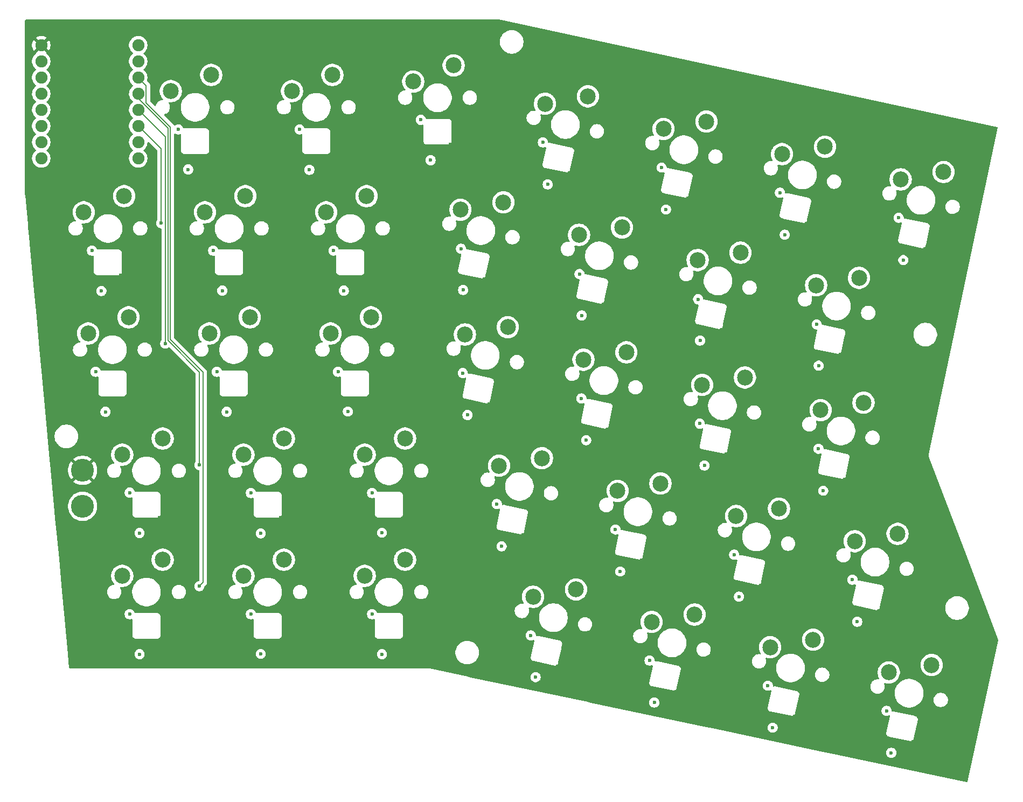
<source format=gbr>
%TF.GenerationSoftware,KiCad,Pcbnew,9.0.3*%
%TF.CreationDate,2025-11-25T19:45:44-05:00*%
%TF.ProjectId,Wren,5772656e-2e6b-4696-9361-645f70636258,rev?*%
%TF.SameCoordinates,Original*%
%TF.FileFunction,Copper,L3,Inr*%
%TF.FilePolarity,Positive*%
%FSLAX46Y46*%
G04 Gerber Fmt 4.6, Leading zero omitted, Abs format (unit mm)*
G04 Created by KiCad (PCBNEW 9.0.3) date 2025-11-25 19:45:44*
%MOMM*%
%LPD*%
G01*
G04 APERTURE LIST*
%TA.AperFunction,ComponentPad*%
%ADD10C,2.500000*%
%TD*%
%TA.AperFunction,ComponentPad*%
%ADD11C,3.600000*%
%TD*%
%TA.AperFunction,ComponentPad*%
%ADD12C,1.905000*%
%TD*%
%TA.AperFunction,ViaPad*%
%ADD13C,0.600000*%
%TD*%
%TA.AperFunction,Conductor*%
%ADD14C,0.200000*%
%TD*%
G04 APERTURE END LIST*
D10*
%TO.N,col5*%
%TO.C,SW13*%
X241463155Y-200246123D03*
%TO.N,Net-(D13-A)*%
X248202488Y-199081868D03*
%TD*%
%TO.N,col5*%
%TO.C,SW20*%
X242160838Y-219870035D03*
%TO.N,Net-(D20-A)*%
X248900171Y-218705780D03*
%TD*%
%TO.N,col2*%
%TO.C,SW24*%
X189132000Y-230837500D03*
%TO.N,Net-(D24-A)*%
X195482000Y-228297500D03*
%TD*%
%TO.N,col1*%
%TO.C,SW16*%
X164732000Y-211787500D03*
%TO.N,Net-(D16-A)*%
X171082000Y-209247500D03*
%TD*%
%TO.N,col6*%
%TO.C,SW28*%
X266150731Y-244444865D03*
%TO.N,Net-(D28-A)*%
X272890064Y-243280610D03*
%TD*%
%TO.N,col0*%
%TO.C,SW8*%
X144982000Y-192737500D03*
%TO.N,Net-(D8-A)*%
X151332000Y-190197500D03*
%TD*%
%TO.N,col5*%
%TO.C,SW6*%
X254740774Y-183592811D03*
%TO.N,Net-(D6-A)*%
X261480107Y-182428556D03*
%TD*%
%TO.N,col4*%
%TO.C,SW5*%
X236107062Y-179632093D03*
%TO.N,Net-(D5-A)*%
X242846395Y-178467838D03*
%TD*%
D11*
%TO.N,GND*%
%TO.C,J4*%
X144800000Y-238950000D03*
%TD*%
D10*
%TO.N,col4*%
%TO.C,SW19*%
X223527126Y-215909317D03*
%TO.N,Net-(D19-A)*%
X230266459Y-214745062D03*
%TD*%
%TO.N,col3*%
%TO.C,SW25*%
X210249596Y-232562712D03*
%TO.N,Net-(D25-A)*%
X216988929Y-231398457D03*
%TD*%
%TO.N,col1*%
%TO.C,SW30*%
X170082000Y-249887500D03*
%TO.N,Net-(D30-A)*%
X176432000Y-247347500D03*
%TD*%
%TO.N,col6*%
%TO.C,SW21*%
X260794549Y-223830753D03*
%TO.N,Net-(D21-A)*%
X267533882Y-222666498D03*
%TD*%
%TO.N,col2*%
%TO.C,SW3*%
X196772000Y-172187100D03*
%TO.N,Net-(D3-A)*%
X203122000Y-169647100D03*
%TD*%
%TO.N,col3*%
%TO.C,SW18*%
X204893414Y-211948600D03*
%TO.N,Net-(D18-A)*%
X211632747Y-210784345D03*
%TD*%
D11*
%TO.N,+5V*%
%TO.C,J3*%
X144800000Y-233300000D03*
%TD*%
D10*
%TO.N,col1*%
%TO.C,SW23*%
X170082000Y-230837500D03*
%TO.N,Net-(D23-A)*%
X176432000Y-228297500D03*
%TD*%
%TO.N,col3*%
%TO.C,SW4*%
X217473350Y-175671376D03*
%TO.N,Net-(D4-A)*%
X224212683Y-174507121D03*
%TD*%
%TO.N,col5*%
%TO.C,SW34*%
X252873002Y-261098159D03*
%TO.N,Net-(D34-A)*%
X259612335Y-259933904D03*
%TD*%
%TO.N,col3*%
%TO.C,SW11*%
X204195732Y-192324688D03*
%TO.N,Net-(D11-A)*%
X210935065Y-191160433D03*
%TD*%
%TO.N,col3*%
%TO.C,SW32*%
X215605578Y-253176724D03*
%TO.N,Net-(D32-A)*%
X222344911Y-252012469D03*
%TD*%
%TO.N,col1*%
%TO.C,SW9*%
X164032000Y-192737500D03*
%TO.N,Net-(D9-A)*%
X170382000Y-190197500D03*
%TD*%
%TO.N,col6*%
%TO.C,SW7*%
X273374486Y-187553529D03*
%TO.N,Net-(D7-A)*%
X280113819Y-186389274D03*
%TD*%
%TO.N,col2*%
%TO.C,SW10*%
X183082000Y-192737500D03*
%TO.N,Net-(D10-A)*%
X189432000Y-190197500D03*
%TD*%
%TO.N,col4*%
%TO.C,SW26*%
X228883308Y-236523430D03*
%TO.N,Net-(D26-A)*%
X235622641Y-235359175D03*
%TD*%
%TO.N,col0*%
%TO.C,SW15*%
X145682000Y-211787500D03*
%TO.N,Net-(D15-A)*%
X152032000Y-209247500D03*
%TD*%
%TO.N,col0*%
%TO.C,SW1*%
X158672000Y-173687500D03*
%TO.N,Net-(D1-A)*%
X165022000Y-171147500D03*
%TD*%
%TO.N,col0*%
%TO.C,SW22*%
X151032000Y-230837500D03*
%TO.N,Net-(D22-A)*%
X157382000Y-228297500D03*
%TD*%
%TO.N,col4*%
%TO.C,SW33*%
X234239290Y-257137442D03*
%TO.N,Net-(D33-A)*%
X240978623Y-255973187D03*
%TD*%
%TO.N,col2*%
%TO.C,SW17*%
X183782000Y-211787500D03*
%TO.N,Net-(D17-A)*%
X190132000Y-209247500D03*
%TD*%
%TO.N,col6*%
%TO.C,SW35*%
X271506713Y-265058877D03*
%TO.N,Net-(D35-A)*%
X278246046Y-263894622D03*
%TD*%
%TO.N,col4*%
%TO.C,SW12*%
X222829444Y-196285406D03*
%TO.N,Net-(D12-A)*%
X229568777Y-195121151D03*
%TD*%
%TO.N,col6*%
%TO.C,SW14*%
X260096867Y-204206841D03*
%TO.N,Net-(D14-A)*%
X266836200Y-203042586D03*
%TD*%
%TO.N,col5*%
%TO.C,SW27*%
X247517020Y-240484148D03*
%TO.N,Net-(D27-A)*%
X254256353Y-239319893D03*
%TD*%
%TO.N,col2*%
%TO.C,SW31*%
X189132000Y-249887500D03*
%TO.N,Net-(D31-A)*%
X195482000Y-247347500D03*
%TD*%
D12*
%TO.N,col0*%
%TO.C,U1*%
X138310000Y-184250000D03*
%TO.N,col1*%
X138310000Y-181710000D03*
%TO.N,col2*%
X138310000Y-179170000D03*
%TO.N,col3*%
X138310000Y-176630000D03*
%TO.N,unconnected-(U1-3V3-Pad3.3)*%
X138310000Y-171550000D03*
%TO.N,col4*%
X138310000Y-174090000D03*
%TO.N,row0*%
X153550000Y-166470000D03*
%TO.N,+5V*%
X138310000Y-166470000D03*
%TO.N,led*%
X153550000Y-169010000D03*
%TO.N,row4*%
X153550000Y-171550000D03*
%TO.N,row3*%
X153550000Y-174090000D03*
%TO.N,row2*%
X153550000Y-176630000D03*
%TO.N,row1*%
X153550000Y-179170000D03*
%TO.N,col6*%
X153550000Y-181710000D03*
%TO.N,col5*%
X153550000Y-184250000D03*
%TO.N,GND*%
X138310000Y-169010000D03*
%TD*%
D10*
%TO.N,col1*%
%TO.C,SW2*%
X177722000Y-173687500D03*
%TO.N,Net-(D2-A)*%
X184072000Y-171147500D03*
%TD*%
%TO.N,col0*%
%TO.C,SW29*%
X151032000Y-249887500D03*
%TO.N,Net-(D29-A)*%
X157382000Y-247347500D03*
%TD*%
D13*
%TO.N,GND*%
X241540330Y-206400000D03*
X167450000Y-224100000D03*
X190300000Y-255900000D03*
X152200000Y-255900000D03*
X253250000Y-273750000D03*
X184250000Y-198750000D03*
X190300000Y-236850000D03*
%TO.N,row1*%
X157150000Y-194450000D03*
%TO.N,+5V*%
X208704374Y-222854374D03*
%TO.N,GND*%
X171250000Y-255900000D03*
%TO.N,+5V*%
X256693948Y-271993948D03*
%TO.N,GND*%
X191850000Y-262200000D03*
X204550000Y-218000000D03*
X147750000Y-205100000D03*
X148400000Y-224100000D03*
X260500000Y-216850000D03*
X242550000Y-232550000D03*
X180450000Y-186050000D03*
%TO.N,+5V*%
X264596018Y-234746018D03*
%TO.N,GND*%
X266550000Y-257100000D03*
X241850000Y-212900000D03*
%TO.N,+5V*%
X245263006Y-211163006D03*
%TO.N,GND*%
X233900000Y-263200000D03*
%TO.N,+5V*%
X227326589Y-226826589D03*
%TO.N,GND*%
X223250000Y-208950000D03*
X165332000Y-198750000D03*
X159850000Y-179700000D03*
X254400000Y-189650000D03*
X146282000Y-198750000D03*
X153750000Y-262200000D03*
X260450000Y-229900000D03*
X191850000Y-243100000D03*
%TO.N,+5V*%
X277197375Y-198447375D03*
%TO.N,GND*%
X165900000Y-217800000D03*
X217900000Y-188350000D03*
X184950000Y-217800000D03*
X166750000Y-205050000D03*
X260174041Y-210350000D03*
X223950000Y-228550000D03*
X271900000Y-277700000D03*
X228550000Y-242600000D03*
X152200000Y-236800000D03*
X197950000Y-178200000D03*
X255150000Y-196250000D03*
X235800000Y-185700000D03*
X204272906Y-198450000D03*
X241800000Y-225950000D03*
X171250000Y-236850000D03*
X247950000Y-253150000D03*
X234650000Y-269800000D03*
X209900000Y-238600000D03*
X153750000Y-243150000D03*
X222906618Y-202450000D03*
X186500000Y-224050000D03*
X172800000Y-243200000D03*
X216000000Y-265800000D03*
X199500000Y-184550000D03*
X161400000Y-186000000D03*
X271150000Y-271100000D03*
X247200000Y-246550000D03*
X261200000Y-236500000D03*
X172800000Y-262150000D03*
X178900000Y-179700000D03*
X217150000Y-181750000D03*
X273800000Y-200250000D03*
X265800000Y-250500000D03*
X252500000Y-267150000D03*
X146850000Y-217800000D03*
X236500000Y-192300000D03*
X215250000Y-259250000D03*
%TO.N,+5V*%
X245973804Y-230773804D03*
%TO.N,GND*%
X205300000Y-224600000D03*
%TO.N,row4*%
X163150000Y-251500000D03*
%TO.N,+5V*%
X150822221Y-202622221D03*
X165078500Y-183578500D03*
X175947221Y-240697221D03*
X238046733Y-268046733D03*
X207961716Y-203211716D03*
X219424518Y-264074518D03*
X176492000Y-259775000D03*
X156872221Y-240722221D03*
X189492000Y-202625000D03*
X239927945Y-190527945D03*
X184132000Y-183550000D03*
X171142000Y-221650000D03*
X195542000Y-240725000D03*
X232686736Y-247436736D03*
X157442000Y-259750000D03*
X195542000Y-259750000D03*
X152092000Y-221675000D03*
X170442000Y-202625000D03*
%TO.N,GND*%
X210650000Y-245250000D03*
%TO.N,+5V*%
X263910221Y-215110221D03*
X269956166Y-255356166D03*
X258550160Y-194500160D03*
X202617021Y-182067021D03*
X221280730Y-186580730D03*
X190192000Y-221650000D03*
%TO.N,row2*%
X157800000Y-213350000D03*
%TO.N,row3*%
X163150000Y-232450000D03*
%TO.N,GND*%
X273050000Y-193600000D03*
X204600000Y-204950000D03*
X185850000Y-205050000D03*
%TO.N,+5V*%
X251333952Y-251383952D03*
X214064522Y-243464522D03*
X275316163Y-275966163D03*
X226650000Y-207200000D03*
%TO.N,GND*%
X223200000Y-222000000D03*
X229300000Y-249200000D03*
%TD*%
D14*
%TO.N,row1*%
X157150000Y-182770000D02*
X153550000Y-179170000D01*
%TO.N,row4*%
X153550000Y-171550000D02*
X154803500Y-172803500D01*
%TO.N,row3*%
X153550000Y-174857283D02*
X158201000Y-179508283D01*
X153550000Y-174090000D02*
X153550000Y-174857283D01*
%TO.N,row2*%
X153550000Y-176630000D02*
X157800000Y-180880000D01*
X157800000Y-180880000D02*
X157800000Y-213350000D01*
%TO.N,row1*%
X157150000Y-194450000D02*
X157150000Y-182770000D01*
%TO.N,row3*%
X163150000Y-217850057D02*
X163150000Y-232450000D01*
X158201000Y-212901057D02*
X163150000Y-217850057D01*
X158201000Y-179508283D02*
X158201000Y-212901057D01*
%TO.N,row4*%
X154803500Y-172803500D02*
X154803500Y-175543683D01*
X163751000Y-217883957D02*
X163751000Y-250899000D01*
X158602000Y-212734957D02*
X163751000Y-217883957D01*
X158602000Y-179342183D02*
X158602000Y-212734957D01*
X154803500Y-175543683D02*
X158602000Y-179342183D01*
X163751000Y-250899000D02*
X163150000Y-251500000D01*
%TD*%
%TA.AperFunction,Conductor*%
%TO.N,+5V*%
G36*
X210209654Y-162453274D02*
G01*
X288536312Y-179308377D01*
X288597709Y-179341724D01*
X288631332Y-179402972D01*
X288631540Y-179455265D01*
X277774243Y-230780669D01*
X277774243Y-230780670D01*
X277771480Y-230793726D01*
X277766543Y-230804701D01*
X277757882Y-230858007D01*
X277757270Y-230860901D01*
X277746699Y-230910878D01*
X277746241Y-230916769D01*
X277745586Y-230928917D01*
X277745409Y-230934783D01*
X277750547Y-230985598D01*
X277751000Y-230991457D01*
X277753724Y-231042483D01*
X277757454Y-231053926D01*
X277758665Y-231065896D01*
X277777815Y-231116385D01*
X277778721Y-231119164D01*
X277778730Y-231119188D01*
X277794571Y-231167778D01*
X277797118Y-231173105D01*
X277805866Y-231190336D01*
X283670781Y-246652384D01*
X288711479Y-259941497D01*
X288716350Y-259954337D01*
X288721721Y-260024000D01*
X288721580Y-260024655D01*
X283892874Y-282236704D01*
X283859397Y-282298032D01*
X283798079Y-282331526D01*
X283746015Y-282331673D01*
X262046001Y-277736376D01*
X261501892Y-277621153D01*
X271099500Y-277621153D01*
X271099500Y-277778846D01*
X271130261Y-277933489D01*
X271130264Y-277933501D01*
X271190602Y-278079172D01*
X271190609Y-278079185D01*
X271278210Y-278210288D01*
X271278213Y-278210292D01*
X271389707Y-278321786D01*
X271389711Y-278321789D01*
X271520814Y-278409390D01*
X271520827Y-278409397D01*
X271666498Y-278469735D01*
X271666503Y-278469737D01*
X271821153Y-278500499D01*
X271821156Y-278500500D01*
X271821158Y-278500500D01*
X271978844Y-278500500D01*
X271978845Y-278500499D01*
X272133497Y-278469737D01*
X272279179Y-278409394D01*
X272410289Y-278321789D01*
X272521789Y-278210289D01*
X272609394Y-278079179D01*
X272669737Y-277933497D01*
X272700500Y-277778842D01*
X272700500Y-277621158D01*
X272700500Y-277621155D01*
X272700499Y-277621153D01*
X272669738Y-277466510D01*
X272669737Y-277466503D01*
X272669735Y-277466498D01*
X272609397Y-277320827D01*
X272609390Y-277320814D01*
X272521789Y-277189711D01*
X272521786Y-277189707D01*
X272410292Y-277078213D01*
X272410288Y-277078210D01*
X272279185Y-276990609D01*
X272279172Y-276990602D01*
X272133501Y-276930264D01*
X272133489Y-276930261D01*
X271978845Y-276899500D01*
X271978842Y-276899500D01*
X271821158Y-276899500D01*
X271821155Y-276899500D01*
X271666510Y-276930261D01*
X271666498Y-276930264D01*
X271520827Y-276990602D01*
X271520814Y-276990609D01*
X271389711Y-277078210D01*
X271389707Y-277078213D01*
X271278213Y-277189707D01*
X271278210Y-277189711D01*
X271190609Y-277320814D01*
X271190602Y-277320827D01*
X271130264Y-277466498D01*
X271130261Y-277466510D01*
X271099500Y-277621153D01*
X261501892Y-277621153D01*
X243393222Y-273786376D01*
X242849113Y-273671153D01*
X252449500Y-273671153D01*
X252449500Y-273828846D01*
X252480261Y-273983489D01*
X252480264Y-273983501D01*
X252540602Y-274129172D01*
X252540609Y-274129185D01*
X252628210Y-274260288D01*
X252628213Y-274260292D01*
X252739707Y-274371786D01*
X252739711Y-274371789D01*
X252870814Y-274459390D01*
X252870827Y-274459397D01*
X253016498Y-274519735D01*
X253016503Y-274519737D01*
X253171153Y-274550499D01*
X253171156Y-274550500D01*
X253171158Y-274550500D01*
X253328844Y-274550500D01*
X253328845Y-274550499D01*
X253483497Y-274519737D01*
X253629179Y-274459394D01*
X253760289Y-274371789D01*
X253871789Y-274260289D01*
X253959394Y-274129179D01*
X254019737Y-273983497D01*
X254050500Y-273828842D01*
X254050500Y-273671158D01*
X254050500Y-273671155D01*
X254050499Y-273671153D01*
X254019738Y-273516510D01*
X254019737Y-273516503D01*
X254019735Y-273516498D01*
X253959397Y-273370827D01*
X253959390Y-273370814D01*
X253871789Y-273239711D01*
X253871786Y-273239707D01*
X253760292Y-273128213D01*
X253760288Y-273128210D01*
X253629185Y-273040609D01*
X253629172Y-273040602D01*
X253483501Y-272980264D01*
X253483489Y-272980261D01*
X253328845Y-272949500D01*
X253328842Y-272949500D01*
X253171158Y-272949500D01*
X253171155Y-272949500D01*
X253016510Y-272980261D01*
X253016498Y-272980264D01*
X252870827Y-273040602D01*
X252870814Y-273040609D01*
X252739711Y-273128210D01*
X252739707Y-273128213D01*
X252628213Y-273239707D01*
X252628210Y-273239711D01*
X252540609Y-273370814D01*
X252540602Y-273370827D01*
X252480264Y-273516498D01*
X252480261Y-273516510D01*
X252449500Y-273671153D01*
X242849113Y-273671153D01*
X224740444Y-269836376D01*
X224196335Y-269721153D01*
X233849500Y-269721153D01*
X233849500Y-269878846D01*
X233880261Y-270033489D01*
X233880264Y-270033501D01*
X233940602Y-270179172D01*
X233940609Y-270179185D01*
X234028210Y-270310288D01*
X234028213Y-270310292D01*
X234139707Y-270421786D01*
X234139711Y-270421789D01*
X234270814Y-270509390D01*
X234270827Y-270509397D01*
X234362839Y-270547509D01*
X234416503Y-270569737D01*
X234571153Y-270600499D01*
X234571156Y-270600500D01*
X234571158Y-270600500D01*
X234728844Y-270600500D01*
X234728845Y-270600499D01*
X234883497Y-270569737D01*
X235029179Y-270509394D01*
X235160289Y-270421789D01*
X235271789Y-270310289D01*
X235359394Y-270179179D01*
X235419737Y-270033497D01*
X235450500Y-269878842D01*
X235450500Y-269721158D01*
X235450500Y-269721155D01*
X235450499Y-269721153D01*
X235419737Y-269566503D01*
X235384025Y-269480285D01*
X235359397Y-269420827D01*
X235359390Y-269420814D01*
X235271789Y-269289711D01*
X235271786Y-269289707D01*
X235160292Y-269178213D01*
X235160288Y-269178210D01*
X235029185Y-269090609D01*
X235029172Y-269090602D01*
X234883501Y-269030264D01*
X234883489Y-269030261D01*
X234728845Y-268999500D01*
X234728842Y-268999500D01*
X234571158Y-268999500D01*
X234571155Y-268999500D01*
X234416510Y-269030261D01*
X234416498Y-269030264D01*
X234270827Y-269090602D01*
X234270814Y-269090609D01*
X234139711Y-269178210D01*
X234139707Y-269178213D01*
X234028213Y-269289707D01*
X234028210Y-269289711D01*
X233940609Y-269420814D01*
X233940602Y-269420827D01*
X233880264Y-269566498D01*
X233880261Y-269566510D01*
X233849500Y-269721153D01*
X224196335Y-269721153D01*
X205851555Y-265836376D01*
X205307446Y-265721153D01*
X215199500Y-265721153D01*
X215199500Y-265878846D01*
X215230261Y-266033489D01*
X215230264Y-266033501D01*
X215290602Y-266179172D01*
X215290609Y-266179185D01*
X215378210Y-266310288D01*
X215378213Y-266310292D01*
X215489707Y-266421786D01*
X215489711Y-266421789D01*
X215620814Y-266509390D01*
X215620827Y-266509397D01*
X215734519Y-266556489D01*
X215766503Y-266569737D01*
X215921153Y-266600499D01*
X215921156Y-266600500D01*
X215921158Y-266600500D01*
X216078844Y-266600500D01*
X216078845Y-266600499D01*
X216233497Y-266569737D01*
X216376661Y-266510437D01*
X216379172Y-266509397D01*
X216379172Y-266509396D01*
X216379179Y-266509394D01*
X216510289Y-266421789D01*
X216621789Y-266310289D01*
X216709394Y-266179179D01*
X216769737Y-266033497D01*
X216800500Y-265878842D01*
X216800500Y-265721158D01*
X216800500Y-265721155D01*
X216800499Y-265721153D01*
X216780928Y-265622764D01*
X216769737Y-265566503D01*
X216769735Y-265566498D01*
X216709397Y-265420827D01*
X216709390Y-265420814D01*
X216621789Y-265289711D01*
X216621786Y-265289707D01*
X216510292Y-265178213D01*
X216510288Y-265178210D01*
X216379185Y-265090609D01*
X216379172Y-265090602D01*
X216233501Y-265030264D01*
X216233489Y-265030261D01*
X216078845Y-264999500D01*
X216078842Y-264999500D01*
X215921158Y-264999500D01*
X215921155Y-264999500D01*
X215766510Y-265030261D01*
X215766498Y-265030264D01*
X215620827Y-265090602D01*
X215620814Y-265090609D01*
X215489711Y-265178210D01*
X215489707Y-265178213D01*
X215378213Y-265289707D01*
X215378210Y-265289711D01*
X215290609Y-265420814D01*
X215290602Y-265420827D01*
X215230264Y-265566498D01*
X215230261Y-265566510D01*
X215199500Y-265721153D01*
X205307446Y-265721153D01*
X199369922Y-264463795D01*
X199369922Y-264463794D01*
X199366676Y-264463106D01*
X199315892Y-264449500D01*
X199302413Y-264449500D01*
X199289709Y-264446810D01*
X199289708Y-264446810D01*
X199289229Y-264446708D01*
X199289219Y-264446707D01*
X199239999Y-264449325D01*
X199233415Y-264449500D01*
X142818926Y-264449500D01*
X142751887Y-264429815D01*
X142706132Y-264377011D01*
X142695463Y-264337023D01*
X142695106Y-264333203D01*
X142488648Y-262121153D01*
X152949500Y-262121153D01*
X152949500Y-262278846D01*
X152980261Y-262433489D01*
X152980264Y-262433501D01*
X153040602Y-262579172D01*
X153040609Y-262579185D01*
X153128210Y-262710288D01*
X153128213Y-262710292D01*
X153239707Y-262821786D01*
X153239711Y-262821789D01*
X153370814Y-262909390D01*
X153370827Y-262909397D01*
X153470060Y-262950500D01*
X153516503Y-262969737D01*
X153671153Y-263000499D01*
X153671156Y-263000500D01*
X153671158Y-263000500D01*
X153828844Y-263000500D01*
X153828845Y-263000499D01*
X153983497Y-262969737D01*
X154129179Y-262909394D01*
X154260289Y-262821789D01*
X154371789Y-262710289D01*
X154459394Y-262579179D01*
X154460831Y-262575711D01*
X154480102Y-262529185D01*
X154519737Y-262433497D01*
X154550500Y-262278842D01*
X154550500Y-262121158D01*
X154550500Y-262121155D01*
X154544155Y-262089258D01*
X154544155Y-262089257D01*
X154540554Y-262071153D01*
X171999500Y-262071153D01*
X171999500Y-262228846D01*
X172030261Y-262383489D01*
X172030264Y-262383501D01*
X172090602Y-262529172D01*
X172090609Y-262529185D01*
X172178210Y-262660288D01*
X172178213Y-262660292D01*
X172289707Y-262771786D01*
X172289711Y-262771789D01*
X172420814Y-262859390D01*
X172420827Y-262859397D01*
X172558497Y-262916421D01*
X172566503Y-262919737D01*
X172721153Y-262950499D01*
X172721156Y-262950500D01*
X172721158Y-262950500D01*
X172878844Y-262950500D01*
X172878845Y-262950499D01*
X173033497Y-262919737D01*
X173158965Y-262867767D01*
X173179172Y-262859397D01*
X173179172Y-262859396D01*
X173179179Y-262859394D01*
X173310289Y-262771789D01*
X173421789Y-262660289D01*
X173509394Y-262529179D01*
X173515966Y-262513314D01*
X173537998Y-262460123D01*
X173569737Y-262383497D01*
X173600500Y-262228842D01*
X173600500Y-262121153D01*
X191049500Y-262121153D01*
X191049500Y-262278846D01*
X191080261Y-262433489D01*
X191080264Y-262433501D01*
X191140602Y-262579172D01*
X191140609Y-262579185D01*
X191228210Y-262710288D01*
X191228213Y-262710292D01*
X191339707Y-262821786D01*
X191339711Y-262821789D01*
X191470814Y-262909390D01*
X191470827Y-262909397D01*
X191570060Y-262950500D01*
X191616503Y-262969737D01*
X191771153Y-263000499D01*
X191771156Y-263000500D01*
X191771158Y-263000500D01*
X191928844Y-263000500D01*
X191928845Y-263000499D01*
X192083497Y-262969737D01*
X192229179Y-262909394D01*
X192360289Y-262821789D01*
X192471789Y-262710289D01*
X192559394Y-262579179D01*
X192560831Y-262575711D01*
X192580102Y-262529185D01*
X192619737Y-262433497D01*
X192650500Y-262278842D01*
X192650500Y-262121158D01*
X192650500Y-262121155D01*
X192650499Y-262121153D01*
X192619738Y-261966510D01*
X192619737Y-261966503D01*
X192619735Y-261966498D01*
X192580637Y-261872105D01*
X192562662Y-261828711D01*
X203399500Y-261828711D01*
X203399500Y-262071288D01*
X203431161Y-262311785D01*
X203493947Y-262546104D01*
X203573417Y-262737960D01*
X203586776Y-262770212D01*
X203708064Y-262980289D01*
X203708066Y-262980292D01*
X203708067Y-262980293D01*
X203855733Y-263172736D01*
X203855739Y-263172743D01*
X204027256Y-263344260D01*
X204027262Y-263344265D01*
X204219711Y-263491936D01*
X204429788Y-263613224D01*
X204653900Y-263706054D01*
X204888211Y-263768838D01*
X205068586Y-263792584D01*
X205128711Y-263800500D01*
X205128712Y-263800500D01*
X205371289Y-263800500D01*
X205419388Y-263794167D01*
X205611789Y-263768838D01*
X205846100Y-263706054D01*
X206070212Y-263613224D01*
X206280289Y-263491936D01*
X206472738Y-263344265D01*
X206644265Y-263172738D01*
X206791936Y-262980289D01*
X206913224Y-262770212D01*
X207006054Y-262546100D01*
X207068838Y-262311789D01*
X207100500Y-262071288D01*
X207100500Y-261828712D01*
X207099461Y-261820823D01*
X207092584Y-261768586D01*
X207068838Y-261588211D01*
X207006054Y-261353900D01*
X207004231Y-261349500D01*
X206994195Y-261325269D01*
X206913224Y-261129788D01*
X206791936Y-260919711D01*
X206666256Y-260755921D01*
X206644266Y-260727263D01*
X206644260Y-260727256D01*
X206472743Y-260555739D01*
X206472736Y-260555733D01*
X206280293Y-260408067D01*
X206280292Y-260408066D01*
X206280289Y-260408064D01*
X206070212Y-260286776D01*
X206044544Y-260276144D01*
X205846104Y-260193947D01*
X205728944Y-260162554D01*
X205611789Y-260131162D01*
X205611788Y-260131161D01*
X205611785Y-260131161D01*
X205371289Y-260099500D01*
X205371288Y-260099500D01*
X205128712Y-260099500D01*
X205128711Y-260099500D01*
X204888214Y-260131161D01*
X204653895Y-260193947D01*
X204429794Y-260286773D01*
X204429785Y-260286777D01*
X204219706Y-260408067D01*
X204027263Y-260555733D01*
X204027256Y-260555739D01*
X203855739Y-260727256D01*
X203855733Y-260727263D01*
X203708067Y-260919706D01*
X203586777Y-261129785D01*
X203586773Y-261129794D01*
X203493947Y-261353895D01*
X203431161Y-261588214D01*
X203399500Y-261828711D01*
X192562662Y-261828711D01*
X192559395Y-261820823D01*
X192559390Y-261820814D01*
X192471789Y-261689711D01*
X192471786Y-261689707D01*
X192360292Y-261578213D01*
X192360288Y-261578210D01*
X192229185Y-261490609D01*
X192229172Y-261490602D01*
X192083501Y-261430264D01*
X192083489Y-261430261D01*
X191928845Y-261399500D01*
X191928842Y-261399500D01*
X191771158Y-261399500D01*
X191771155Y-261399500D01*
X191616510Y-261430261D01*
X191616498Y-261430264D01*
X191470827Y-261490602D01*
X191470814Y-261490609D01*
X191339711Y-261578210D01*
X191339707Y-261578213D01*
X191228213Y-261689707D01*
X191228210Y-261689711D01*
X191140609Y-261820814D01*
X191140602Y-261820827D01*
X191080264Y-261966498D01*
X191080261Y-261966510D01*
X191049500Y-262121153D01*
X173600500Y-262121153D01*
X173600500Y-262071158D01*
X173600500Y-262071155D01*
X173600499Y-262071153D01*
X173579684Y-261966510D01*
X173569737Y-261916503D01*
X173563369Y-261901128D01*
X173509397Y-261770827D01*
X173509390Y-261770814D01*
X173421789Y-261639711D01*
X173421786Y-261639707D01*
X173310292Y-261528213D01*
X173310288Y-261528210D01*
X173179185Y-261440609D01*
X173179172Y-261440602D01*
X173033501Y-261380264D01*
X173033489Y-261380261D01*
X172878845Y-261349500D01*
X172878842Y-261349500D01*
X172721158Y-261349500D01*
X172721155Y-261349500D01*
X172566510Y-261380261D01*
X172566498Y-261380264D01*
X172420827Y-261440602D01*
X172420814Y-261440609D01*
X172289711Y-261528210D01*
X172289707Y-261528213D01*
X172178213Y-261639707D01*
X172178210Y-261639711D01*
X172090609Y-261770814D01*
X172090602Y-261770827D01*
X172030264Y-261916498D01*
X172030261Y-261916510D01*
X171999500Y-262071153D01*
X154540554Y-262071153D01*
X154519738Y-261966510D01*
X154519737Y-261966503D01*
X154519735Y-261966498D01*
X154459397Y-261820827D01*
X154459390Y-261820814D01*
X154371789Y-261689711D01*
X154371786Y-261689707D01*
X154260292Y-261578213D01*
X154260288Y-261578210D01*
X154129185Y-261490609D01*
X154129172Y-261490602D01*
X153983501Y-261430264D01*
X153983489Y-261430261D01*
X153828845Y-261399500D01*
X153828842Y-261399500D01*
X153671158Y-261399500D01*
X153671155Y-261399500D01*
X153516510Y-261430261D01*
X153516498Y-261430264D01*
X153370827Y-261490602D01*
X153370814Y-261490609D01*
X153239711Y-261578210D01*
X153239707Y-261578213D01*
X153128213Y-261689707D01*
X153128210Y-261689711D01*
X153040609Y-261820814D01*
X153040602Y-261820827D01*
X152980264Y-261966498D01*
X152980261Y-261966510D01*
X152949500Y-262121153D01*
X142488648Y-262121153D01*
X141900648Y-255821153D01*
X151399500Y-255821153D01*
X151399500Y-255978846D01*
X151430261Y-256133489D01*
X151430264Y-256133501D01*
X151490602Y-256279172D01*
X151490609Y-256279185D01*
X151578210Y-256410288D01*
X151578213Y-256410292D01*
X151689707Y-256521786D01*
X151689711Y-256521789D01*
X151820814Y-256609390D01*
X151820827Y-256609397D01*
X151966498Y-256669735D01*
X151966503Y-256669737D01*
X152121153Y-256700499D01*
X152121156Y-256700500D01*
X152121158Y-256700500D01*
X152278844Y-256700500D01*
X152278845Y-256700499D01*
X152433497Y-256669737D01*
X152470048Y-256654596D01*
X152539516Y-256647128D01*
X152601995Y-256678403D01*
X152637648Y-256738491D01*
X152641500Y-256769158D01*
X152641500Y-259186608D01*
X152641500Y-259318392D01*
X152655333Y-259370017D01*
X152675608Y-259445687D01*
X152708554Y-259502750D01*
X152741500Y-259559814D01*
X152834686Y-259653000D01*
X152948814Y-259718892D01*
X153076108Y-259753000D01*
X153076110Y-259753000D01*
X156607890Y-259753000D01*
X156607892Y-259753000D01*
X156735186Y-259718892D01*
X156849314Y-259653000D01*
X156942500Y-259559814D01*
X157008392Y-259445686D01*
X157042500Y-259318392D01*
X157042500Y-256186608D01*
X157008392Y-256059314D01*
X156942500Y-255945186D01*
X156849314Y-255852000D01*
X156795885Y-255821153D01*
X170449500Y-255821153D01*
X170449500Y-255978846D01*
X170480261Y-256133489D01*
X170480264Y-256133501D01*
X170540602Y-256279172D01*
X170540609Y-256279185D01*
X170628210Y-256410288D01*
X170628213Y-256410292D01*
X170739707Y-256521786D01*
X170739711Y-256521789D01*
X170870814Y-256609390D01*
X170870827Y-256609397D01*
X171016498Y-256669735D01*
X171016503Y-256669737D01*
X171171153Y-256700499D01*
X171171156Y-256700500D01*
X171171158Y-256700500D01*
X171328844Y-256700500D01*
X171328845Y-256700499D01*
X171483497Y-256669737D01*
X171520048Y-256654596D01*
X171589516Y-256647128D01*
X171651995Y-256678403D01*
X171687648Y-256738491D01*
X171691500Y-256769158D01*
X171691500Y-259186608D01*
X171691500Y-259318392D01*
X171705333Y-259370017D01*
X171725608Y-259445687D01*
X171758554Y-259502750D01*
X171791500Y-259559814D01*
X171884686Y-259653000D01*
X171998814Y-259718892D01*
X172126108Y-259753000D01*
X172126110Y-259753000D01*
X175657890Y-259753000D01*
X175657892Y-259753000D01*
X175785186Y-259718892D01*
X175899314Y-259653000D01*
X175992500Y-259559814D01*
X176058392Y-259445686D01*
X176092500Y-259318392D01*
X176092500Y-256186608D01*
X176058392Y-256059314D01*
X175992500Y-255945186D01*
X175899314Y-255852000D01*
X175845885Y-255821153D01*
X189499500Y-255821153D01*
X189499500Y-255978846D01*
X189530261Y-256133489D01*
X189530264Y-256133501D01*
X189590602Y-256279172D01*
X189590609Y-256279185D01*
X189678210Y-256410288D01*
X189678213Y-256410292D01*
X189789707Y-256521786D01*
X189789711Y-256521789D01*
X189920814Y-256609390D01*
X189920827Y-256609397D01*
X190066498Y-256669735D01*
X190066503Y-256669737D01*
X190221153Y-256700499D01*
X190221156Y-256700500D01*
X190221158Y-256700500D01*
X190378844Y-256700500D01*
X190378845Y-256700499D01*
X190533497Y-256669737D01*
X190570048Y-256654596D01*
X190639516Y-256647128D01*
X190701995Y-256678403D01*
X190737648Y-256738491D01*
X190741500Y-256769158D01*
X190741500Y-259186608D01*
X190741500Y-259318392D01*
X190755333Y-259370017D01*
X190775608Y-259445687D01*
X190808554Y-259502750D01*
X190841500Y-259559814D01*
X190934686Y-259653000D01*
X191048814Y-259718892D01*
X191176108Y-259753000D01*
X191176110Y-259753000D01*
X194707890Y-259753000D01*
X194707892Y-259753000D01*
X194835186Y-259718892D01*
X194949314Y-259653000D01*
X195042500Y-259559814D01*
X195108392Y-259445686D01*
X195142500Y-259318392D01*
X195142500Y-259171153D01*
X214449500Y-259171153D01*
X214449500Y-259328846D01*
X214480261Y-259483489D01*
X214480264Y-259483501D01*
X214540602Y-259629172D01*
X214540609Y-259629185D01*
X214628210Y-259760288D01*
X214628213Y-259760292D01*
X214739707Y-259871786D01*
X214739711Y-259871789D01*
X214870814Y-259959390D01*
X214870827Y-259959397D01*
X215016498Y-260019735D01*
X215016503Y-260019737D01*
X215135168Y-260043341D01*
X215171153Y-260050499D01*
X215171156Y-260050500D01*
X215171158Y-260050500D01*
X215328844Y-260050500D01*
X215328845Y-260050499D01*
X215483497Y-260019737D01*
X215608984Y-259967758D01*
X215678453Y-259960290D01*
X215740932Y-259991565D01*
X215776584Y-260051654D01*
X215777726Y-260108101D01*
X215219115Y-262736159D01*
X215219115Y-262736163D01*
X215226011Y-262867760D01*
X215226011Y-262867764D01*
X215226012Y-262867767D01*
X215266736Y-262993101D01*
X215266737Y-262993103D01*
X215266739Y-262993106D01*
X215338509Y-263103622D01*
X215338509Y-263103623D01*
X215436442Y-263191804D01*
X215436443Y-263191804D01*
X215436445Y-263191806D01*
X215553866Y-263251634D01*
X215682770Y-263279034D01*
X215682771Y-263279033D01*
X215703370Y-263283412D01*
X215703377Y-263283412D01*
X219008470Y-263985933D01*
X219140074Y-263979036D01*
X219265408Y-263938312D01*
X219375932Y-263866537D01*
X219464113Y-263768603D01*
X219523941Y-263651182D01*
X219532009Y-263613224D01*
X219551341Y-263522278D01*
X219551340Y-263522275D01*
X219636601Y-263121153D01*
X233099500Y-263121153D01*
X233099500Y-263278846D01*
X233130261Y-263433489D01*
X233130264Y-263433501D01*
X233190602Y-263579172D01*
X233190609Y-263579185D01*
X233278210Y-263710288D01*
X233278213Y-263710292D01*
X233389707Y-263821786D01*
X233389711Y-263821789D01*
X233520814Y-263909390D01*
X233520827Y-263909397D01*
X233666498Y-263969735D01*
X233666503Y-263969737D01*
X233821153Y-264000499D01*
X233821156Y-264000500D01*
X233821158Y-264000500D01*
X233978844Y-264000500D01*
X233978845Y-264000499D01*
X234133497Y-263969737D01*
X234243622Y-263924121D01*
X234313089Y-263916653D01*
X234375569Y-263947928D01*
X234411221Y-264008017D01*
X234412363Y-264064464D01*
X233852827Y-266696876D01*
X233852827Y-266696880D01*
X233859723Y-266828477D01*
X233859723Y-266828481D01*
X233859724Y-266828484D01*
X233888326Y-266916510D01*
X233900449Y-266953820D01*
X233900451Y-266953823D01*
X233972221Y-267064339D01*
X233972221Y-267064340D01*
X234070154Y-267152521D01*
X234070155Y-267152521D01*
X234070157Y-267152523D01*
X234187578Y-267212351D01*
X234316482Y-267239751D01*
X234316483Y-267239750D01*
X234337082Y-267244129D01*
X234337089Y-267244129D01*
X237642182Y-267946650D01*
X237773786Y-267939753D01*
X237899120Y-267899029D01*
X238009644Y-267827254D01*
X238097825Y-267729320D01*
X238157653Y-267611899D01*
X238175236Y-267529179D01*
X238185053Y-267482995D01*
X238185052Y-267482994D01*
X238188495Y-267466799D01*
X238188495Y-267466791D01*
X238272591Y-267071153D01*
X251699500Y-267071153D01*
X251699500Y-267228846D01*
X251730261Y-267383489D01*
X251730264Y-267383501D01*
X251790602Y-267529172D01*
X251790609Y-267529185D01*
X251878210Y-267660288D01*
X251878213Y-267660292D01*
X251989707Y-267771786D01*
X251989711Y-267771789D01*
X252120814Y-267859390D01*
X252120827Y-267859397D01*
X252216499Y-267899025D01*
X252266503Y-267919737D01*
X252401798Y-267946649D01*
X252421153Y-267950499D01*
X252421156Y-267950500D01*
X252421158Y-267950500D01*
X252578844Y-267950500D01*
X252578845Y-267950499D01*
X252733497Y-267919737D01*
X252825612Y-267881582D01*
X252883086Y-267857776D01*
X252952555Y-267850307D01*
X253015034Y-267881582D01*
X253050686Y-267941671D01*
X253051828Y-267998118D01*
X252486539Y-270657594D01*
X252486539Y-270657598D01*
X252493435Y-270789195D01*
X252493435Y-270789199D01*
X252493436Y-270789202D01*
X252534160Y-270914536D01*
X252534161Y-270914538D01*
X252534163Y-270914541D01*
X252605933Y-271025057D01*
X252605933Y-271025058D01*
X252703866Y-271113239D01*
X252703867Y-271113239D01*
X252703869Y-271113241D01*
X252821290Y-271173069D01*
X252950194Y-271200469D01*
X252950195Y-271200468D01*
X252970794Y-271204847D01*
X252970801Y-271204847D01*
X256275894Y-271907368D01*
X256407498Y-271900471D01*
X256532832Y-271859747D01*
X256643356Y-271787972D01*
X256731537Y-271690038D01*
X256791365Y-271572617D01*
X256791366Y-271572614D01*
X256795115Y-271554977D01*
X256795115Y-271554973D01*
X256795116Y-271554969D01*
X256818765Y-271443713D01*
X256818764Y-271443710D01*
X256908581Y-271021153D01*
X270349500Y-271021153D01*
X270349500Y-271178846D01*
X270380261Y-271333489D01*
X270380264Y-271333501D01*
X270440602Y-271479172D01*
X270440609Y-271479185D01*
X270528210Y-271610288D01*
X270528213Y-271610292D01*
X270639707Y-271721786D01*
X270639711Y-271721789D01*
X270770814Y-271809390D01*
X270770827Y-271809397D01*
X270916498Y-271869735D01*
X270916503Y-271869737D01*
X271058761Y-271898034D01*
X271071153Y-271900499D01*
X271071156Y-271900500D01*
X271071158Y-271900500D01*
X271228844Y-271900500D01*
X271228845Y-271900499D01*
X271383497Y-271869737D01*
X271517723Y-271814138D01*
X271587192Y-271806670D01*
X271649671Y-271837945D01*
X271685323Y-271898034D01*
X271686465Y-271954481D01*
X271120251Y-274618312D01*
X271120251Y-274618316D01*
X271127147Y-274749913D01*
X271127147Y-274749917D01*
X271127148Y-274749920D01*
X271167872Y-274875254D01*
X271167873Y-274875256D01*
X271167875Y-274875259D01*
X271239645Y-274985775D01*
X271239645Y-274985776D01*
X271337578Y-275073957D01*
X271337579Y-275073957D01*
X271337581Y-275073959D01*
X271455002Y-275133787D01*
X271583906Y-275161187D01*
X271583907Y-275161186D01*
X271604506Y-275165565D01*
X271604513Y-275165565D01*
X274909606Y-275868086D01*
X275041210Y-275861189D01*
X275166544Y-275820465D01*
X275277068Y-275748690D01*
X275365249Y-275650756D01*
X275425077Y-275533335D01*
X275441341Y-275456819D01*
X275452477Y-275404431D01*
X275452476Y-275404428D01*
X276076211Y-272469987D01*
X276069314Y-272338384D01*
X276028590Y-272213050D01*
X275956815Y-272102526D01*
X275945984Y-272092774D01*
X275858883Y-272014346D01*
X275741461Y-271954517D01*
X275679584Y-271941364D01*
X275612556Y-271927117D01*
X275612555Y-271927117D01*
X275606199Y-271925766D01*
X275606199Y-271925765D01*
X275606194Y-271925765D01*
X272286857Y-271220218D01*
X272286856Y-271220218D01*
X272277511Y-271220707D01*
X272155258Y-271227114D01*
X272155250Y-271227115D01*
X272122154Y-271237869D01*
X272112817Y-271240903D01*
X272042977Y-271242898D01*
X271983144Y-271206818D01*
X271952316Y-271144117D01*
X271950500Y-271122972D01*
X271950500Y-271021155D01*
X271950499Y-271021153D01*
X271919738Y-270866510D01*
X271919737Y-270866503D01*
X271887718Y-270789202D01*
X271859397Y-270720827D01*
X271859390Y-270720814D01*
X271771789Y-270589711D01*
X271771786Y-270589707D01*
X271660292Y-270478213D01*
X271660288Y-270478210D01*
X271529185Y-270390609D01*
X271529172Y-270390602D01*
X271383501Y-270330264D01*
X271383489Y-270330261D01*
X271228845Y-270299500D01*
X271228842Y-270299500D01*
X271071158Y-270299500D01*
X271071155Y-270299500D01*
X270916510Y-270330261D01*
X270916498Y-270330264D01*
X270770827Y-270390602D01*
X270770814Y-270390609D01*
X270639711Y-270478210D01*
X270639707Y-270478213D01*
X270528213Y-270589707D01*
X270528210Y-270589711D01*
X270440609Y-270720814D01*
X270440602Y-270720827D01*
X270380264Y-270866498D01*
X270380261Y-270866510D01*
X270349500Y-271021153D01*
X256908581Y-271021153D01*
X257442499Y-268509269D01*
X257435602Y-268377666D01*
X257394878Y-268252332D01*
X257323103Y-268141808D01*
X257312272Y-268132056D01*
X257225171Y-268053628D01*
X257107749Y-267993799D01*
X257045872Y-267980646D01*
X256978844Y-267966399D01*
X256978843Y-267966399D01*
X256972487Y-267965048D01*
X256972487Y-267965047D01*
X256972482Y-267965047D01*
X253877382Y-267307163D01*
X253653145Y-267259500D01*
X253653144Y-267259500D01*
X253643799Y-267259989D01*
X253521546Y-267266396D01*
X253521538Y-267266397D01*
X253462818Y-267285477D01*
X253392977Y-267287472D01*
X253333144Y-267251391D01*
X253303326Y-267190745D01*
X268610870Y-267190745D01*
X268610870Y-267367902D01*
X268638584Y-267542880D01*
X268693326Y-267711363D01*
X268693327Y-267711366D01*
X268764122Y-267850307D01*
X268773756Y-267869214D01*
X268877887Y-268012538D01*
X269003156Y-268137807D01*
X269146480Y-268241938D01*
X269223899Y-268281385D01*
X269304327Y-268322366D01*
X269304330Y-268322367D01*
X269385263Y-268348663D01*
X269472815Y-268377110D01*
X269647791Y-268404824D01*
X269647792Y-268404824D01*
X269824948Y-268404824D01*
X269824949Y-268404824D01*
X269999925Y-268377110D01*
X270168412Y-268322366D01*
X270326260Y-268241938D01*
X270400497Y-268188002D01*
X272454860Y-268188002D01*
X272454860Y-268483029D01*
X272477961Y-268658490D01*
X272493367Y-268775509D01*
X272514711Y-268855165D01*
X272569721Y-269060467D01*
X272569724Y-269060477D01*
X272682614Y-269333016D01*
X272682618Y-269333026D01*
X272830121Y-269588509D01*
X273009712Y-269822556D01*
X273009718Y-269822563D01*
X273218312Y-270031157D01*
X273218319Y-270031163D01*
X273452366Y-270210754D01*
X273707849Y-270358257D01*
X273707850Y-270358257D01*
X273707853Y-270358259D01*
X273980408Y-270471155D01*
X274265367Y-270547509D01*
X274557854Y-270586016D01*
X274557861Y-270586016D01*
X274852859Y-270586016D01*
X274852866Y-270586016D01*
X275145353Y-270547509D01*
X275430312Y-270471155D01*
X275702867Y-270358259D01*
X275958354Y-270210754D01*
X276192402Y-270031162D01*
X276401006Y-269822558D01*
X276580598Y-269588510D01*
X276728103Y-269333023D01*
X276740486Y-269303128D01*
X278548850Y-269303128D01*
X278548850Y-269480285D01*
X278576564Y-269655263D01*
X278631306Y-269823746D01*
X278631307Y-269823749D01*
X278659379Y-269878842D01*
X278711736Y-269981597D01*
X278815867Y-270124921D01*
X278941136Y-270250190D01*
X279084460Y-270354321D01*
X279155665Y-270390602D01*
X279242307Y-270434749D01*
X279242310Y-270434750D01*
X279326551Y-270462121D01*
X279410795Y-270489493D01*
X279585771Y-270517207D01*
X279585772Y-270517207D01*
X279762928Y-270517207D01*
X279762929Y-270517207D01*
X279937905Y-270489493D01*
X280106392Y-270434749D01*
X280264240Y-270354321D01*
X280407564Y-270250190D01*
X280532833Y-270124921D01*
X280636964Y-269981597D01*
X280717392Y-269823749D01*
X280772136Y-269655262D01*
X280799850Y-269480286D01*
X280799850Y-269303128D01*
X280772136Y-269128152D01*
X280717392Y-268959665D01*
X280717392Y-268959664D01*
X280636963Y-268801816D01*
X280532833Y-268658493D01*
X280407564Y-268533224D01*
X280264240Y-268429093D01*
X280216610Y-268404824D01*
X280106392Y-268348664D01*
X280106389Y-268348663D01*
X279937906Y-268293921D01*
X279850417Y-268280064D01*
X279762929Y-268266207D01*
X279585771Y-268266207D01*
X279527445Y-268275445D01*
X279410793Y-268293921D01*
X279242310Y-268348663D01*
X279242307Y-268348664D01*
X279084459Y-268429093D01*
X279010243Y-268483015D01*
X278941136Y-268533224D01*
X278941134Y-268533226D01*
X278941133Y-268533226D01*
X278815869Y-268658490D01*
X278815869Y-268658491D01*
X278815867Y-268658493D01*
X278771146Y-268720045D01*
X278711736Y-268801816D01*
X278631307Y-268959664D01*
X278631306Y-268959667D01*
X278576564Y-269128150D01*
X278548850Y-269303128D01*
X276740486Y-269303128D01*
X276762160Y-269250803D01*
X276840995Y-269060477D01*
X276840999Y-269060468D01*
X276917353Y-268775509D01*
X276955860Y-268483022D01*
X276955860Y-268188010D01*
X276917353Y-267895523D01*
X276840999Y-267610564D01*
X276728103Y-267338009D01*
X276686757Y-267266396D01*
X276580598Y-267082522D01*
X276401007Y-266848475D01*
X276401001Y-266848468D01*
X276192407Y-266639874D01*
X276192400Y-266639868D01*
X275958353Y-266460277D01*
X275702870Y-266312774D01*
X275702860Y-266312770D01*
X275430321Y-266199880D01*
X275430314Y-266199878D01*
X275430312Y-266199877D01*
X275145353Y-266123523D01*
X275096473Y-266117087D01*
X274852873Y-266085016D01*
X274852866Y-266085016D01*
X274557854Y-266085016D01*
X274557846Y-266085016D01*
X274279445Y-266121669D01*
X274265367Y-266123523D01*
X274113539Y-266164205D01*
X273980408Y-266199877D01*
X273980398Y-266199880D01*
X273707859Y-266312770D01*
X273707849Y-266312774D01*
X273452366Y-266460277D01*
X273218319Y-266639868D01*
X273218312Y-266639874D01*
X273009718Y-266848468D01*
X273009712Y-266848475D01*
X272830121Y-267082522D01*
X272682618Y-267338005D01*
X272682614Y-267338015D01*
X272569724Y-267610554D01*
X272569721Y-267610564D01*
X272493367Y-267895523D01*
X272486129Y-267950500D01*
X272454860Y-268188002D01*
X270400497Y-268188002D01*
X270469584Y-268137807D01*
X270594853Y-268012538D01*
X270698984Y-267869214D01*
X270779412Y-267711366D01*
X270834156Y-267542879D01*
X270861870Y-267367903D01*
X270861870Y-267190745D01*
X270834156Y-267015769D01*
X270789113Y-266877139D01*
X270787118Y-266807298D01*
X270823198Y-266747465D01*
X270885899Y-266716637D01*
X270939137Y-266719046D01*
X270942822Y-266720033D01*
X270942826Y-266720035D01*
X271164475Y-266779425D01*
X271391979Y-266809377D01*
X271391986Y-266809377D01*
X271621440Y-266809377D01*
X271621447Y-266809377D01*
X271848951Y-266779425D01*
X272070600Y-266720035D01*
X272282601Y-266632221D01*
X272481325Y-266517488D01*
X272663374Y-266377796D01*
X272663378Y-266377791D01*
X272663383Y-266377788D01*
X272825624Y-266215547D01*
X272825627Y-266215542D01*
X272825632Y-266215538D01*
X272965324Y-266033489D01*
X273080057Y-265834765D01*
X273167871Y-265622764D01*
X273227261Y-265401115D01*
X273257213Y-265173611D01*
X273257213Y-264944143D01*
X273227261Y-264716639D01*
X273167871Y-264494990D01*
X273102439Y-264337023D01*
X273080062Y-264283000D01*
X273080059Y-264282994D01*
X273080057Y-264282989D01*
X272965324Y-264084265D01*
X272965321Y-264084262D01*
X272965320Y-264084259D01*
X272853328Y-263938310D01*
X272825632Y-263902216D01*
X272825631Y-263902215D01*
X272825624Y-263902207D01*
X272703297Y-263779880D01*
X276495546Y-263779880D01*
X276495546Y-264009363D01*
X276502801Y-264064464D01*
X276525498Y-264236860D01*
X276577200Y-264429815D01*
X276584888Y-264458509D01*
X276672696Y-264670498D01*
X276672703Y-264670512D01*
X276787438Y-264869239D01*
X276927127Y-265051283D01*
X276927135Y-265051292D01*
X277089376Y-265213533D01*
X277089384Y-265213540D01*
X277271428Y-265353229D01*
X277271431Y-265353230D01*
X277271434Y-265353233D01*
X277470158Y-265467966D01*
X277470163Y-265467968D01*
X277470169Y-265467971D01*
X277561526Y-265505812D01*
X277682159Y-265555780D01*
X277903808Y-265615170D01*
X278131312Y-265645122D01*
X278131319Y-265645122D01*
X278360773Y-265645122D01*
X278360780Y-265645122D01*
X278588284Y-265615170D01*
X278809933Y-265555780D01*
X279021934Y-265467966D01*
X279220658Y-265353233D01*
X279402707Y-265213541D01*
X279402711Y-265213536D01*
X279402716Y-265213533D01*
X279564957Y-265051292D01*
X279564960Y-265051287D01*
X279564965Y-265051283D01*
X279704657Y-264869234D01*
X279819390Y-264670510D01*
X279907204Y-264458509D01*
X279966594Y-264236860D01*
X279996546Y-264009356D01*
X279996546Y-263779888D01*
X279966594Y-263552384D01*
X279907204Y-263330735D01*
X279849657Y-263191804D01*
X279819395Y-263118745D01*
X279819392Y-263118739D01*
X279819390Y-263118734D01*
X279704657Y-262920010D01*
X279704654Y-262920007D01*
X279704653Y-262920004D01*
X279564964Y-262737960D01*
X279564957Y-262737952D01*
X279402716Y-262575711D01*
X279402707Y-262575703D01*
X279220663Y-262436014D01*
X279216310Y-262433501D01*
X279075243Y-262352056D01*
X279021936Y-262321279D01*
X279021922Y-262321272D01*
X278809933Y-262233464D01*
X278762744Y-262220820D01*
X278588284Y-262174074D01*
X278550261Y-262169068D01*
X278360787Y-262144122D01*
X278360780Y-262144122D01*
X278131312Y-262144122D01*
X278131304Y-262144122D01*
X277914761Y-262172631D01*
X277903808Y-262174074D01*
X277832779Y-262193106D01*
X277682158Y-262233464D01*
X277470169Y-262321272D01*
X277470155Y-262321279D01*
X277271428Y-262436014D01*
X277089384Y-262575703D01*
X276927127Y-262737960D01*
X276787438Y-262920004D01*
X276672703Y-263118731D01*
X276672696Y-263118745D01*
X276584888Y-263330734D01*
X276557355Y-263433489D01*
X276543411Y-263485533D01*
X276525499Y-263552381D01*
X276525497Y-263552392D01*
X276495546Y-263779880D01*
X272703297Y-263779880D01*
X272663383Y-263739966D01*
X272663374Y-263739958D01*
X272481330Y-263600269D01*
X272444811Y-263579185D01*
X272397333Y-263551773D01*
X272282603Y-263485534D01*
X272282589Y-263485527D01*
X272070600Y-263397719D01*
X271994383Y-263377297D01*
X271848951Y-263338329D01*
X271810928Y-263333323D01*
X271621454Y-263308377D01*
X271621447Y-263308377D01*
X271391979Y-263308377D01*
X271391971Y-263308377D01*
X271175428Y-263336886D01*
X271164475Y-263338329D01*
X271070789Y-263363431D01*
X270942825Y-263397719D01*
X270730836Y-263485527D01*
X270730822Y-263485534D01*
X270532095Y-263600269D01*
X270350051Y-263739958D01*
X270187794Y-263902215D01*
X270048105Y-264084259D01*
X269933370Y-264282986D01*
X269933363Y-264283000D01*
X269845555Y-264494989D01*
X269786166Y-264716636D01*
X269786164Y-264716647D01*
X269756213Y-264944135D01*
X269756213Y-265173618D01*
X269775536Y-265320383D01*
X269786165Y-265401115D01*
X269804079Y-265467971D01*
X269845555Y-265622764D01*
X269933363Y-265834753D01*
X269933370Y-265834768D01*
X270017044Y-265979695D01*
X270033517Y-266047595D01*
X270010664Y-266113622D01*
X269955743Y-266156813D01*
X269890260Y-266164168D01*
X269824949Y-266153824D01*
X269647791Y-266153824D01*
X269628920Y-266156813D01*
X269472813Y-266181538D01*
X269304330Y-266236280D01*
X269304327Y-266236281D01*
X269146479Y-266316710D01*
X269064708Y-266376120D01*
X269003156Y-266420841D01*
X269003154Y-266420843D01*
X269003153Y-266420843D01*
X268877889Y-266546107D01*
X268877889Y-266546108D01*
X268877887Y-266546110D01*
X268848332Y-266586789D01*
X268773756Y-266689433D01*
X268693327Y-266847281D01*
X268693326Y-266847284D01*
X268638584Y-267015767D01*
X268610870Y-267190745D01*
X253303326Y-267190745D01*
X253302316Y-267188690D01*
X253300500Y-267167546D01*
X253300500Y-267071155D01*
X253300499Y-267071153D01*
X253269738Y-266916510D01*
X253269737Y-266916503D01*
X253233276Y-266828477D01*
X253209397Y-266770827D01*
X253209390Y-266770814D01*
X253121789Y-266639711D01*
X253121786Y-266639707D01*
X253010292Y-266528213D01*
X253010288Y-266528210D01*
X252879185Y-266440609D01*
X252879172Y-266440602D01*
X252733501Y-266380264D01*
X252733489Y-266380261D01*
X252578845Y-266349500D01*
X252578842Y-266349500D01*
X252421158Y-266349500D01*
X252421155Y-266349500D01*
X252266510Y-266380261D01*
X252266498Y-266380264D01*
X252120827Y-266440602D01*
X252120814Y-266440609D01*
X251989711Y-266528210D01*
X251989707Y-266528213D01*
X251878213Y-266639707D01*
X251878210Y-266639711D01*
X251790609Y-266770814D01*
X251790602Y-266770827D01*
X251730264Y-266916498D01*
X251730261Y-266916510D01*
X251699500Y-267071153D01*
X238272591Y-267071153D01*
X238808787Y-264548551D01*
X238801890Y-264416948D01*
X238761166Y-264291614D01*
X238689391Y-264181090D01*
X238678560Y-264171338D01*
X238591459Y-264092910D01*
X238474037Y-264033081D01*
X238412160Y-264019928D01*
X238345132Y-264005681D01*
X238345131Y-264005681D01*
X238338775Y-264004330D01*
X238338775Y-264004329D01*
X238338770Y-264004329D01*
X235243670Y-263346445D01*
X235019433Y-263298782D01*
X235019432Y-263298782D01*
X235010087Y-263299271D01*
X234887834Y-263305678D01*
X234887828Y-263305679D01*
X234862816Y-263313806D01*
X234792975Y-263315800D01*
X234733143Y-263279718D01*
X234708712Y-263230027D01*
X249977159Y-263230027D01*
X249977159Y-263407185D01*
X249990582Y-263491932D01*
X250004873Y-263582162D01*
X250059615Y-263750645D01*
X250059616Y-263750648D01*
X250118666Y-263866538D01*
X250140045Y-263908496D01*
X250244176Y-264051820D01*
X250369445Y-264177089D01*
X250512769Y-264281220D01*
X250590188Y-264320667D01*
X250670616Y-264361648D01*
X250670619Y-264361649D01*
X250717900Y-264377011D01*
X250839104Y-264416392D01*
X251014080Y-264444106D01*
X251014081Y-264444106D01*
X251191237Y-264444106D01*
X251191238Y-264444106D01*
X251366214Y-264416392D01*
X251534701Y-264361648D01*
X251692549Y-264281220D01*
X251766786Y-264227284D01*
X253821149Y-264227284D01*
X253821149Y-264522311D01*
X253846734Y-264716639D01*
X253859656Y-264814791D01*
X253923026Y-265051292D01*
X253936010Y-265099749D01*
X253936013Y-265099759D01*
X254048903Y-265372298D01*
X254048907Y-265372308D01*
X254196410Y-265627791D01*
X254376001Y-265861838D01*
X254376007Y-265861845D01*
X254584601Y-266070439D01*
X254584608Y-266070445D01*
X254818655Y-266250036D01*
X255074138Y-266397539D01*
X255074139Y-266397539D01*
X255074142Y-266397541D01*
X255346697Y-266510437D01*
X255631656Y-266586791D01*
X255924143Y-266625298D01*
X255924150Y-266625298D01*
X256219148Y-266625298D01*
X256219155Y-266625298D01*
X256511642Y-266586791D01*
X256796601Y-266510437D01*
X257069156Y-266397541D01*
X257324643Y-266250036D01*
X257558691Y-266070444D01*
X257767295Y-265861840D01*
X257946887Y-265627792D01*
X258094392Y-265372305D01*
X258106775Y-265342410D01*
X259915139Y-265342410D01*
X259915139Y-265519567D01*
X259942853Y-265694545D01*
X259997595Y-265863028D01*
X259997596Y-265863031D01*
X260078025Y-266020879D01*
X260182156Y-266164203D01*
X260307425Y-266289472D01*
X260450749Y-266393603D01*
X260506061Y-266421786D01*
X260608596Y-266474031D01*
X260608599Y-266474032D01*
X260692840Y-266501403D01*
X260777084Y-266528775D01*
X260952060Y-266556489D01*
X260952061Y-266556489D01*
X261129217Y-266556489D01*
X261129218Y-266556489D01*
X261304194Y-266528775D01*
X261472681Y-266474031D01*
X261630529Y-266393603D01*
X261773853Y-266289472D01*
X261899122Y-266164203D01*
X262003253Y-266020879D01*
X262083681Y-265863031D01*
X262138425Y-265694544D01*
X262166139Y-265519568D01*
X262166139Y-265342410D01*
X262138425Y-265167434D01*
X262100686Y-265051283D01*
X262083682Y-264998949D01*
X262083681Y-264998946D01*
X262017591Y-264869239D01*
X262003253Y-264841099D01*
X261899122Y-264697775D01*
X261773853Y-264572506D01*
X261630529Y-264468375D01*
X261593485Y-264449500D01*
X261472681Y-264387946D01*
X261472678Y-264387945D01*
X261304195Y-264333203D01*
X261216706Y-264319346D01*
X261129218Y-264305489D01*
X260952060Y-264305489D01*
X260893734Y-264314727D01*
X260777082Y-264333203D01*
X260608599Y-264387945D01*
X260608596Y-264387946D01*
X260450748Y-264468375D01*
X260376532Y-264522297D01*
X260307425Y-264572506D01*
X260307423Y-264572508D01*
X260307422Y-264572508D01*
X260182158Y-264697772D01*
X260182158Y-264697773D01*
X260182156Y-264697775D01*
X260168445Y-264716647D01*
X260078025Y-264841098D01*
X259997596Y-264998946D01*
X259997595Y-264998949D01*
X259942853Y-265167432D01*
X259915139Y-265342410D01*
X258106775Y-265342410D01*
X258128606Y-265289707D01*
X258179253Y-265167432D01*
X258207288Y-265099750D01*
X258283642Y-264814791D01*
X258322149Y-264522304D01*
X258322149Y-264227292D01*
X258283642Y-263934805D01*
X258207288Y-263649846D01*
X258192119Y-263613226D01*
X258166917Y-263552381D01*
X258094392Y-263377291D01*
X258075324Y-263344265D01*
X257946887Y-263121804D01*
X257767296Y-262887757D01*
X257767290Y-262887750D01*
X257558696Y-262679156D01*
X257558689Y-262679150D01*
X257324642Y-262499559D01*
X257069159Y-262352056D01*
X257069149Y-262352052D01*
X256796610Y-262239162D01*
X256796603Y-262239160D01*
X256796601Y-262239159D01*
X256511642Y-262162805D01*
X256462762Y-262156369D01*
X256219162Y-262124298D01*
X256219155Y-262124298D01*
X255924143Y-262124298D01*
X255924135Y-262124298D01*
X255645734Y-262160951D01*
X255631656Y-262162805D01*
X255479828Y-262203487D01*
X255346697Y-262239159D01*
X255346687Y-262239162D01*
X255074148Y-262352052D01*
X255074138Y-262352056D01*
X254818655Y-262499559D01*
X254584608Y-262679150D01*
X254584601Y-262679156D01*
X254376007Y-262887750D01*
X254376001Y-262887757D01*
X254196410Y-263121804D01*
X254048907Y-263377287D01*
X254048903Y-263377297D01*
X253936013Y-263649836D01*
X253936010Y-263649846D01*
X253862519Y-263924122D01*
X253859657Y-263934802D01*
X253859655Y-263934813D01*
X253821149Y-264227284D01*
X251766786Y-264227284D01*
X251835873Y-264177089D01*
X251961142Y-264051820D01*
X252065273Y-263908496D01*
X252145701Y-263750648D01*
X252200445Y-263582161D01*
X252228159Y-263407185D01*
X252228159Y-263230027D01*
X252200445Y-263055051D01*
X252155402Y-262916421D01*
X252153407Y-262846580D01*
X252189487Y-262786747D01*
X252252188Y-262755919D01*
X252305426Y-262758328D01*
X252309111Y-262759315D01*
X252309115Y-262759317D01*
X252530764Y-262818707D01*
X252758268Y-262848659D01*
X252758275Y-262848659D01*
X252987729Y-262848659D01*
X252987736Y-262848659D01*
X253215240Y-262818707D01*
X253436889Y-262759317D01*
X253648890Y-262671503D01*
X253847614Y-262556770D01*
X254029663Y-262417078D01*
X254029667Y-262417073D01*
X254029672Y-262417070D01*
X254191913Y-262254829D01*
X254191916Y-262254824D01*
X254191921Y-262254820D01*
X254331613Y-262072771D01*
X254446346Y-261874047D01*
X254534160Y-261662046D01*
X254593550Y-261440397D01*
X254623502Y-261212893D01*
X254623502Y-260983425D01*
X254593550Y-260755921D01*
X254534160Y-260534272D01*
X254467146Y-260372486D01*
X254446351Y-260322282D01*
X254446348Y-260322276D01*
X254446346Y-260322271D01*
X254331613Y-260123547D01*
X254331610Y-260123544D01*
X254331609Y-260123541D01*
X254201773Y-259954337D01*
X254191921Y-259941498D01*
X254191920Y-259941497D01*
X254191913Y-259941489D01*
X254069586Y-259819162D01*
X257861835Y-259819162D01*
X257861835Y-260048645D01*
X257883918Y-260216372D01*
X257891787Y-260276142D01*
X257940043Y-260456237D01*
X257951177Y-260497791D01*
X258038985Y-260709780D01*
X258038992Y-260709794D01*
X258153727Y-260908521D01*
X258293416Y-261090565D01*
X258293424Y-261090574D01*
X258455665Y-261252815D01*
X258455672Y-261252821D01*
X258455674Y-261252823D01*
X258534892Y-261313609D01*
X258637717Y-261392511D01*
X258637720Y-261392512D01*
X258637723Y-261392515D01*
X258836447Y-261507248D01*
X258836452Y-261507250D01*
X258836458Y-261507253D01*
X258927815Y-261545094D01*
X259048448Y-261595062D01*
X259270097Y-261654452D01*
X259497601Y-261684404D01*
X259497608Y-261684404D01*
X259727062Y-261684404D01*
X259727069Y-261684404D01*
X259954573Y-261654452D01*
X260176222Y-261595062D01*
X260388223Y-261507248D01*
X260586947Y-261392515D01*
X260768996Y-261252823D01*
X260768998Y-261252821D01*
X260769005Y-261252815D01*
X260931246Y-261090574D01*
X260931249Y-261090569D01*
X260931254Y-261090565D01*
X261070946Y-260908516D01*
X261185679Y-260709792D01*
X261273493Y-260497791D01*
X261332883Y-260276142D01*
X261362835Y-260048638D01*
X261362835Y-259819170D01*
X261332883Y-259591666D01*
X261273493Y-259370017D01*
X261219824Y-259240450D01*
X261185684Y-259158027D01*
X261185681Y-259158021D01*
X261185679Y-259158016D01*
X261070946Y-258959292D01*
X261070943Y-258959289D01*
X261070942Y-258959286D01*
X260946883Y-258797611D01*
X260931254Y-258777243D01*
X260931253Y-258777242D01*
X260931246Y-258777234D01*
X260769005Y-258614993D01*
X260768996Y-258614985D01*
X260586952Y-258475296D01*
X260581532Y-258472167D01*
X260401174Y-258368037D01*
X260388225Y-258360561D01*
X260388211Y-258360554D01*
X260176222Y-258272746D01*
X260129037Y-258260103D01*
X259954573Y-258213356D01*
X259916550Y-258208350D01*
X259727076Y-258183404D01*
X259727069Y-258183404D01*
X259497601Y-258183404D01*
X259497593Y-258183404D01*
X259281050Y-258211913D01*
X259270097Y-258213356D01*
X259199064Y-258232389D01*
X259048447Y-258272746D01*
X258836458Y-258360554D01*
X258836444Y-258360561D01*
X258637717Y-258475296D01*
X258455673Y-258614985D01*
X258293416Y-258777242D01*
X258153727Y-258959286D01*
X258038992Y-259158013D01*
X258038985Y-259158027D01*
X257951177Y-259370016D01*
X257930692Y-259446468D01*
X257909700Y-259524815D01*
X257891788Y-259591663D01*
X257891786Y-259591674D01*
X257861835Y-259819162D01*
X254069586Y-259819162D01*
X254029672Y-259779248D01*
X254029663Y-259779240D01*
X253847619Y-259639551D01*
X253816258Y-259621445D01*
X253648890Y-259524815D01*
X253648878Y-259524809D01*
X253436889Y-259437001D01*
X253215240Y-259377611D01*
X253177217Y-259372605D01*
X252987743Y-259347659D01*
X252987736Y-259347659D01*
X252758268Y-259347659D01*
X252758260Y-259347659D01*
X252541717Y-259376168D01*
X252530764Y-259377611D01*
X252500471Y-259385728D01*
X252309114Y-259437001D01*
X252097125Y-259524809D01*
X252097111Y-259524816D01*
X251898384Y-259639551D01*
X251716340Y-259779240D01*
X251554083Y-259941497D01*
X251414394Y-260123541D01*
X251299659Y-260322268D01*
X251299652Y-260322282D01*
X251211844Y-260534271D01*
X251152455Y-260755918D01*
X251152453Y-260755929D01*
X251122502Y-260983417D01*
X251122502Y-261212900D01*
X251141066Y-261353900D01*
X251152454Y-261440397D01*
X251189381Y-261578211D01*
X251211844Y-261662046D01*
X251299652Y-261874035D01*
X251299659Y-261874050D01*
X251383333Y-262018977D01*
X251399806Y-262086877D01*
X251376953Y-262152904D01*
X251322032Y-262196095D01*
X251256549Y-262203450D01*
X251191238Y-262193106D01*
X251014080Y-262193106D01*
X250995209Y-262196095D01*
X250839102Y-262220820D01*
X250670619Y-262275562D01*
X250670616Y-262275563D01*
X250512768Y-262355992D01*
X250452885Y-262399500D01*
X250369445Y-262460123D01*
X250369443Y-262460125D01*
X250369442Y-262460125D01*
X250244178Y-262585389D01*
X250244178Y-262585390D01*
X250244176Y-262585392D01*
X250214620Y-262626072D01*
X250140045Y-262728715D01*
X250059616Y-262886563D01*
X250059615Y-262886566D01*
X250004873Y-263055049D01*
X249994403Y-263121153D01*
X249977159Y-263230027D01*
X234708712Y-263230027D01*
X234702316Y-263217017D01*
X234700500Y-263195874D01*
X234700500Y-263121155D01*
X234700499Y-263121153D01*
X234676499Y-263000499D01*
X234669737Y-262966503D01*
X234669735Y-262966498D01*
X234609397Y-262820827D01*
X234609390Y-262820814D01*
X234521789Y-262689711D01*
X234521786Y-262689707D01*
X234410292Y-262578213D01*
X234410288Y-262578210D01*
X234279185Y-262490609D01*
X234279172Y-262490602D01*
X234133501Y-262430264D01*
X234133489Y-262430261D01*
X233978845Y-262399500D01*
X233978842Y-262399500D01*
X233821158Y-262399500D01*
X233821155Y-262399500D01*
X233666510Y-262430261D01*
X233666498Y-262430264D01*
X233520827Y-262490602D01*
X233520814Y-262490609D01*
X233389711Y-262578210D01*
X233389707Y-262578213D01*
X233278213Y-262689707D01*
X233278210Y-262689711D01*
X233190609Y-262820814D01*
X233190602Y-262820827D01*
X233130264Y-262966498D01*
X233130261Y-262966510D01*
X233099500Y-263121153D01*
X219636601Y-263121153D01*
X220012242Y-261353900D01*
X220169983Y-260611791D01*
X220169983Y-260611789D01*
X220175075Y-260587835D01*
X220168178Y-260456231D01*
X220127454Y-260330897D01*
X220055679Y-260220373D01*
X220026329Y-260193946D01*
X219957747Y-260132193D01*
X219840325Y-260072364D01*
X219737464Y-260050500D01*
X219711420Y-260044964D01*
X219711419Y-260044964D01*
X219705063Y-260043613D01*
X219705063Y-260043612D01*
X219705058Y-260043612D01*
X216609958Y-259385728D01*
X216385721Y-259338065D01*
X216385720Y-259338065D01*
X216376375Y-259338554D01*
X216254122Y-259344961D01*
X216254114Y-259344962D01*
X216225764Y-259354174D01*
X216212816Y-259358381D01*
X216142977Y-259360376D01*
X216083144Y-259324296D01*
X216056109Y-259269310D01*
X231343447Y-259269310D01*
X231343447Y-259446467D01*
X231371161Y-259621445D01*
X231425903Y-259789928D01*
X231425904Y-259789931D01*
X231488542Y-259912863D01*
X231506333Y-259947779D01*
X231610464Y-260091103D01*
X231735733Y-260216372D01*
X231879057Y-260320503D01*
X231956476Y-260359950D01*
X232036904Y-260400931D01*
X232036907Y-260400932D01*
X232117840Y-260427228D01*
X232205392Y-260455675D01*
X232380368Y-260483389D01*
X232380369Y-260483389D01*
X232557525Y-260483389D01*
X232557526Y-260483389D01*
X232732502Y-260455675D01*
X232900989Y-260400931D01*
X233058837Y-260320503D01*
X233133074Y-260266567D01*
X235187437Y-260266567D01*
X235187437Y-260561594D01*
X235209249Y-260727263D01*
X235225944Y-260854074D01*
X235302298Y-261139032D01*
X235302301Y-261139042D01*
X235415191Y-261411581D01*
X235415195Y-261411591D01*
X235562698Y-261667074D01*
X235742289Y-261901121D01*
X235742295Y-261901128D01*
X235950889Y-262109722D01*
X235950896Y-262109728D01*
X236184943Y-262289319D01*
X236440426Y-262436822D01*
X236440427Y-262436822D01*
X236440430Y-262436824D01*
X236591886Y-262499559D01*
X236704245Y-262546100D01*
X236712985Y-262549720D01*
X236997944Y-262626074D01*
X237290431Y-262664581D01*
X237290438Y-262664581D01*
X237585436Y-262664581D01*
X237585443Y-262664581D01*
X237877930Y-262626074D01*
X238162889Y-262549720D01*
X238435444Y-262436824D01*
X238690931Y-262289319D01*
X238924979Y-262109727D01*
X239133583Y-261901123D01*
X239313175Y-261667075D01*
X239460680Y-261411588D01*
X239473063Y-261381693D01*
X241281427Y-261381693D01*
X241281427Y-261558851D01*
X241284494Y-261578213D01*
X241309141Y-261733828D01*
X241363883Y-261902311D01*
X241363884Y-261902314D01*
X241423328Y-262018977D01*
X241444313Y-262060162D01*
X241548444Y-262203486D01*
X241673713Y-262328755D01*
X241817037Y-262432886D01*
X241894456Y-262472333D01*
X241974884Y-262513314D01*
X241974887Y-262513315D01*
X242059128Y-262540686D01*
X242143372Y-262568058D01*
X242318348Y-262595772D01*
X242318349Y-262595772D01*
X242495505Y-262595772D01*
X242495506Y-262595772D01*
X242670482Y-262568058D01*
X242838969Y-262513314D01*
X242996817Y-262432886D01*
X243140141Y-262328755D01*
X243265410Y-262203486D01*
X243369541Y-262060162D01*
X243449969Y-261902314D01*
X243504713Y-261733827D01*
X243532427Y-261558851D01*
X243532427Y-261381693D01*
X243504713Y-261206717D01*
X243466976Y-261090574D01*
X243449970Y-261038232D01*
X243449969Y-261038229D01*
X243389580Y-260919711D01*
X243369541Y-260880382D01*
X243265410Y-260737058D01*
X243140141Y-260611789D01*
X242996817Y-260507658D01*
X242949187Y-260483389D01*
X242838969Y-260427229D01*
X242838966Y-260427228D01*
X242670483Y-260372486D01*
X242582994Y-260358629D01*
X242495506Y-260344772D01*
X242318348Y-260344772D01*
X242260022Y-260354010D01*
X242143370Y-260372486D01*
X241974887Y-260427228D01*
X241974884Y-260427229D01*
X241817036Y-260507658D01*
X241673710Y-260611791D01*
X241548446Y-260737055D01*
X241548446Y-260737056D01*
X241548444Y-260737058D01*
X241503723Y-260798610D01*
X241444313Y-260880381D01*
X241363884Y-261038229D01*
X241363883Y-261038232D01*
X241309141Y-261206715D01*
X241301838Y-261252823D01*
X241281427Y-261381693D01*
X239473063Y-261381693D01*
X239484575Y-261353900D01*
X239494737Y-261329368D01*
X239573572Y-261139042D01*
X239573576Y-261139033D01*
X239649930Y-260854074D01*
X239688437Y-260561587D01*
X239688437Y-260266575D01*
X239649930Y-259974088D01*
X239573576Y-259689129D01*
X239558610Y-259652999D01*
X239520012Y-259559814D01*
X239460680Y-259416574D01*
X239438185Y-259377612D01*
X239313175Y-259161087D01*
X239133584Y-258927040D01*
X239133578Y-258927033D01*
X238924984Y-258718439D01*
X238924977Y-258718433D01*
X238690930Y-258538842D01*
X238435447Y-258391339D01*
X238435437Y-258391335D01*
X238162898Y-258278445D01*
X238162891Y-258278443D01*
X238162889Y-258278442D01*
X237877930Y-258202088D01*
X237829050Y-258195652D01*
X237585450Y-258163581D01*
X237585443Y-258163581D01*
X237290431Y-258163581D01*
X237290423Y-258163581D01*
X237012022Y-258200234D01*
X236997944Y-258202088D01*
X236846116Y-258242770D01*
X236712985Y-258278442D01*
X236712975Y-258278445D01*
X236440436Y-258391335D01*
X236440426Y-258391339D01*
X236184943Y-258538842D01*
X235950896Y-258718433D01*
X235950889Y-258718439D01*
X235742295Y-258927033D01*
X235742289Y-258927040D01*
X235562698Y-259161087D01*
X235415195Y-259416570D01*
X235415191Y-259416580D01*
X235302301Y-259689119D01*
X235302298Y-259689129D01*
X235229881Y-259959397D01*
X235225945Y-259974085D01*
X235225943Y-259974096D01*
X235187437Y-260266567D01*
X233133074Y-260266567D01*
X233202161Y-260216372D01*
X233327430Y-260091103D01*
X233431561Y-259947779D01*
X233511989Y-259789931D01*
X233566733Y-259621444D01*
X233594447Y-259446468D01*
X233594447Y-259269310D01*
X233566733Y-259094334D01*
X233521690Y-258955704D01*
X233519695Y-258885863D01*
X233555775Y-258826030D01*
X233618476Y-258795202D01*
X233671714Y-258797611D01*
X233675399Y-258798598D01*
X233675403Y-258798600D01*
X233897052Y-258857990D01*
X234124556Y-258887942D01*
X234124563Y-258887942D01*
X234354017Y-258887942D01*
X234354024Y-258887942D01*
X234581528Y-258857990D01*
X234803177Y-258798600D01*
X235015178Y-258710786D01*
X235213902Y-258596053D01*
X235395951Y-258456361D01*
X235395955Y-258456356D01*
X235395960Y-258456353D01*
X235558201Y-258294112D01*
X235558204Y-258294107D01*
X235558209Y-258294103D01*
X235697901Y-258112054D01*
X235812634Y-257913330D01*
X235900448Y-257701329D01*
X235959838Y-257479680D01*
X235989790Y-257252176D01*
X235989790Y-257022708D01*
X235959838Y-256795204D01*
X235900448Y-256573555D01*
X235845216Y-256440213D01*
X235812639Y-256361565D01*
X235812636Y-256361559D01*
X235812634Y-256361554D01*
X235697901Y-256162830D01*
X235697898Y-256162827D01*
X235697897Y-256162824D01*
X235583222Y-256013378D01*
X235558209Y-255980781D01*
X235558208Y-255980780D01*
X235558201Y-255980772D01*
X235435874Y-255858445D01*
X239228123Y-255858445D01*
X239228123Y-256087928D01*
X239244737Y-256214117D01*
X239258075Y-256315425D01*
X239306180Y-256494956D01*
X239317465Y-256537074D01*
X239405273Y-256749063D01*
X239405280Y-256749077D01*
X239520015Y-256947804D01*
X239659704Y-257129848D01*
X239659712Y-257129857D01*
X239821953Y-257292098D01*
X239821961Y-257292105D01*
X240004005Y-257431794D01*
X240004008Y-257431795D01*
X240004011Y-257431798D01*
X240202735Y-257546531D01*
X240202740Y-257546533D01*
X240202746Y-257546536D01*
X240294103Y-257584377D01*
X240414736Y-257634345D01*
X240636385Y-257693735D01*
X240863889Y-257723687D01*
X240863896Y-257723687D01*
X241093350Y-257723687D01*
X241093357Y-257723687D01*
X241320861Y-257693735D01*
X241542510Y-257634345D01*
X241754511Y-257546531D01*
X241953235Y-257431798D01*
X242135284Y-257292106D01*
X242135288Y-257292101D01*
X242135293Y-257292098D01*
X242297534Y-257129857D01*
X242297537Y-257129852D01*
X242297542Y-257129848D01*
X242380947Y-257021153D01*
X265749500Y-257021153D01*
X265749500Y-257178846D01*
X265780261Y-257333489D01*
X265780264Y-257333501D01*
X265840602Y-257479172D01*
X265840609Y-257479185D01*
X265928210Y-257610288D01*
X265928213Y-257610292D01*
X266039707Y-257721786D01*
X266039711Y-257721789D01*
X266170814Y-257809390D01*
X266170827Y-257809397D01*
X266316498Y-257869735D01*
X266316503Y-257869737D01*
X266471153Y-257900499D01*
X266471156Y-257900500D01*
X266471158Y-257900500D01*
X266628844Y-257900500D01*
X266628845Y-257900499D01*
X266783497Y-257869737D01*
X266929179Y-257809394D01*
X267060289Y-257721789D01*
X267171789Y-257610289D01*
X267259394Y-257479179D01*
X267319737Y-257333497D01*
X267350500Y-257178842D01*
X267350500Y-257021158D01*
X267350500Y-257021155D01*
X267350499Y-257021153D01*
X267325078Y-256893356D01*
X267319737Y-256866503D01*
X267290208Y-256795212D01*
X267259397Y-256720827D01*
X267259390Y-256720814D01*
X267171789Y-256589711D01*
X267171786Y-256589707D01*
X267060292Y-256478213D01*
X267060288Y-256478210D01*
X266929185Y-256390609D01*
X266929172Y-256390602D01*
X266783501Y-256330264D01*
X266783489Y-256330261D01*
X266628845Y-256299500D01*
X266628842Y-256299500D01*
X266471158Y-256299500D01*
X266471155Y-256299500D01*
X266316510Y-256330261D01*
X266316498Y-256330264D01*
X266170827Y-256390602D01*
X266170814Y-256390609D01*
X266039711Y-256478210D01*
X266039707Y-256478213D01*
X265928213Y-256589707D01*
X265928210Y-256589711D01*
X265840609Y-256720814D01*
X265840602Y-256720827D01*
X265780264Y-256866498D01*
X265780261Y-256866510D01*
X265749500Y-257021153D01*
X242380947Y-257021153D01*
X242437234Y-256947799D01*
X242551967Y-256749075D01*
X242639781Y-256537074D01*
X242699171Y-256315425D01*
X242729123Y-256087921D01*
X242729123Y-255858453D01*
X242699171Y-255630949D01*
X242639781Y-255409300D01*
X242551967Y-255197299D01*
X242437234Y-254998575D01*
X242437231Y-254998572D01*
X242437230Y-254998569D01*
X242297541Y-254816525D01*
X242297534Y-254816517D01*
X242135293Y-254654276D01*
X242135284Y-254654268D01*
X241953240Y-254514579D01*
X241754513Y-254399844D01*
X241754499Y-254399837D01*
X241542510Y-254312029D01*
X241495321Y-254299385D01*
X241320861Y-254252639D01*
X241282838Y-254247633D01*
X241093364Y-254222687D01*
X241093357Y-254222687D01*
X240863889Y-254222687D01*
X240863881Y-254222687D01*
X240647338Y-254251196D01*
X240636385Y-254252639D01*
X240565356Y-254271671D01*
X240414735Y-254312029D01*
X240202746Y-254399837D01*
X240202732Y-254399844D01*
X240004005Y-254514579D01*
X239821961Y-254654268D01*
X239659704Y-254816525D01*
X239520015Y-254998569D01*
X239405280Y-255197296D01*
X239405273Y-255197310D01*
X239317465Y-255409299D01*
X239287585Y-255520814D01*
X239275988Y-255564098D01*
X239258076Y-255630946D01*
X239258074Y-255630957D01*
X239228123Y-255858445D01*
X235435874Y-255858445D01*
X235395960Y-255818531D01*
X235395951Y-255818523D01*
X235213907Y-255678834D01*
X235201519Y-255671682D01*
X235015178Y-255564098D01*
X235015166Y-255564092D01*
X234803177Y-255476284D01*
X234726960Y-255455862D01*
X234581528Y-255416894D01*
X234543505Y-255411888D01*
X234354031Y-255386942D01*
X234354024Y-255386942D01*
X234124556Y-255386942D01*
X234124548Y-255386942D01*
X233908005Y-255415451D01*
X233897052Y-255416894D01*
X233803366Y-255441996D01*
X233675402Y-255476284D01*
X233463413Y-255564092D01*
X233463399Y-255564099D01*
X233264672Y-255678834D01*
X233082628Y-255818523D01*
X232920371Y-255980780D01*
X232780682Y-256162824D01*
X232665947Y-256361551D01*
X232665940Y-256361565D01*
X232578132Y-256573554D01*
X232578132Y-256573555D01*
X232530051Y-256753000D01*
X232518743Y-256795201D01*
X232518741Y-256795212D01*
X232488790Y-257022700D01*
X232488790Y-257252183D01*
X232504124Y-257368650D01*
X232518742Y-257479680D01*
X232536656Y-257546536D01*
X232578132Y-257701329D01*
X232665940Y-257913318D01*
X232665947Y-257913333D01*
X232749621Y-258058260D01*
X232766094Y-258126160D01*
X232743241Y-258192187D01*
X232688320Y-258235378D01*
X232622837Y-258242733D01*
X232557526Y-258232389D01*
X232380368Y-258232389D01*
X232361497Y-258235378D01*
X232205390Y-258260103D01*
X232036907Y-258314845D01*
X232036904Y-258314846D01*
X231879056Y-258395275D01*
X231804423Y-258449500D01*
X231735733Y-258499406D01*
X231735731Y-258499408D01*
X231735730Y-258499408D01*
X231610466Y-258624672D01*
X231610466Y-258624673D01*
X231610464Y-258624675D01*
X231580909Y-258665354D01*
X231506333Y-258767998D01*
X231425904Y-258925846D01*
X231425903Y-258925849D01*
X231371161Y-259094332D01*
X231343447Y-259269310D01*
X216056109Y-259269310D01*
X216052316Y-259261595D01*
X216050500Y-259240450D01*
X216050500Y-259171155D01*
X216050499Y-259171153D01*
X216047885Y-259158013D01*
X216019737Y-259016503D01*
X215996037Y-258959286D01*
X215959397Y-258870827D01*
X215959390Y-258870814D01*
X215871789Y-258739711D01*
X215871786Y-258739707D01*
X215760292Y-258628213D01*
X215760288Y-258628210D01*
X215629185Y-258540609D01*
X215629172Y-258540602D01*
X215483501Y-258480264D01*
X215483489Y-258480261D01*
X215328845Y-258449500D01*
X215328842Y-258449500D01*
X215171158Y-258449500D01*
X215171155Y-258449500D01*
X215016510Y-258480261D01*
X215016498Y-258480264D01*
X214870827Y-258540602D01*
X214870814Y-258540609D01*
X214739711Y-258628210D01*
X214739707Y-258628213D01*
X214628213Y-258739707D01*
X214628210Y-258739711D01*
X214540609Y-258870814D01*
X214540602Y-258870827D01*
X214480264Y-259016498D01*
X214480261Y-259016510D01*
X214449500Y-259171153D01*
X195142500Y-259171153D01*
X195142500Y-256186608D01*
X195108392Y-256059314D01*
X195042500Y-255945186D01*
X194949314Y-255852000D01*
X194891330Y-255818523D01*
X194835187Y-255786108D01*
X194771539Y-255769054D01*
X194707892Y-255752000D01*
X191307892Y-255752000D01*
X191187637Y-255752000D01*
X191120598Y-255732315D01*
X191074843Y-255679511D01*
X191071882Y-255671682D01*
X191067344Y-255660727D01*
X191054670Y-255630130D01*
X191009397Y-255520827D01*
X191009390Y-255520814D01*
X190921789Y-255389711D01*
X190921786Y-255389707D01*
X190840671Y-255308592D01*
X212709735Y-255308592D01*
X212709735Y-255485750D01*
X212723592Y-255573238D01*
X212737449Y-255660727D01*
X212792191Y-255829210D01*
X212792192Y-255829213D01*
X212869417Y-255980772D01*
X212872621Y-255987061D01*
X212976752Y-256130385D01*
X213102021Y-256255654D01*
X213245345Y-256359785D01*
X213305840Y-256390609D01*
X213403192Y-256440213D01*
X213403195Y-256440214D01*
X213484128Y-256466510D01*
X213571680Y-256494957D01*
X213746656Y-256522671D01*
X213746657Y-256522671D01*
X213923813Y-256522671D01*
X213923814Y-256522671D01*
X214098790Y-256494957D01*
X214267277Y-256440213D01*
X214425125Y-256359785D01*
X214499362Y-256305849D01*
X216553725Y-256305849D01*
X216553725Y-256600876D01*
X216579310Y-256795204D01*
X216592232Y-256893356D01*
X216655602Y-257129857D01*
X216668586Y-257178314D01*
X216668589Y-257178324D01*
X216781479Y-257450863D01*
X216781483Y-257450873D01*
X216928986Y-257706356D01*
X217108577Y-257940403D01*
X217108583Y-257940410D01*
X217317177Y-258149004D01*
X217317184Y-258149010D01*
X217551231Y-258328601D01*
X217806714Y-258476104D01*
X217806715Y-258476104D01*
X217806718Y-258476106D01*
X218079273Y-258589002D01*
X218364232Y-258665356D01*
X218656719Y-258703863D01*
X218656726Y-258703863D01*
X218951724Y-258703863D01*
X218951731Y-258703863D01*
X219244218Y-258665356D01*
X219529177Y-258589002D01*
X219801732Y-258476106D01*
X220057219Y-258328601D01*
X220291267Y-258149009D01*
X220499871Y-257940405D01*
X220679463Y-257706357D01*
X220826968Y-257450870D01*
X220839351Y-257420975D01*
X222647715Y-257420975D01*
X222647715Y-257598132D01*
X222675429Y-257773110D01*
X222730171Y-257941593D01*
X222730172Y-257941596D01*
X222810601Y-258099444D01*
X222914732Y-258242768D01*
X223040001Y-258368037D01*
X223183325Y-258472168D01*
X223260744Y-258511615D01*
X223341172Y-258552596D01*
X223341175Y-258552597D01*
X223425416Y-258579968D01*
X223509660Y-258607340D01*
X223684636Y-258635054D01*
X223684637Y-258635054D01*
X223861793Y-258635054D01*
X223861794Y-258635054D01*
X224036770Y-258607340D01*
X224205257Y-258552596D01*
X224363105Y-258472168D01*
X224506429Y-258368037D01*
X224631698Y-258242768D01*
X224735829Y-258099444D01*
X224816257Y-257941596D01*
X224871001Y-257773109D01*
X224898715Y-257598133D01*
X224898715Y-257420975D01*
X224871001Y-257245999D01*
X224816257Y-257077512D01*
X224816257Y-257077511D01*
X224750167Y-256947804D01*
X224735829Y-256919664D01*
X224631698Y-256776340D01*
X224506429Y-256651071D01*
X224363105Y-256546940D01*
X224313738Y-256521786D01*
X224205257Y-256466511D01*
X224205254Y-256466510D01*
X224036771Y-256411768D01*
X223949282Y-256397911D01*
X223861794Y-256384054D01*
X223684636Y-256384054D01*
X223643269Y-256390606D01*
X223509658Y-256411768D01*
X223341175Y-256466510D01*
X223341172Y-256466511D01*
X223183324Y-256546940D01*
X223109108Y-256600862D01*
X223040001Y-256651071D01*
X223039999Y-256651073D01*
X223039998Y-256651073D01*
X222914734Y-256776337D01*
X222914734Y-256776338D01*
X222914732Y-256776340D01*
X222901021Y-256795212D01*
X222810601Y-256919663D01*
X222730172Y-257077511D01*
X222730171Y-257077514D01*
X222675429Y-257245997D01*
X222647715Y-257420975D01*
X220839351Y-257420975D01*
X220875586Y-257333497D01*
X220939645Y-257178844D01*
X220939864Y-257178315D01*
X221016218Y-256893356D01*
X221054725Y-256600869D01*
X221054725Y-256305857D01*
X221016218Y-256013370D01*
X220939864Y-255728411D01*
X220826968Y-255455856D01*
X220804473Y-255416894D01*
X220679463Y-255200369D01*
X220499872Y-254966322D01*
X220499866Y-254966315D01*
X220291272Y-254757721D01*
X220291265Y-254757715D01*
X220057218Y-254578124D01*
X219801735Y-254430621D01*
X219801725Y-254430617D01*
X219529186Y-254317727D01*
X219529179Y-254317725D01*
X219529177Y-254317724D01*
X219244218Y-254241370D01*
X219195338Y-254234934D01*
X218951738Y-254202863D01*
X218951731Y-254202863D01*
X218656719Y-254202863D01*
X218656711Y-254202863D01*
X218378310Y-254239516D01*
X218364232Y-254241370D01*
X218212542Y-254282015D01*
X218079273Y-254317724D01*
X218079263Y-254317727D01*
X217806724Y-254430617D01*
X217806714Y-254430621D01*
X217551231Y-254578124D01*
X217317184Y-254757715D01*
X217317177Y-254757721D01*
X217108583Y-254966315D01*
X217108577Y-254966322D01*
X216928986Y-255200369D01*
X216781483Y-255455852D01*
X216781479Y-255455862D01*
X216668589Y-255728401D01*
X216668586Y-255728411D01*
X216599282Y-255987061D01*
X216592233Y-256013367D01*
X216592231Y-256013378D01*
X216553725Y-256305849D01*
X214499362Y-256305849D01*
X214568449Y-256255654D01*
X214693718Y-256130385D01*
X214797849Y-255987061D01*
X214878277Y-255829213D01*
X214933021Y-255660726D01*
X214960735Y-255485750D01*
X214960735Y-255308592D01*
X214933021Y-255133616D01*
X214887978Y-254994986D01*
X214885983Y-254925145D01*
X214922063Y-254865312D01*
X214984764Y-254834484D01*
X215038002Y-254836893D01*
X215041687Y-254837880D01*
X215041691Y-254837882D01*
X215263340Y-254897272D01*
X215490844Y-254927224D01*
X215490851Y-254927224D01*
X215720305Y-254927224D01*
X215720312Y-254927224D01*
X215947816Y-254897272D01*
X216169465Y-254837882D01*
X216381466Y-254750068D01*
X216580190Y-254635335D01*
X216762239Y-254495643D01*
X216762243Y-254495638D01*
X216762248Y-254495635D01*
X216924489Y-254333394D01*
X216924492Y-254333389D01*
X216924497Y-254333385D01*
X217064189Y-254151336D01*
X217178922Y-253952612D01*
X217266736Y-253740611D01*
X217326126Y-253518962D01*
X217356078Y-253291458D01*
X217356078Y-253061990D01*
X217326126Y-252834486D01*
X217266736Y-252612837D01*
X217195397Y-252440609D01*
X217178927Y-252400847D01*
X217178924Y-252400841D01*
X217178922Y-252400836D01*
X217064189Y-252202112D01*
X217064186Y-252202109D01*
X217064185Y-252202106D01*
X216924496Y-252020062D01*
X216924489Y-252020054D01*
X216802162Y-251897727D01*
X220594411Y-251897727D01*
X220594411Y-252127210D01*
X220614527Y-252280000D01*
X220624363Y-252354707D01*
X220670853Y-252528211D01*
X220683753Y-252576356D01*
X220771561Y-252788345D01*
X220771568Y-252788359D01*
X220886303Y-252987086D01*
X221025992Y-253169130D01*
X221026000Y-253169139D01*
X221188241Y-253331380D01*
X221188249Y-253331387D01*
X221370293Y-253471076D01*
X221370296Y-253471077D01*
X221370299Y-253471080D01*
X221569023Y-253585813D01*
X221569028Y-253585815D01*
X221569034Y-253585818D01*
X221660391Y-253623659D01*
X221781024Y-253673627D01*
X222002673Y-253733017D01*
X222230177Y-253762969D01*
X222230184Y-253762969D01*
X222459638Y-253762969D01*
X222459645Y-253762969D01*
X222687149Y-253733017D01*
X222908798Y-253673627D01*
X223120799Y-253585813D01*
X223319523Y-253471080D01*
X223501572Y-253331388D01*
X223501576Y-253331383D01*
X223501581Y-253331380D01*
X223663822Y-253169139D01*
X223663825Y-253169134D01*
X223663830Y-253169130D01*
X223739011Y-253071153D01*
X247149500Y-253071153D01*
X247149500Y-253228846D01*
X247180261Y-253383489D01*
X247180264Y-253383501D01*
X247240602Y-253529172D01*
X247240609Y-253529185D01*
X247328210Y-253660288D01*
X247328213Y-253660292D01*
X247439707Y-253771786D01*
X247439711Y-253771789D01*
X247570814Y-253859390D01*
X247570827Y-253859397D01*
X247703956Y-253914540D01*
X247716503Y-253919737D01*
X247871153Y-253950499D01*
X247871156Y-253950500D01*
X247871158Y-253950500D01*
X248028844Y-253950500D01*
X248028845Y-253950499D01*
X248183497Y-253919737D01*
X248329179Y-253859394D01*
X248460289Y-253771789D01*
X248571789Y-253660289D01*
X248659394Y-253529179D01*
X248719737Y-253383497D01*
X248750500Y-253228842D01*
X248750500Y-253071158D01*
X248750500Y-253071155D01*
X248750499Y-253071153D01*
X248734274Y-252989585D01*
X248719737Y-252916503D01*
X248719735Y-252916498D01*
X248659397Y-252770827D01*
X248659390Y-252770814D01*
X248571789Y-252639711D01*
X248571786Y-252639707D01*
X248460292Y-252528213D01*
X248460288Y-252528210D01*
X248329185Y-252440609D01*
X248329172Y-252440602D01*
X248183501Y-252380264D01*
X248183489Y-252380261D01*
X248028845Y-252349500D01*
X248028842Y-252349500D01*
X247871158Y-252349500D01*
X247871155Y-252349500D01*
X247716510Y-252380261D01*
X247716498Y-252380264D01*
X247570827Y-252440602D01*
X247570814Y-252440609D01*
X247439711Y-252528210D01*
X247439707Y-252528213D01*
X247328213Y-252639707D01*
X247328210Y-252639711D01*
X247240609Y-252770814D01*
X247240602Y-252770827D01*
X247180264Y-252916498D01*
X247180261Y-252916510D01*
X247149500Y-253071153D01*
X223739011Y-253071153D01*
X223803522Y-252987081D01*
X223918255Y-252788357D01*
X224006069Y-252576356D01*
X224065459Y-252354707D01*
X224095411Y-252127203D01*
X224095411Y-251897735D01*
X224065459Y-251670231D01*
X224006069Y-251448582D01*
X223918255Y-251236581D01*
X223803522Y-251037857D01*
X223803519Y-251037854D01*
X223803518Y-251037851D01*
X223681022Y-250878213D01*
X223663830Y-250855808D01*
X223663829Y-250855807D01*
X223663822Y-250855799D01*
X223501581Y-250693558D01*
X223501572Y-250693550D01*
X223319528Y-250553861D01*
X223316758Y-250552262D01*
X223224899Y-250499227D01*
X223120801Y-250439126D01*
X223120787Y-250439119D01*
X222908798Y-250351311D01*
X222687149Y-250291921D01*
X222649126Y-250286915D01*
X222459652Y-250261969D01*
X222459645Y-250261969D01*
X222230177Y-250261969D01*
X222230169Y-250261969D01*
X222013626Y-250290478D01*
X222002673Y-250291921D01*
X221908987Y-250317023D01*
X221781023Y-250351311D01*
X221569034Y-250439119D01*
X221569020Y-250439126D01*
X221370293Y-250553861D01*
X221188249Y-250693550D01*
X221025992Y-250855807D01*
X220886303Y-251037851D01*
X220771568Y-251236578D01*
X220771561Y-251236592D01*
X220683753Y-251448581D01*
X220665187Y-251517871D01*
X220632522Y-251639783D01*
X220624364Y-251670228D01*
X220624362Y-251670239D01*
X220594411Y-251897727D01*
X216802162Y-251897727D01*
X216762248Y-251857813D01*
X216762239Y-251857805D01*
X216580195Y-251718116D01*
X216553230Y-251702548D01*
X216381466Y-251603380D01*
X216381454Y-251603374D01*
X216169465Y-251515566D01*
X216166084Y-251514660D01*
X215947816Y-251456176D01*
X215909793Y-251451170D01*
X215720319Y-251426224D01*
X215720312Y-251426224D01*
X215490844Y-251426224D01*
X215490836Y-251426224D01*
X215274293Y-251454733D01*
X215263340Y-251456176D01*
X215169654Y-251481278D01*
X215041690Y-251515566D01*
X214829701Y-251603374D01*
X214829687Y-251603381D01*
X214630960Y-251718116D01*
X214448916Y-251857805D01*
X214286659Y-252020062D01*
X214146970Y-252202106D01*
X214032235Y-252400833D01*
X214032228Y-252400847D01*
X213944420Y-252612836D01*
X213885031Y-252834483D01*
X213885029Y-252834494D01*
X213855078Y-253061982D01*
X213855078Y-253291465D01*
X213878655Y-253470542D01*
X213885030Y-253518962D01*
X213902944Y-253585818D01*
X213944420Y-253740611D01*
X214032228Y-253952600D01*
X214032235Y-253952615D01*
X214115909Y-254097542D01*
X214132382Y-254165442D01*
X214109529Y-254231469D01*
X214054608Y-254274660D01*
X213989125Y-254282015D01*
X213923814Y-254271671D01*
X213746656Y-254271671D01*
X213727785Y-254274660D01*
X213571678Y-254299385D01*
X213403195Y-254354127D01*
X213403192Y-254354128D01*
X213245344Y-254434557D01*
X213163573Y-254493967D01*
X213102021Y-254538688D01*
X213102019Y-254538690D01*
X213102018Y-254538690D01*
X212976754Y-254663954D01*
X212976754Y-254663955D01*
X212976752Y-254663957D01*
X212932031Y-254725509D01*
X212872621Y-254807280D01*
X212792192Y-254965128D01*
X212792191Y-254965131D01*
X212737449Y-255133614D01*
X212719462Y-255247177D01*
X212709735Y-255308592D01*
X190840671Y-255308592D01*
X190810292Y-255278213D01*
X190810288Y-255278210D01*
X190679185Y-255190609D01*
X190679172Y-255190602D01*
X190533501Y-255130264D01*
X190533489Y-255130261D01*
X190378845Y-255099500D01*
X190378842Y-255099500D01*
X190221158Y-255099500D01*
X190221155Y-255099500D01*
X190066510Y-255130261D01*
X190066498Y-255130264D01*
X189920827Y-255190602D01*
X189920814Y-255190609D01*
X189789711Y-255278210D01*
X189789707Y-255278213D01*
X189678213Y-255389707D01*
X189678210Y-255389711D01*
X189590609Y-255520814D01*
X189590602Y-255520827D01*
X189530264Y-255666498D01*
X189530261Y-255666510D01*
X189499500Y-255821153D01*
X175845885Y-255821153D01*
X175841330Y-255818523D01*
X175785187Y-255786108D01*
X175721539Y-255769054D01*
X175657892Y-255752000D01*
X172257892Y-255752000D01*
X172137637Y-255752000D01*
X172070598Y-255732315D01*
X172024843Y-255679511D01*
X172021882Y-255671682D01*
X172017344Y-255660727D01*
X172004670Y-255630130D01*
X171959397Y-255520827D01*
X171959390Y-255520814D01*
X171871789Y-255389711D01*
X171871786Y-255389707D01*
X171760292Y-255278213D01*
X171760288Y-255278210D01*
X171629185Y-255190609D01*
X171629172Y-255190602D01*
X171483501Y-255130264D01*
X171483489Y-255130261D01*
X171328845Y-255099500D01*
X171328842Y-255099500D01*
X171171158Y-255099500D01*
X171171155Y-255099500D01*
X171016510Y-255130261D01*
X171016498Y-255130264D01*
X170870827Y-255190602D01*
X170870814Y-255190609D01*
X170739711Y-255278210D01*
X170739707Y-255278213D01*
X170628213Y-255389707D01*
X170628210Y-255389711D01*
X170540609Y-255520814D01*
X170540602Y-255520827D01*
X170480264Y-255666498D01*
X170480261Y-255666510D01*
X170449500Y-255821153D01*
X156795885Y-255821153D01*
X156791330Y-255818523D01*
X156735187Y-255786108D01*
X156671539Y-255769054D01*
X156607892Y-255752000D01*
X153207892Y-255752000D01*
X153087637Y-255752000D01*
X153020598Y-255732315D01*
X152974843Y-255679511D01*
X152971882Y-255671682D01*
X152967344Y-255660727D01*
X152954670Y-255630130D01*
X152909397Y-255520827D01*
X152909390Y-255520814D01*
X152821789Y-255389711D01*
X152821786Y-255389707D01*
X152710292Y-255278213D01*
X152710288Y-255278210D01*
X152579185Y-255190609D01*
X152579172Y-255190602D01*
X152433501Y-255130264D01*
X152433489Y-255130261D01*
X152278845Y-255099500D01*
X152278842Y-255099500D01*
X152121158Y-255099500D01*
X152121155Y-255099500D01*
X151966510Y-255130261D01*
X151966498Y-255130264D01*
X151820827Y-255190602D01*
X151820814Y-255190609D01*
X151689711Y-255278210D01*
X151689707Y-255278213D01*
X151578213Y-255389707D01*
X151578210Y-255389711D01*
X151490609Y-255520814D01*
X151490602Y-255520827D01*
X151430264Y-255666498D01*
X151430261Y-255666510D01*
X151399500Y-255821153D01*
X141900648Y-255821153D01*
X141575640Y-252338921D01*
X148636500Y-252338921D01*
X148636500Y-252516079D01*
X148638422Y-252528211D01*
X148664214Y-252691056D01*
X148718956Y-252859539D01*
X148718957Y-252859542D01*
X148799386Y-253017390D01*
X148903517Y-253160714D01*
X149028786Y-253285983D01*
X149172110Y-253390114D01*
X149207339Y-253408064D01*
X149329957Y-253470542D01*
X149329960Y-253470543D01*
X149414201Y-253497914D01*
X149498445Y-253525286D01*
X149673421Y-253553000D01*
X149673422Y-253553000D01*
X149850578Y-253553000D01*
X149850579Y-253553000D01*
X150025555Y-253525286D01*
X150192386Y-253471080D01*
X150194039Y-253470543D01*
X150194042Y-253470542D01*
X150351890Y-253390114D01*
X150495214Y-253285983D01*
X150620483Y-253160714D01*
X150724614Y-253017390D01*
X150805042Y-252859542D01*
X150859786Y-252691055D01*
X150887500Y-252516079D01*
X150887500Y-252338921D01*
X150878165Y-252279986D01*
X152591500Y-252279986D01*
X152591500Y-252575013D01*
X152619587Y-252788345D01*
X152630007Y-252867493D01*
X152706361Y-253152451D01*
X152706364Y-253152461D01*
X152819254Y-253425000D01*
X152819258Y-253425010D01*
X152966761Y-253680493D01*
X153146352Y-253914540D01*
X153146358Y-253914547D01*
X153354952Y-254123141D01*
X153354959Y-254123147D01*
X153589006Y-254302738D01*
X153844489Y-254450241D01*
X153844490Y-254450241D01*
X153844493Y-254450243D01*
X153999807Y-254514576D01*
X154078507Y-254547175D01*
X154117048Y-254563139D01*
X154402007Y-254639493D01*
X154680415Y-254676146D01*
X154687361Y-254677061D01*
X154694494Y-254678000D01*
X154694501Y-254678000D01*
X154989499Y-254678000D01*
X154989506Y-254678000D01*
X155281993Y-254639493D01*
X155566952Y-254563139D01*
X155839507Y-254450243D01*
X156094994Y-254302738D01*
X156329042Y-254123146D01*
X156537646Y-253914542D01*
X156717238Y-253680494D01*
X156864743Y-253425007D01*
X156977639Y-253152452D01*
X157053993Y-252867493D01*
X157092500Y-252575006D01*
X157092500Y-252338921D01*
X158796500Y-252338921D01*
X158796500Y-252516079D01*
X158798422Y-252528211D01*
X158824214Y-252691056D01*
X158878956Y-252859539D01*
X158878957Y-252859542D01*
X158959386Y-253017390D01*
X159063517Y-253160714D01*
X159188786Y-253285983D01*
X159332110Y-253390114D01*
X159367339Y-253408064D01*
X159489957Y-253470542D01*
X159489960Y-253470543D01*
X159574201Y-253497914D01*
X159658445Y-253525286D01*
X159833421Y-253553000D01*
X159833422Y-253553000D01*
X160010578Y-253553000D01*
X160010579Y-253553000D01*
X160185555Y-253525286D01*
X160352386Y-253471080D01*
X160354039Y-253470543D01*
X160354042Y-253470542D01*
X160511890Y-253390114D01*
X160655214Y-253285983D01*
X160780483Y-253160714D01*
X160884614Y-253017390D01*
X160965042Y-252859542D01*
X161019786Y-252691055D01*
X161047500Y-252516079D01*
X161047500Y-252338921D01*
X167686500Y-252338921D01*
X167686500Y-252516079D01*
X167688422Y-252528211D01*
X167714214Y-252691056D01*
X167768956Y-252859539D01*
X167768957Y-252859542D01*
X167849386Y-253017390D01*
X167953517Y-253160714D01*
X168078786Y-253285983D01*
X168222110Y-253390114D01*
X168257339Y-253408064D01*
X168379957Y-253470542D01*
X168379960Y-253470543D01*
X168464201Y-253497914D01*
X168548445Y-253525286D01*
X168723421Y-253553000D01*
X168723422Y-253553000D01*
X168900578Y-253553000D01*
X168900579Y-253553000D01*
X169075555Y-253525286D01*
X169242386Y-253471080D01*
X169244039Y-253470543D01*
X169244042Y-253470542D01*
X169401890Y-253390114D01*
X169545214Y-253285983D01*
X169670483Y-253160714D01*
X169774614Y-253017390D01*
X169855042Y-252859542D01*
X169909786Y-252691055D01*
X169937500Y-252516079D01*
X169937500Y-252338921D01*
X169928165Y-252279986D01*
X171641500Y-252279986D01*
X171641500Y-252575013D01*
X171669587Y-252788345D01*
X171680007Y-252867493D01*
X171756361Y-253152451D01*
X171756364Y-253152461D01*
X171869254Y-253425000D01*
X171869258Y-253425010D01*
X172016761Y-253680493D01*
X172196352Y-253914540D01*
X172196358Y-253914547D01*
X172404952Y-254123141D01*
X172404959Y-254123147D01*
X172639006Y-254302738D01*
X172894489Y-254450241D01*
X172894490Y-254450241D01*
X172894493Y-254450243D01*
X173049807Y-254514576D01*
X173128507Y-254547175D01*
X173167048Y-254563139D01*
X173452007Y-254639493D01*
X173730415Y-254676146D01*
X173737361Y-254677061D01*
X173744494Y-254678000D01*
X173744501Y-254678000D01*
X174039499Y-254678000D01*
X174039506Y-254678000D01*
X174331993Y-254639493D01*
X174616952Y-254563139D01*
X174889507Y-254450243D01*
X175144994Y-254302738D01*
X175379042Y-254123146D01*
X175587646Y-253914542D01*
X175767238Y-253680494D01*
X175914743Y-253425007D01*
X176027639Y-253152452D01*
X176103993Y-252867493D01*
X176142500Y-252575006D01*
X176142500Y-252338921D01*
X177846500Y-252338921D01*
X177846500Y-252516079D01*
X177848422Y-252528211D01*
X177874214Y-252691056D01*
X177928956Y-252859539D01*
X177928957Y-252859542D01*
X178009386Y-253017390D01*
X178113517Y-253160714D01*
X178238786Y-253285983D01*
X178382110Y-253390114D01*
X178417339Y-253408064D01*
X178539957Y-253470542D01*
X178539960Y-253470543D01*
X178624201Y-253497914D01*
X178708445Y-253525286D01*
X178883421Y-253553000D01*
X178883422Y-253553000D01*
X179060578Y-253553000D01*
X179060579Y-253553000D01*
X179235555Y-253525286D01*
X179402386Y-253471080D01*
X179404039Y-253470543D01*
X179404042Y-253470542D01*
X179561890Y-253390114D01*
X179705214Y-253285983D01*
X179830483Y-253160714D01*
X179934614Y-253017390D01*
X180015042Y-252859542D01*
X180069786Y-252691055D01*
X180097500Y-252516079D01*
X180097500Y-252338921D01*
X186736500Y-252338921D01*
X186736500Y-252516079D01*
X186738422Y-252528211D01*
X186764214Y-252691056D01*
X186818956Y-252859539D01*
X186818957Y-252859542D01*
X186899386Y-253017390D01*
X187003517Y-253160714D01*
X187128786Y-253285983D01*
X187272110Y-253390114D01*
X187307339Y-253408064D01*
X187429957Y-253470542D01*
X187429960Y-253470543D01*
X187514201Y-253497914D01*
X187598445Y-253525286D01*
X187773421Y-253553000D01*
X187773422Y-253553000D01*
X187950578Y-253553000D01*
X187950579Y-253553000D01*
X188125555Y-253525286D01*
X188292386Y-253471080D01*
X188294039Y-253470543D01*
X188294042Y-253470542D01*
X188451890Y-253390114D01*
X188595214Y-253285983D01*
X188720483Y-253160714D01*
X188824614Y-253017390D01*
X188905042Y-252859542D01*
X188959786Y-252691055D01*
X188987500Y-252516079D01*
X188987500Y-252338921D01*
X188978165Y-252279986D01*
X190691500Y-252279986D01*
X190691500Y-252575013D01*
X190719587Y-252788345D01*
X190730007Y-252867493D01*
X190806361Y-253152451D01*
X190806364Y-253152461D01*
X190919254Y-253425000D01*
X190919258Y-253425010D01*
X191066761Y-253680493D01*
X191246352Y-253914540D01*
X191246358Y-253914547D01*
X191454952Y-254123141D01*
X191454959Y-254123147D01*
X191689006Y-254302738D01*
X191944489Y-254450241D01*
X191944490Y-254450241D01*
X191944493Y-254450243D01*
X192099807Y-254514576D01*
X192178507Y-254547175D01*
X192217048Y-254563139D01*
X192502007Y-254639493D01*
X192780415Y-254676146D01*
X192787361Y-254677061D01*
X192794494Y-254678000D01*
X192794501Y-254678000D01*
X193089499Y-254678000D01*
X193089506Y-254678000D01*
X193381993Y-254639493D01*
X193666952Y-254563139D01*
X193939507Y-254450243D01*
X194194994Y-254302738D01*
X194429042Y-254123146D01*
X194637646Y-253914542D01*
X194817238Y-253680494D01*
X194964743Y-253425007D01*
X195077639Y-253152452D01*
X195153993Y-252867493D01*
X195192500Y-252575006D01*
X195192500Y-252338921D01*
X196896500Y-252338921D01*
X196896500Y-252516079D01*
X196898422Y-252528211D01*
X196924214Y-252691056D01*
X196978956Y-252859539D01*
X196978957Y-252859542D01*
X197059386Y-253017390D01*
X197163517Y-253160714D01*
X197288786Y-253285983D01*
X197432110Y-253390114D01*
X197467339Y-253408064D01*
X197589957Y-253470542D01*
X197589960Y-253470543D01*
X197674201Y-253497914D01*
X197758445Y-253525286D01*
X197933421Y-253553000D01*
X197933422Y-253553000D01*
X198110578Y-253553000D01*
X198110579Y-253553000D01*
X198285555Y-253525286D01*
X198452386Y-253471080D01*
X198454039Y-253470543D01*
X198454042Y-253470542D01*
X198611890Y-253390114D01*
X198755214Y-253285983D01*
X198880483Y-253160714D01*
X198984614Y-253017390D01*
X199065042Y-252859542D01*
X199119786Y-252691055D01*
X199147500Y-252516079D01*
X199147500Y-252338921D01*
X199119786Y-252163945D01*
X199069861Y-252010289D01*
X199065043Y-251995460D01*
X199065042Y-251995457D01*
X199015245Y-251897727D01*
X198984614Y-251837610D01*
X198880483Y-251694286D01*
X198755214Y-251569017D01*
X198611890Y-251464886D01*
X198579890Y-251448581D01*
X198454042Y-251384457D01*
X198454039Y-251384456D01*
X198285556Y-251329714D01*
X198172156Y-251311753D01*
X198110579Y-251302000D01*
X197933421Y-251302000D01*
X197875095Y-251311238D01*
X197758443Y-251329714D01*
X197589960Y-251384456D01*
X197589957Y-251384457D01*
X197432109Y-251464886D01*
X197363602Y-251514660D01*
X197288786Y-251569017D01*
X197288784Y-251569019D01*
X197288783Y-251569019D01*
X197163519Y-251694283D01*
X197163519Y-251694284D01*
X197163517Y-251694286D01*
X197135029Y-251733497D01*
X197059386Y-251837609D01*
X196978957Y-251995457D01*
X196978956Y-251995460D01*
X196924214Y-252163943D01*
X196902585Y-252300500D01*
X196896500Y-252338921D01*
X195192500Y-252338921D01*
X195192500Y-252279994D01*
X195153993Y-251987507D01*
X195077639Y-251702548D01*
X194964743Y-251429993D01*
X194959639Y-251421153D01*
X194817238Y-251174506D01*
X194637645Y-250940456D01*
X194429047Y-250731858D01*
X194429040Y-250731852D01*
X194194993Y-250552261D01*
X193939510Y-250404758D01*
X193939500Y-250404754D01*
X193666961Y-250291864D01*
X193666954Y-250291862D01*
X193666952Y-250291861D01*
X193381993Y-250215507D01*
X193333113Y-250209071D01*
X193089513Y-250177000D01*
X193089506Y-250177000D01*
X192794494Y-250177000D01*
X192794486Y-250177000D01*
X192516085Y-250213653D01*
X192502007Y-250215507D01*
X192311705Y-250266498D01*
X192217048Y-250291861D01*
X192217038Y-250291864D01*
X191944499Y-250404754D01*
X191944489Y-250404758D01*
X191689006Y-250552261D01*
X191454959Y-250731852D01*
X191454952Y-250731858D01*
X191246358Y-250940452D01*
X191246355Y-250940456D01*
X191066761Y-251174506D01*
X190919258Y-251429989D01*
X190919254Y-251429999D01*
X190806364Y-251702538D01*
X190806361Y-251702548D01*
X190770172Y-251837610D01*
X190730008Y-251987504D01*
X190730006Y-251987515D01*
X190691500Y-252279986D01*
X188978165Y-252279986D01*
X188959786Y-252163945D01*
X188909861Y-252010289D01*
X188905043Y-251995460D01*
X188905042Y-251995457D01*
X188855245Y-251897727D01*
X188824614Y-251837610D01*
X188813517Y-251822337D01*
X188790038Y-251756532D01*
X188805863Y-251688478D01*
X188855968Y-251639783D01*
X188924446Y-251625907D01*
X188929977Y-251626508D01*
X189017266Y-251638000D01*
X189017273Y-251638000D01*
X189246727Y-251638000D01*
X189246734Y-251638000D01*
X189474238Y-251608048D01*
X189695887Y-251548658D01*
X189907888Y-251460844D01*
X190106612Y-251346111D01*
X190288661Y-251206419D01*
X190288665Y-251206414D01*
X190288670Y-251206411D01*
X190450911Y-251044170D01*
X190450914Y-251044165D01*
X190450919Y-251044161D01*
X190590611Y-250862112D01*
X190705344Y-250663388D01*
X190793158Y-250451387D01*
X190852548Y-250229738D01*
X190882500Y-250002234D01*
X190882500Y-249772766D01*
X190852548Y-249545262D01*
X190793158Y-249323613D01*
X190709296Y-249121153D01*
X228499500Y-249121153D01*
X228499500Y-249278846D01*
X228530261Y-249433489D01*
X228530264Y-249433501D01*
X228590602Y-249579172D01*
X228590609Y-249579185D01*
X228678210Y-249710288D01*
X228678213Y-249710292D01*
X228789707Y-249821786D01*
X228789711Y-249821789D01*
X228920814Y-249909390D01*
X228920827Y-249909397D01*
X229066498Y-249969735D01*
X229066503Y-249969737D01*
X229221153Y-250000499D01*
X229221156Y-250000500D01*
X229221158Y-250000500D01*
X229378844Y-250000500D01*
X229378845Y-250000499D01*
X229533497Y-249969737D01*
X229679179Y-249909394D01*
X229810289Y-249821789D01*
X229921789Y-249710289D01*
X230009394Y-249579179D01*
X230069737Y-249433497D01*
X230100500Y-249278842D01*
X230100500Y-249121158D01*
X230100500Y-249121155D01*
X230100499Y-249121153D01*
X230098601Y-249111609D01*
X230069737Y-248966503D01*
X230050827Y-248920849D01*
X230009397Y-248820827D01*
X230009390Y-248820814D01*
X229921789Y-248689711D01*
X229921786Y-248689707D01*
X229810292Y-248578213D01*
X229810288Y-248578210D01*
X229679185Y-248490609D01*
X229679172Y-248490602D01*
X229533501Y-248430264D01*
X229533489Y-248430261D01*
X229378845Y-248399500D01*
X229378842Y-248399500D01*
X229221158Y-248399500D01*
X229221155Y-248399500D01*
X229066510Y-248430261D01*
X229066498Y-248430264D01*
X228920827Y-248490602D01*
X228920814Y-248490609D01*
X228789711Y-248578210D01*
X228789707Y-248578213D01*
X228678213Y-248689707D01*
X228678210Y-248689711D01*
X228590609Y-248820814D01*
X228590602Y-248820827D01*
X228530264Y-248966498D01*
X228530261Y-248966510D01*
X228499500Y-249121153D01*
X190709296Y-249121153D01*
X190705344Y-249111612D01*
X190590611Y-248912888D01*
X190590608Y-248912885D01*
X190590607Y-248912882D01*
X190450918Y-248730838D01*
X190450911Y-248730830D01*
X190288670Y-248568589D01*
X190288661Y-248568581D01*
X190106617Y-248428892D01*
X189907890Y-248314157D01*
X189907876Y-248314150D01*
X189695887Y-248226342D01*
X189474238Y-248166952D01*
X189432736Y-248161488D01*
X189246741Y-248137000D01*
X189246734Y-248137000D01*
X189017266Y-248137000D01*
X189017258Y-248137000D01*
X188800715Y-248165509D01*
X188789762Y-248166952D01*
X188711937Y-248187805D01*
X188568112Y-248226342D01*
X188356123Y-248314150D01*
X188356109Y-248314157D01*
X188157382Y-248428892D01*
X187975338Y-248568581D01*
X187813081Y-248730838D01*
X187673392Y-248912882D01*
X187558657Y-249111609D01*
X187558650Y-249111623D01*
X187489385Y-249278846D01*
X187470842Y-249323613D01*
X187420657Y-249510910D01*
X187411453Y-249545259D01*
X187411451Y-249545270D01*
X187381500Y-249772758D01*
X187381500Y-250002241D01*
X187404270Y-250175188D01*
X187411452Y-250229738D01*
X187462742Y-250421158D01*
X187470842Y-250451387D01*
X187558650Y-250663376D01*
X187558657Y-250663390D01*
X187673392Y-250862117D01*
X187813081Y-251044161D01*
X187813089Y-251044170D01*
X187859238Y-251090319D01*
X187892723Y-251151642D01*
X187887739Y-251221334D01*
X187845867Y-251277267D01*
X187780403Y-251301684D01*
X187774967Y-251301878D01*
X187773423Y-251301999D01*
X187598443Y-251329714D01*
X187429960Y-251384456D01*
X187429957Y-251384457D01*
X187272109Y-251464886D01*
X187203602Y-251514660D01*
X187128786Y-251569017D01*
X187128784Y-251569019D01*
X187128783Y-251569019D01*
X187003519Y-251694283D01*
X187003519Y-251694284D01*
X187003517Y-251694286D01*
X186975029Y-251733497D01*
X186899386Y-251837609D01*
X186818957Y-251995457D01*
X186818956Y-251995460D01*
X186764214Y-252163943D01*
X186742585Y-252300500D01*
X186736500Y-252338921D01*
X180097500Y-252338921D01*
X180069786Y-252163945D01*
X180019861Y-252010289D01*
X180015043Y-251995460D01*
X180015042Y-251995457D01*
X179965245Y-251897727D01*
X179934614Y-251837610D01*
X179830483Y-251694286D01*
X179705214Y-251569017D01*
X179561890Y-251464886D01*
X179529890Y-251448581D01*
X179404042Y-251384457D01*
X179404039Y-251384456D01*
X179235556Y-251329714D01*
X179122156Y-251311753D01*
X179060579Y-251302000D01*
X178883421Y-251302000D01*
X178825095Y-251311238D01*
X178708443Y-251329714D01*
X178539960Y-251384456D01*
X178539957Y-251384457D01*
X178382109Y-251464886D01*
X178313602Y-251514660D01*
X178238786Y-251569017D01*
X178238784Y-251569019D01*
X178238783Y-251569019D01*
X178113519Y-251694283D01*
X178113519Y-251694284D01*
X178113517Y-251694286D01*
X178085029Y-251733497D01*
X178009386Y-251837609D01*
X177928957Y-251995457D01*
X177928956Y-251995460D01*
X177874214Y-252163943D01*
X177852585Y-252300500D01*
X177846500Y-252338921D01*
X176142500Y-252338921D01*
X176142500Y-252279994D01*
X176103993Y-251987507D01*
X176027639Y-251702548D01*
X175914743Y-251429993D01*
X175909639Y-251421153D01*
X175767238Y-251174506D01*
X175587645Y-250940456D01*
X175379047Y-250731858D01*
X175379040Y-250731852D01*
X175144993Y-250552261D01*
X174889510Y-250404758D01*
X174889500Y-250404754D01*
X174616961Y-250291864D01*
X174616954Y-250291862D01*
X174616952Y-250291861D01*
X174331993Y-250215507D01*
X174283113Y-250209071D01*
X174039513Y-250177000D01*
X174039506Y-250177000D01*
X173744494Y-250177000D01*
X173744486Y-250177000D01*
X173466085Y-250213653D01*
X173452007Y-250215507D01*
X173261705Y-250266498D01*
X173167048Y-250291861D01*
X173167038Y-250291864D01*
X172894499Y-250404754D01*
X172894489Y-250404758D01*
X172639006Y-250552261D01*
X172404959Y-250731852D01*
X172404952Y-250731858D01*
X172196358Y-250940452D01*
X172196355Y-250940456D01*
X172016761Y-251174506D01*
X171869258Y-251429989D01*
X171869254Y-251429999D01*
X171756364Y-251702538D01*
X171756361Y-251702548D01*
X171720172Y-251837610D01*
X171680008Y-251987504D01*
X171680006Y-251987515D01*
X171641500Y-252279986D01*
X169928165Y-252279986D01*
X169909786Y-252163945D01*
X169859861Y-252010289D01*
X169855043Y-251995460D01*
X169855042Y-251995457D01*
X169805245Y-251897727D01*
X169774614Y-251837610D01*
X169763517Y-251822337D01*
X169740038Y-251756532D01*
X169755863Y-251688478D01*
X169805968Y-251639783D01*
X169874446Y-251625907D01*
X169879977Y-251626508D01*
X169967266Y-251638000D01*
X169967273Y-251638000D01*
X170196727Y-251638000D01*
X170196734Y-251638000D01*
X170424238Y-251608048D01*
X170645887Y-251548658D01*
X170857888Y-251460844D01*
X171056612Y-251346111D01*
X171238661Y-251206419D01*
X171238665Y-251206414D01*
X171238670Y-251206411D01*
X171400911Y-251044170D01*
X171400914Y-251044165D01*
X171400919Y-251044161D01*
X171540611Y-250862112D01*
X171655344Y-250663388D01*
X171743158Y-250451387D01*
X171802548Y-250229738D01*
X171832500Y-250002234D01*
X171832500Y-249772766D01*
X171802548Y-249545262D01*
X171743158Y-249323613D01*
X171655344Y-249111612D01*
X171540611Y-248912888D01*
X171540608Y-248912885D01*
X171540607Y-248912882D01*
X171400918Y-248730838D01*
X171400911Y-248730830D01*
X171238670Y-248568589D01*
X171238661Y-248568581D01*
X171056617Y-248428892D01*
X170857890Y-248314157D01*
X170857876Y-248314150D01*
X170645887Y-248226342D01*
X170424238Y-248166952D01*
X170382736Y-248161488D01*
X170196741Y-248137000D01*
X170196734Y-248137000D01*
X169967266Y-248137000D01*
X169967258Y-248137000D01*
X169750715Y-248165509D01*
X169739762Y-248166952D01*
X169661937Y-248187805D01*
X169518112Y-248226342D01*
X169306123Y-248314150D01*
X169306109Y-248314157D01*
X169107382Y-248428892D01*
X168925338Y-248568581D01*
X168763081Y-248730838D01*
X168623392Y-248912882D01*
X168508657Y-249111609D01*
X168508650Y-249111623D01*
X168439385Y-249278846D01*
X168420842Y-249323613D01*
X168370657Y-249510910D01*
X168361453Y-249545259D01*
X168361451Y-249545270D01*
X168331500Y-249772758D01*
X168331500Y-250002241D01*
X168354270Y-250175188D01*
X168361452Y-250229738D01*
X168412742Y-250421158D01*
X168420842Y-250451387D01*
X168508650Y-250663376D01*
X168508657Y-250663390D01*
X168623392Y-250862117D01*
X168763081Y-251044161D01*
X168763089Y-251044170D01*
X168809238Y-251090319D01*
X168842723Y-251151642D01*
X168837739Y-251221334D01*
X168795867Y-251277267D01*
X168730403Y-251301684D01*
X168724967Y-251301878D01*
X168723423Y-251301999D01*
X168548443Y-251329714D01*
X168379960Y-251384456D01*
X168379957Y-251384457D01*
X168222109Y-251464886D01*
X168153602Y-251514660D01*
X168078786Y-251569017D01*
X168078784Y-251569019D01*
X168078783Y-251569019D01*
X167953519Y-251694283D01*
X167953519Y-251694284D01*
X167953517Y-251694286D01*
X167925029Y-251733497D01*
X167849386Y-251837609D01*
X167768957Y-251995457D01*
X167768956Y-251995460D01*
X167714214Y-252163943D01*
X167692585Y-252300500D01*
X167686500Y-252338921D01*
X161047500Y-252338921D01*
X161019786Y-252163945D01*
X160969861Y-252010289D01*
X160965043Y-251995460D01*
X160965042Y-251995457D01*
X160915245Y-251897727D01*
X160884614Y-251837610D01*
X160780483Y-251694286D01*
X160655214Y-251569017D01*
X160511890Y-251464886D01*
X160479890Y-251448581D01*
X160354042Y-251384457D01*
X160354039Y-251384456D01*
X160185556Y-251329714D01*
X160072156Y-251311753D01*
X160010579Y-251302000D01*
X159833421Y-251302000D01*
X159775095Y-251311238D01*
X159658443Y-251329714D01*
X159489960Y-251384456D01*
X159489957Y-251384457D01*
X159332109Y-251464886D01*
X159263602Y-251514660D01*
X159188786Y-251569017D01*
X159188784Y-251569019D01*
X159188783Y-251569019D01*
X159063519Y-251694283D01*
X159063519Y-251694284D01*
X159063517Y-251694286D01*
X159035029Y-251733497D01*
X158959386Y-251837609D01*
X158878957Y-251995457D01*
X158878956Y-251995460D01*
X158824214Y-252163943D01*
X158802585Y-252300500D01*
X158796500Y-252338921D01*
X157092500Y-252338921D01*
X157092500Y-252279994D01*
X157053993Y-251987507D01*
X156977639Y-251702548D01*
X156864743Y-251429993D01*
X156859639Y-251421153D01*
X156717238Y-251174506D01*
X156537645Y-250940456D01*
X156329047Y-250731858D01*
X156329040Y-250731852D01*
X156094993Y-250552261D01*
X155839510Y-250404758D01*
X155839500Y-250404754D01*
X155566961Y-250291864D01*
X155566954Y-250291862D01*
X155566952Y-250291861D01*
X155281993Y-250215507D01*
X155233113Y-250209071D01*
X154989513Y-250177000D01*
X154989506Y-250177000D01*
X154694494Y-250177000D01*
X154694486Y-250177000D01*
X154416085Y-250213653D01*
X154402007Y-250215507D01*
X154211705Y-250266498D01*
X154117048Y-250291861D01*
X154117038Y-250291864D01*
X153844499Y-250404754D01*
X153844489Y-250404758D01*
X153589006Y-250552261D01*
X153354959Y-250731852D01*
X153354952Y-250731858D01*
X153146358Y-250940452D01*
X153146355Y-250940456D01*
X152966761Y-251174506D01*
X152819258Y-251429989D01*
X152819254Y-251429999D01*
X152706364Y-251702538D01*
X152706361Y-251702548D01*
X152670172Y-251837610D01*
X152630008Y-251987504D01*
X152630006Y-251987515D01*
X152591500Y-252279986D01*
X150878165Y-252279986D01*
X150859786Y-252163945D01*
X150809861Y-252010289D01*
X150805043Y-251995460D01*
X150805042Y-251995457D01*
X150755245Y-251897727D01*
X150724614Y-251837610D01*
X150713517Y-251822337D01*
X150690038Y-251756532D01*
X150705863Y-251688478D01*
X150755968Y-251639783D01*
X150824446Y-251625907D01*
X150829977Y-251626508D01*
X150917266Y-251638000D01*
X150917273Y-251638000D01*
X151146727Y-251638000D01*
X151146734Y-251638000D01*
X151374238Y-251608048D01*
X151595887Y-251548658D01*
X151807888Y-251460844D01*
X152006612Y-251346111D01*
X152188661Y-251206419D01*
X152188665Y-251206414D01*
X152188670Y-251206411D01*
X152350911Y-251044170D01*
X152350914Y-251044165D01*
X152350919Y-251044161D01*
X152490611Y-250862112D01*
X152605344Y-250663388D01*
X152693158Y-250451387D01*
X152752548Y-250229738D01*
X152782500Y-250002234D01*
X152782500Y-249772766D01*
X152752548Y-249545262D01*
X152693158Y-249323613D01*
X152605344Y-249111612D01*
X152490611Y-248912888D01*
X152490608Y-248912885D01*
X152490607Y-248912882D01*
X152350918Y-248730838D01*
X152350911Y-248730830D01*
X152188670Y-248568589D01*
X152188661Y-248568581D01*
X152006617Y-248428892D01*
X151807890Y-248314157D01*
X151807876Y-248314150D01*
X151595887Y-248226342D01*
X151374238Y-248166952D01*
X151332736Y-248161488D01*
X151146741Y-248137000D01*
X151146734Y-248137000D01*
X150917266Y-248137000D01*
X150917258Y-248137000D01*
X150700715Y-248165509D01*
X150689762Y-248166952D01*
X150611937Y-248187805D01*
X150468112Y-248226342D01*
X150256123Y-248314150D01*
X150256109Y-248314157D01*
X150057382Y-248428892D01*
X149875338Y-248568581D01*
X149713081Y-248730838D01*
X149573392Y-248912882D01*
X149458657Y-249111609D01*
X149458650Y-249111623D01*
X149389385Y-249278846D01*
X149370842Y-249323613D01*
X149320657Y-249510910D01*
X149311453Y-249545259D01*
X149311451Y-249545270D01*
X149281500Y-249772758D01*
X149281500Y-250002241D01*
X149304270Y-250175188D01*
X149311452Y-250229738D01*
X149362742Y-250421158D01*
X149370842Y-250451387D01*
X149458650Y-250663376D01*
X149458657Y-250663390D01*
X149573392Y-250862117D01*
X149713081Y-251044161D01*
X149713089Y-251044170D01*
X149759238Y-251090319D01*
X149792723Y-251151642D01*
X149787739Y-251221334D01*
X149745867Y-251277267D01*
X149680403Y-251301684D01*
X149674967Y-251301878D01*
X149673423Y-251301999D01*
X149498443Y-251329714D01*
X149329960Y-251384456D01*
X149329957Y-251384457D01*
X149172109Y-251464886D01*
X149103602Y-251514660D01*
X149028786Y-251569017D01*
X149028784Y-251569019D01*
X149028783Y-251569019D01*
X148903519Y-251694283D01*
X148903519Y-251694284D01*
X148903517Y-251694286D01*
X148875029Y-251733497D01*
X148799386Y-251837609D01*
X148718957Y-251995457D01*
X148718956Y-251995460D01*
X148664214Y-252163943D01*
X148642585Y-252300500D01*
X148636500Y-252338921D01*
X141575640Y-252338921D01*
X141099065Y-247232758D01*
X155631500Y-247232758D01*
X155631500Y-247462241D01*
X155646213Y-247573990D01*
X155661452Y-247689738D01*
X155695037Y-247815081D01*
X155720842Y-247911387D01*
X155808650Y-248123376D01*
X155808657Y-248123390D01*
X155923392Y-248322117D01*
X156063081Y-248504161D01*
X156063089Y-248504170D01*
X156225330Y-248666411D01*
X156225338Y-248666418D01*
X156407382Y-248806107D01*
X156407385Y-248806108D01*
X156407388Y-248806111D01*
X156606112Y-248920844D01*
X156606117Y-248920846D01*
X156606123Y-248920849D01*
X156697480Y-248958690D01*
X156818113Y-249008658D01*
X157039762Y-249068048D01*
X157267266Y-249098000D01*
X157267273Y-249098000D01*
X157496727Y-249098000D01*
X157496734Y-249098000D01*
X157724238Y-249068048D01*
X157945887Y-249008658D01*
X158157888Y-248920844D01*
X158356612Y-248806111D01*
X158538661Y-248666419D01*
X158538665Y-248666414D01*
X158538670Y-248666411D01*
X158700911Y-248504170D01*
X158700914Y-248504165D01*
X158700919Y-248504161D01*
X158840611Y-248322112D01*
X158955344Y-248123388D01*
X159043158Y-247911387D01*
X159102548Y-247689738D01*
X159132500Y-247462234D01*
X159132500Y-247232766D01*
X159102548Y-247005262D01*
X159043158Y-246783613D01*
X158985945Y-246645488D01*
X158955349Y-246571623D01*
X158955346Y-246571617D01*
X158955344Y-246571612D01*
X158840611Y-246372888D01*
X158840608Y-246372885D01*
X158840607Y-246372882D01*
X158719054Y-246214473D01*
X158700919Y-246190839D01*
X158700918Y-246190838D01*
X158700911Y-246190830D01*
X158538670Y-246028589D01*
X158538661Y-246028581D01*
X158356617Y-245888892D01*
X158157890Y-245774157D01*
X158157876Y-245774150D01*
X157945887Y-245686342D01*
X157905267Y-245675458D01*
X157724238Y-245626952D01*
X157686215Y-245621946D01*
X157496741Y-245597000D01*
X157496734Y-245597000D01*
X157267266Y-245597000D01*
X157267258Y-245597000D01*
X157050715Y-245625509D01*
X157039762Y-245626952D01*
X157005901Y-245636025D01*
X156818112Y-245686342D01*
X156606123Y-245774150D01*
X156606109Y-245774157D01*
X156407382Y-245888892D01*
X156225338Y-246028581D01*
X156063081Y-246190838D01*
X155923392Y-246372882D01*
X155808657Y-246571609D01*
X155808650Y-246571623D01*
X155720842Y-246783612D01*
X155697968Y-246868981D01*
X155663789Y-246996542D01*
X155661453Y-247005259D01*
X155661451Y-247005270D01*
X155631500Y-247232758D01*
X141099065Y-247232758D01*
X140710649Y-243071153D01*
X152949500Y-243071153D01*
X152949500Y-243228846D01*
X152980261Y-243383489D01*
X152980264Y-243383501D01*
X153040602Y-243529172D01*
X153040609Y-243529185D01*
X153128210Y-243660288D01*
X153128213Y-243660292D01*
X153239707Y-243771786D01*
X153239711Y-243771789D01*
X153370814Y-243859390D01*
X153370827Y-243859397D01*
X153516498Y-243919735D01*
X153516503Y-243919737D01*
X153671153Y-243950499D01*
X153671156Y-243950500D01*
X153671158Y-243950500D01*
X153828844Y-243950500D01*
X153828845Y-243950499D01*
X153983497Y-243919737D01*
X154129179Y-243859394D01*
X154260289Y-243771789D01*
X154371789Y-243660289D01*
X154459394Y-243529179D01*
X154519737Y-243383497D01*
X154550500Y-243228842D01*
X154550500Y-243071158D01*
X154550500Y-243071155D01*
X154550499Y-243071153D01*
X154544154Y-243039257D01*
X154519737Y-242916503D01*
X154509611Y-242892057D01*
X154459397Y-242770827D01*
X154459390Y-242770814D01*
X154371789Y-242639711D01*
X154371786Y-242639707D01*
X154260292Y-242528213D01*
X154260288Y-242528210D01*
X154129185Y-242440609D01*
X154129172Y-242440602D01*
X153983501Y-242380264D01*
X153983489Y-242380261D01*
X153828845Y-242349500D01*
X153828842Y-242349500D01*
X153671158Y-242349500D01*
X153671155Y-242349500D01*
X153516510Y-242380261D01*
X153516498Y-242380264D01*
X153370827Y-242440602D01*
X153370814Y-242440609D01*
X153239711Y-242528210D01*
X153239707Y-242528213D01*
X153128213Y-242639707D01*
X153128210Y-242639711D01*
X153040609Y-242770814D01*
X153040602Y-242770827D01*
X152980264Y-242916498D01*
X152980261Y-242916510D01*
X152949500Y-243071153D01*
X140710649Y-243071153D01*
X140498449Y-240797579D01*
X140312632Y-238806681D01*
X140311936Y-238799223D01*
X142499500Y-238799223D01*
X142499500Y-239100776D01*
X142499501Y-239100793D01*
X142538861Y-239399766D01*
X142616913Y-239691060D01*
X142732314Y-239969661D01*
X142732318Y-239969671D01*
X142883099Y-240230831D01*
X143066679Y-240470078D01*
X143066685Y-240470085D01*
X143279914Y-240683314D01*
X143279921Y-240683320D01*
X143519168Y-240866900D01*
X143780328Y-241017681D01*
X143780329Y-241017681D01*
X143780332Y-241017683D01*
X143966072Y-241094619D01*
X144058939Y-241133086D01*
X144058940Y-241133086D01*
X144058942Y-241133087D01*
X144350232Y-241211138D01*
X144649217Y-241250500D01*
X144649224Y-241250500D01*
X144950776Y-241250500D01*
X144950783Y-241250500D01*
X145249768Y-241211138D01*
X145541058Y-241133087D01*
X145819668Y-241017683D01*
X146080832Y-240866900D01*
X146320080Y-240683319D01*
X146533319Y-240470080D01*
X146716900Y-240230832D01*
X146867683Y-239969668D01*
X146983087Y-239691058D01*
X147061138Y-239399768D01*
X147100500Y-239100783D01*
X147100500Y-238799217D01*
X147061138Y-238500232D01*
X146983087Y-238208942D01*
X146960323Y-238153986D01*
X146936628Y-238096779D01*
X146867683Y-237930332D01*
X146864506Y-237924830D01*
X146716900Y-237669168D01*
X146533320Y-237429921D01*
X146533314Y-237429914D01*
X146320085Y-237216685D01*
X146320078Y-237216679D01*
X146080831Y-237033099D01*
X145819671Y-236882318D01*
X145819661Y-236882313D01*
X145692464Y-236829627D01*
X145541060Y-236766913D01*
X145370281Y-236721153D01*
X151399500Y-236721153D01*
X151399500Y-236878846D01*
X151430261Y-237033489D01*
X151430264Y-237033501D01*
X151490602Y-237179172D01*
X151490609Y-237179185D01*
X151578210Y-237310288D01*
X151578213Y-237310292D01*
X151689707Y-237421786D01*
X151689711Y-237421789D01*
X151820814Y-237509390D01*
X151820827Y-237509397D01*
X151966498Y-237569735D01*
X151966503Y-237569737D01*
X152121153Y-237600499D01*
X152121156Y-237600500D01*
X152121158Y-237600500D01*
X152278844Y-237600500D01*
X152278845Y-237600499D01*
X152433497Y-237569737D01*
X152470048Y-237554596D01*
X152539516Y-237547128D01*
X152601995Y-237578403D01*
X152637648Y-237638491D01*
X152641500Y-237669158D01*
X152641500Y-240268391D01*
X152675608Y-240395687D01*
X152692080Y-240424217D01*
X152741500Y-240509814D01*
X152834686Y-240603000D01*
X152948814Y-240668892D01*
X153076108Y-240703000D01*
X153076110Y-240703000D01*
X156607890Y-240703000D01*
X156607892Y-240703000D01*
X156735186Y-240668892D01*
X156849314Y-240603000D01*
X156942500Y-240509814D01*
X157008392Y-240395686D01*
X157042500Y-240268392D01*
X157042500Y-237136608D01*
X157008392Y-237009314D01*
X156942500Y-236895186D01*
X156849314Y-236802000D01*
X156767281Y-236754638D01*
X156735187Y-236736108D01*
X156671539Y-236719054D01*
X156607892Y-236702000D01*
X153207892Y-236702000D01*
X153098453Y-236702000D01*
X153031414Y-236682315D01*
X152985659Y-236629511D01*
X152976836Y-236602195D01*
X152969737Y-236566503D01*
X152969735Y-236566498D01*
X152909397Y-236420827D01*
X152909390Y-236420814D01*
X152821789Y-236289711D01*
X152821786Y-236289707D01*
X152710292Y-236178213D01*
X152710288Y-236178210D01*
X152579185Y-236090609D01*
X152579172Y-236090602D01*
X152433501Y-236030264D01*
X152433489Y-236030261D01*
X152278845Y-235999500D01*
X152278842Y-235999500D01*
X152121158Y-235999500D01*
X152121155Y-235999500D01*
X151966510Y-236030261D01*
X151966498Y-236030264D01*
X151820827Y-236090602D01*
X151820814Y-236090609D01*
X151689711Y-236178210D01*
X151689707Y-236178213D01*
X151578213Y-236289707D01*
X151578210Y-236289711D01*
X151490609Y-236420814D01*
X151490602Y-236420827D01*
X151430264Y-236566498D01*
X151430261Y-236566510D01*
X151399500Y-236721153D01*
X145370281Y-236721153D01*
X145249766Y-236688861D01*
X144950793Y-236649501D01*
X144950788Y-236649500D01*
X144950783Y-236649500D01*
X144649217Y-236649500D01*
X144649211Y-236649500D01*
X144649206Y-236649501D01*
X144350233Y-236688861D01*
X144058939Y-236766913D01*
X143780338Y-236882314D01*
X143780328Y-236882318D01*
X143519168Y-237033099D01*
X143279921Y-237216679D01*
X143279914Y-237216685D01*
X143066685Y-237429914D01*
X143066679Y-237429921D01*
X142883099Y-237669168D01*
X142732318Y-237930328D01*
X142732314Y-237930338D01*
X142616913Y-238208939D01*
X142538861Y-238500233D01*
X142499501Y-238799206D01*
X142499500Y-238799223D01*
X140311936Y-238799223D01*
X139962704Y-235057452D01*
X139785302Y-233156714D01*
X139784606Y-233149256D01*
X142500000Y-233149256D01*
X142500000Y-233450743D01*
X142500001Y-233450759D01*
X142539353Y-233749667D01*
X142617389Y-234040901D01*
X142732765Y-234319443D01*
X142732770Y-234319454D01*
X142883512Y-234580545D01*
X142883523Y-234580561D01*
X143006115Y-234740328D01*
X143006117Y-234740328D01*
X143937425Y-233809019D01*
X144023249Y-233937463D01*
X144162537Y-234076751D01*
X144290978Y-234162573D01*
X143359670Y-235093881D01*
X143359670Y-235093882D01*
X143519438Y-235216476D01*
X143519454Y-235216487D01*
X143780545Y-235367229D01*
X143780556Y-235367234D01*
X144059098Y-235482610D01*
X144350332Y-235560646D01*
X144649240Y-235599998D01*
X144649257Y-235600000D01*
X144950743Y-235600000D01*
X144950759Y-235599998D01*
X145249667Y-235560646D01*
X145540901Y-235482610D01*
X145819443Y-235367234D01*
X145819454Y-235367229D01*
X146080545Y-235216487D01*
X146080553Y-235216481D01*
X146240328Y-235093881D01*
X145309020Y-234162573D01*
X145437463Y-234076751D01*
X145576751Y-233937463D01*
X145662573Y-233809020D01*
X146593881Y-234740328D01*
X146716481Y-234580553D01*
X146716487Y-234580545D01*
X146867229Y-234319454D01*
X146867234Y-234319443D01*
X146982610Y-234040901D01*
X147060646Y-233749667D01*
X147099998Y-233450759D01*
X147100000Y-233450743D01*
X147100000Y-233288921D01*
X148636500Y-233288921D01*
X148636500Y-233466078D01*
X148664214Y-233641056D01*
X148718956Y-233809539D01*
X148718957Y-233809542D01*
X148784137Y-233937463D01*
X148799386Y-233967390D01*
X148903517Y-234110714D01*
X149028786Y-234235983D01*
X149172110Y-234340114D01*
X149240577Y-234375000D01*
X149329957Y-234420542D01*
X149329960Y-234420543D01*
X149414201Y-234447914D01*
X149498445Y-234475286D01*
X149673421Y-234503000D01*
X149673422Y-234503000D01*
X149850578Y-234503000D01*
X149850579Y-234503000D01*
X150025555Y-234475286D01*
X150194042Y-234420542D01*
X150351890Y-234340114D01*
X150495214Y-234235983D01*
X150620483Y-234110714D01*
X150724614Y-233967390D01*
X150805042Y-233809542D01*
X150859786Y-233641055D01*
X150887500Y-233466079D01*
X150887500Y-233288921D01*
X150878165Y-233229986D01*
X152591500Y-233229986D01*
X152591500Y-233525013D01*
X152617089Y-233719373D01*
X152630007Y-233817493D01*
X152706361Y-234102451D01*
X152706364Y-234102461D01*
X152819254Y-234375000D01*
X152819258Y-234375010D01*
X152966761Y-234630493D01*
X153146352Y-234864540D01*
X153146358Y-234864547D01*
X153354952Y-235073141D01*
X153354959Y-235073147D01*
X153589006Y-235252738D01*
X153844489Y-235400241D01*
X153844490Y-235400241D01*
X153844493Y-235400243D01*
X154117048Y-235513139D01*
X154402007Y-235589493D01*
X154694494Y-235628000D01*
X154694501Y-235628000D01*
X154989499Y-235628000D01*
X154989506Y-235628000D01*
X155281993Y-235589493D01*
X155566952Y-235513139D01*
X155839507Y-235400243D01*
X156094994Y-235252738D01*
X156329042Y-235073146D01*
X156537646Y-234864542D01*
X156717238Y-234630494D01*
X156864743Y-234375007D01*
X156977639Y-234102452D01*
X157053993Y-233817493D01*
X157092500Y-233525006D01*
X157092500Y-233288921D01*
X158796500Y-233288921D01*
X158796500Y-233466078D01*
X158824214Y-233641056D01*
X158878956Y-233809539D01*
X158878957Y-233809542D01*
X158944137Y-233937463D01*
X158959386Y-233967390D01*
X159063517Y-234110714D01*
X159188786Y-234235983D01*
X159332110Y-234340114D01*
X159400577Y-234375000D01*
X159489957Y-234420542D01*
X159489960Y-234420543D01*
X159574201Y-234447914D01*
X159658445Y-234475286D01*
X159833421Y-234503000D01*
X159833422Y-234503000D01*
X160010578Y-234503000D01*
X160010579Y-234503000D01*
X160185555Y-234475286D01*
X160354042Y-234420542D01*
X160511890Y-234340114D01*
X160655214Y-234235983D01*
X160780483Y-234110714D01*
X160884614Y-233967390D01*
X160965042Y-233809542D01*
X161019786Y-233641055D01*
X161047500Y-233466079D01*
X161047500Y-233288921D01*
X161019786Y-233113945D01*
X160969861Y-232960289D01*
X160965043Y-232945460D01*
X160965042Y-232945457D01*
X160916573Y-232850332D01*
X160884614Y-232787610D01*
X160780483Y-232644286D01*
X160655214Y-232519017D01*
X160511890Y-232414886D01*
X160503953Y-232410842D01*
X160354042Y-232334457D01*
X160354039Y-232334456D01*
X160185556Y-232279714D01*
X160098067Y-232265857D01*
X160010579Y-232252000D01*
X159833421Y-232252000D01*
X159775095Y-232261238D01*
X159658443Y-232279714D01*
X159489960Y-232334456D01*
X159489957Y-232334457D01*
X159332109Y-232414886D01*
X159254665Y-232471153D01*
X159188786Y-232519017D01*
X159188784Y-232519019D01*
X159188783Y-232519019D01*
X159063519Y-232644283D01*
X159063519Y-232644284D01*
X159063517Y-232644286D01*
X159035029Y-232683497D01*
X158959386Y-232787609D01*
X158878957Y-232945457D01*
X158878956Y-232945460D01*
X158824214Y-233113943D01*
X158796500Y-233288921D01*
X157092500Y-233288921D01*
X157092500Y-233229994D01*
X157053993Y-232937507D01*
X156977639Y-232652548D01*
X156967820Y-232628844D01*
X156926398Y-232528842D01*
X156864743Y-232379993D01*
X156860748Y-232373074D01*
X156717238Y-232124506D01*
X156537647Y-231890459D01*
X156537641Y-231890452D01*
X156329047Y-231681858D01*
X156329040Y-231681852D01*
X156094993Y-231502261D01*
X155839510Y-231354758D01*
X155839500Y-231354754D01*
X155566961Y-231241864D01*
X155566954Y-231241862D01*
X155566952Y-231241861D01*
X155281993Y-231165507D01*
X155233113Y-231159071D01*
X154989513Y-231127000D01*
X154989506Y-231127000D01*
X154694494Y-231127000D01*
X154694486Y-231127000D01*
X154416085Y-231163653D01*
X154402007Y-231165507D01*
X154150995Y-231232765D01*
X154117048Y-231241861D01*
X154117038Y-231241864D01*
X153844499Y-231354754D01*
X153844489Y-231354758D01*
X153589006Y-231502261D01*
X153354959Y-231681852D01*
X153354952Y-231681858D01*
X153146358Y-231890452D01*
X153146352Y-231890459D01*
X152966761Y-232124506D01*
X152819258Y-232379989D01*
X152819254Y-232379999D01*
X152706364Y-232652538D01*
X152706361Y-232652548D01*
X152632239Y-232929179D01*
X152630008Y-232937504D01*
X152630006Y-232937515D01*
X152591500Y-233229986D01*
X150878165Y-233229986D01*
X150859786Y-233113945D01*
X150809861Y-232960289D01*
X150805043Y-232945460D01*
X150805042Y-232945457D01*
X150756573Y-232850332D01*
X150724614Y-232787610D01*
X150713517Y-232772337D01*
X150690038Y-232706532D01*
X150705863Y-232638478D01*
X150755968Y-232589783D01*
X150824446Y-232575907D01*
X150829977Y-232576508D01*
X150917266Y-232588000D01*
X150917273Y-232588000D01*
X151146727Y-232588000D01*
X151146734Y-232588000D01*
X151374238Y-232558048D01*
X151595887Y-232498658D01*
X151807888Y-232410844D01*
X152006612Y-232296111D01*
X152188661Y-232156419D01*
X152188665Y-232156414D01*
X152188670Y-232156411D01*
X152350911Y-231994170D01*
X152350914Y-231994165D01*
X152350919Y-231994161D01*
X152490611Y-231812112D01*
X152605344Y-231613388D01*
X152693158Y-231401387D01*
X152752548Y-231179738D01*
X152782500Y-230952234D01*
X152782500Y-230722766D01*
X152752548Y-230495262D01*
X152693158Y-230273613D01*
X152635117Y-230133489D01*
X152605349Y-230061623D01*
X152605346Y-230061617D01*
X152605344Y-230061612D01*
X152490611Y-229862888D01*
X152490608Y-229862885D01*
X152490607Y-229862882D01*
X152350918Y-229680838D01*
X152350911Y-229680830D01*
X152188670Y-229518589D01*
X152188661Y-229518581D01*
X152006617Y-229378892D01*
X151807890Y-229264157D01*
X151807876Y-229264150D01*
X151595887Y-229176342D01*
X151582455Y-229172743D01*
X151374238Y-229116952D01*
X151336215Y-229111946D01*
X151146741Y-229087000D01*
X151146734Y-229087000D01*
X150917266Y-229087000D01*
X150917258Y-229087000D01*
X150700715Y-229115509D01*
X150689762Y-229116952D01*
X150596076Y-229142054D01*
X150468112Y-229176342D01*
X150256123Y-229264150D01*
X150256109Y-229264157D01*
X150057382Y-229378892D01*
X149875338Y-229518581D01*
X149713081Y-229680838D01*
X149573392Y-229862882D01*
X149458657Y-230061609D01*
X149458650Y-230061623D01*
X149370842Y-230273612D01*
X149369349Y-230279185D01*
X149320388Y-230461914D01*
X149311453Y-230495259D01*
X149311451Y-230495270D01*
X149281500Y-230722758D01*
X149281500Y-230952241D01*
X149295190Y-231056219D01*
X149311452Y-231179738D01*
X149339316Y-231283729D01*
X149370842Y-231401387D01*
X149458650Y-231613376D01*
X149458657Y-231613390D01*
X149573392Y-231812117D01*
X149713081Y-231994161D01*
X149713089Y-231994170D01*
X149759238Y-232040319D01*
X149792723Y-232101642D01*
X149787739Y-232171334D01*
X149745867Y-232227267D01*
X149680403Y-232251684D01*
X149674967Y-232251878D01*
X149673423Y-232251999D01*
X149498443Y-232279714D01*
X149329960Y-232334456D01*
X149329957Y-232334457D01*
X149172109Y-232414886D01*
X149094665Y-232471153D01*
X149028786Y-232519017D01*
X149028784Y-232519019D01*
X149028783Y-232519019D01*
X148903519Y-232644283D01*
X148903519Y-232644284D01*
X148903517Y-232644286D01*
X148875029Y-232683497D01*
X148799386Y-232787609D01*
X148718957Y-232945457D01*
X148718956Y-232945460D01*
X148664214Y-233113943D01*
X148636500Y-233288921D01*
X147100000Y-233288921D01*
X147100000Y-233149256D01*
X147099998Y-233149240D01*
X147060646Y-232850332D01*
X146982610Y-232559098D01*
X146867234Y-232280556D01*
X146867229Y-232280545D01*
X146716487Y-232019454D01*
X146716476Y-232019438D01*
X146593881Y-231859670D01*
X145662573Y-232790978D01*
X145576751Y-232662537D01*
X145437463Y-232523249D01*
X145309019Y-232437425D01*
X146240328Y-231506117D01*
X146240328Y-231506115D01*
X146080561Y-231383523D01*
X146080545Y-231383512D01*
X145819454Y-231232770D01*
X145819443Y-231232765D01*
X145540901Y-231117389D01*
X145249667Y-231039353D01*
X144950759Y-231000001D01*
X144950743Y-231000000D01*
X144649257Y-231000000D01*
X144649240Y-231000001D01*
X144350332Y-231039353D01*
X144059098Y-231117389D01*
X143780556Y-231232765D01*
X143780545Y-231232770D01*
X143519442Y-231383520D01*
X143359670Y-231506116D01*
X143359670Y-231506117D01*
X144290979Y-232437426D01*
X144162537Y-232523249D01*
X144023249Y-232662537D01*
X143937426Y-232790979D01*
X143006117Y-231859670D01*
X143006116Y-231859670D01*
X142883520Y-232019442D01*
X142732770Y-232280545D01*
X142732765Y-232280556D01*
X142617389Y-232559098D01*
X142539353Y-232850332D01*
X142500001Y-233149240D01*
X142500000Y-233149256D01*
X139784606Y-233149256D01*
X139636797Y-231565593D01*
X139288718Y-227836176D01*
X139288021Y-227828711D01*
X140399500Y-227828711D01*
X140399500Y-228071288D01*
X140431161Y-228311785D01*
X140493947Y-228546104D01*
X140579842Y-228753473D01*
X140586776Y-228770212D01*
X140708064Y-228980289D01*
X140708066Y-228980292D01*
X140708067Y-228980293D01*
X140855733Y-229172736D01*
X140855739Y-229172743D01*
X141027256Y-229344260D01*
X141027263Y-229344266D01*
X141138304Y-229429470D01*
X141219711Y-229491936D01*
X141429788Y-229613224D01*
X141653900Y-229706054D01*
X141888211Y-229768838D01*
X142068586Y-229792584D01*
X142128711Y-229800500D01*
X142128712Y-229800500D01*
X142371289Y-229800500D01*
X142419388Y-229794167D01*
X142611789Y-229768838D01*
X142846100Y-229706054D01*
X143070212Y-229613224D01*
X143280289Y-229491936D01*
X143472738Y-229344265D01*
X143644265Y-229172738D01*
X143791936Y-228980289D01*
X143913224Y-228770212D01*
X144006054Y-228546100D01*
X144068838Y-228311789D01*
X144085825Y-228182758D01*
X155631500Y-228182758D01*
X155631500Y-228412241D01*
X155655488Y-228594439D01*
X155661452Y-228639738D01*
X155661453Y-228639740D01*
X155720842Y-228861387D01*
X155808650Y-229073376D01*
X155808657Y-229073390D01*
X155923392Y-229272117D01*
X156063081Y-229454161D01*
X156063089Y-229454170D01*
X156225330Y-229616411D01*
X156225338Y-229616418D01*
X156407382Y-229756107D01*
X156407385Y-229756108D01*
X156407388Y-229756111D01*
X156606112Y-229870844D01*
X156606117Y-229870846D01*
X156606123Y-229870849D01*
X156654519Y-229890895D01*
X156818113Y-229958658D01*
X157039762Y-230018048D01*
X157267266Y-230048000D01*
X157267273Y-230048000D01*
X157496727Y-230048000D01*
X157496734Y-230048000D01*
X157724238Y-230018048D01*
X157945887Y-229958658D01*
X158157888Y-229870844D01*
X158356612Y-229756111D01*
X158538661Y-229616419D01*
X158538665Y-229616414D01*
X158538670Y-229616411D01*
X158700911Y-229454170D01*
X158700914Y-229454165D01*
X158700919Y-229454161D01*
X158840611Y-229272112D01*
X158955344Y-229073388D01*
X159043158Y-228861387D01*
X159102548Y-228639738D01*
X159132500Y-228412234D01*
X159132500Y-228182766D01*
X159102548Y-227955262D01*
X159043158Y-227733613D01*
X158976917Y-227573693D01*
X158955349Y-227521623D01*
X158955346Y-227521617D01*
X158955344Y-227521612D01*
X158840611Y-227322888D01*
X158840608Y-227322885D01*
X158840607Y-227322882D01*
X158707170Y-227148986D01*
X158700919Y-227140839D01*
X158700918Y-227140838D01*
X158700911Y-227140830D01*
X158538670Y-226978589D01*
X158538661Y-226978581D01*
X158356617Y-226838892D01*
X158157890Y-226724157D01*
X158157876Y-226724150D01*
X157945887Y-226636342D01*
X157724238Y-226576952D01*
X157684999Y-226571786D01*
X157496741Y-226547000D01*
X157496734Y-226547000D01*
X157267266Y-226547000D01*
X157267258Y-226547000D01*
X157050715Y-226575509D01*
X157039762Y-226576952D01*
X156956992Y-226599130D01*
X156818112Y-226636342D01*
X156606123Y-226724150D01*
X156606109Y-226724157D01*
X156407382Y-226838892D01*
X156225338Y-226978581D01*
X156063081Y-227140838D01*
X155923392Y-227322882D01*
X155808657Y-227521609D01*
X155808650Y-227521623D01*
X155721700Y-227731541D01*
X155720842Y-227733613D01*
X155668701Y-227928210D01*
X155661453Y-227955259D01*
X155661451Y-227955270D01*
X155631500Y-228182758D01*
X144085825Y-228182758D01*
X144100500Y-228071288D01*
X144100500Y-227828712D01*
X144068838Y-227588211D01*
X144006054Y-227353900D01*
X143913224Y-227129788D01*
X143791936Y-226919711D01*
X143662096Y-226750500D01*
X143644266Y-226727263D01*
X143644260Y-226727256D01*
X143472743Y-226555739D01*
X143472736Y-226555733D01*
X143280293Y-226408067D01*
X143280292Y-226408066D01*
X143280289Y-226408064D01*
X143070212Y-226286776D01*
X143070205Y-226286773D01*
X142846104Y-226193947D01*
X142611785Y-226131161D01*
X142371289Y-226099500D01*
X142371288Y-226099500D01*
X142128712Y-226099500D01*
X142128711Y-226099500D01*
X141888214Y-226131161D01*
X141653895Y-226193947D01*
X141429794Y-226286773D01*
X141429788Y-226286776D01*
X141264111Y-226382430D01*
X141219706Y-226408067D01*
X141027263Y-226555733D01*
X141027256Y-226555739D01*
X140855739Y-226727256D01*
X140855733Y-226727263D01*
X140708067Y-226919706D01*
X140586777Y-227129785D01*
X140586773Y-227129794D01*
X140493947Y-227353895D01*
X140431161Y-227588214D01*
X140399500Y-227828711D01*
X139288021Y-227828711D01*
X138933157Y-224026589D01*
X138932650Y-224021153D01*
X147599500Y-224021153D01*
X147599500Y-224178846D01*
X147630261Y-224333489D01*
X147630264Y-224333501D01*
X147690602Y-224479172D01*
X147690609Y-224479185D01*
X147778210Y-224610288D01*
X147778213Y-224610292D01*
X147889707Y-224721786D01*
X147889711Y-224721789D01*
X148020814Y-224809390D01*
X148020827Y-224809397D01*
X148120060Y-224850500D01*
X148166503Y-224869737D01*
X148295509Y-224895398D01*
X148321153Y-224900499D01*
X148321156Y-224900500D01*
X148321158Y-224900500D01*
X148478844Y-224900500D01*
X148478845Y-224900499D01*
X148633497Y-224869737D01*
X148779179Y-224809394D01*
X148910289Y-224721789D01*
X149021789Y-224610289D01*
X149109394Y-224479179D01*
X149114679Y-224466421D01*
X149130102Y-224429185D01*
X149169737Y-224333497D01*
X149200500Y-224178842D01*
X149200500Y-224021158D01*
X149200500Y-224021155D01*
X149200499Y-224021153D01*
X149185448Y-223945487D01*
X149169737Y-223866503D01*
X149169735Y-223866498D01*
X149109397Y-223720827D01*
X149109390Y-223720814D01*
X149021789Y-223589711D01*
X149021786Y-223589707D01*
X148910292Y-223478213D01*
X148910288Y-223478210D01*
X148779185Y-223390609D01*
X148779172Y-223390602D01*
X148633501Y-223330264D01*
X148633489Y-223330261D01*
X148478845Y-223299500D01*
X148478842Y-223299500D01*
X148321158Y-223299500D01*
X148321155Y-223299500D01*
X148166510Y-223330261D01*
X148166498Y-223330264D01*
X148020827Y-223390602D01*
X148020814Y-223390609D01*
X147889711Y-223478210D01*
X147889707Y-223478213D01*
X147778213Y-223589707D01*
X147778210Y-223589711D01*
X147690609Y-223720814D01*
X147690602Y-223720827D01*
X147630264Y-223866498D01*
X147630261Y-223866510D01*
X147599500Y-224021153D01*
X138932650Y-224021153D01*
X138345157Y-217726589D01*
X138344650Y-217721153D01*
X146049500Y-217721153D01*
X146049500Y-217878846D01*
X146080261Y-218033489D01*
X146080264Y-218033501D01*
X146140602Y-218179172D01*
X146140609Y-218179185D01*
X146228210Y-218310288D01*
X146228213Y-218310292D01*
X146339707Y-218421786D01*
X146339711Y-218421789D01*
X146470814Y-218509390D01*
X146470827Y-218509397D01*
X146616498Y-218569735D01*
X146616503Y-218569737D01*
X146771153Y-218600499D01*
X146771156Y-218600500D01*
X146771158Y-218600500D01*
X146928844Y-218600500D01*
X146928845Y-218600499D01*
X147083497Y-218569737D01*
X147120048Y-218554596D01*
X147189516Y-218547128D01*
X147251995Y-218578403D01*
X147287648Y-218638491D01*
X147291500Y-218669158D01*
X147291500Y-221086608D01*
X147291500Y-221218392D01*
X147305713Y-221271435D01*
X147325608Y-221345687D01*
X147355781Y-221397947D01*
X147391500Y-221459814D01*
X147484686Y-221553000D01*
X147598814Y-221618892D01*
X147726108Y-221653000D01*
X147726110Y-221653000D01*
X151257890Y-221653000D01*
X151257892Y-221653000D01*
X151385186Y-221618892D01*
X151499314Y-221553000D01*
X151592500Y-221459814D01*
X151658392Y-221345686D01*
X151692500Y-221218392D01*
X151692500Y-218086608D01*
X151658392Y-217959314D01*
X151592500Y-217845186D01*
X151499314Y-217752000D01*
X151442250Y-217719054D01*
X151385187Y-217686108D01*
X151321539Y-217669054D01*
X151257892Y-217652000D01*
X147857892Y-217652000D01*
X147737637Y-217652000D01*
X147670598Y-217632315D01*
X147624843Y-217579511D01*
X147621882Y-217571682D01*
X147616793Y-217559397D01*
X147582141Y-217475738D01*
X147559397Y-217420827D01*
X147559390Y-217420814D01*
X147471789Y-217289711D01*
X147471786Y-217289707D01*
X147360292Y-217178213D01*
X147360288Y-217178210D01*
X147229185Y-217090609D01*
X147229172Y-217090602D01*
X147083501Y-217030264D01*
X147083489Y-217030261D01*
X146928845Y-216999500D01*
X146928842Y-216999500D01*
X146771158Y-216999500D01*
X146771155Y-216999500D01*
X146616510Y-217030261D01*
X146616498Y-217030264D01*
X146470827Y-217090602D01*
X146470814Y-217090609D01*
X146339711Y-217178210D01*
X146339707Y-217178213D01*
X146228213Y-217289707D01*
X146228210Y-217289711D01*
X146140609Y-217420814D01*
X146140602Y-217420827D01*
X146080264Y-217566498D01*
X146080261Y-217566510D01*
X146049500Y-217721153D01*
X138344650Y-217721153D01*
X138020262Y-214245572D01*
X138019641Y-214238921D01*
X143286500Y-214238921D01*
X143286500Y-214416079D01*
X143291985Y-214450709D01*
X143314214Y-214591056D01*
X143368956Y-214759539D01*
X143368957Y-214759542D01*
X143438820Y-214896654D01*
X143449386Y-214917390D01*
X143553517Y-215060714D01*
X143678786Y-215185983D01*
X143822110Y-215290114D01*
X143859076Y-215308949D01*
X143979957Y-215370542D01*
X143979960Y-215370543D01*
X144064201Y-215397914D01*
X144148445Y-215425286D01*
X144323421Y-215453000D01*
X144323422Y-215453000D01*
X144500578Y-215453000D01*
X144500579Y-215453000D01*
X144675555Y-215425286D01*
X144844042Y-215370542D01*
X145001890Y-215290114D01*
X145145214Y-215185983D01*
X145270483Y-215060714D01*
X145374614Y-214917390D01*
X145455042Y-214759542D01*
X145509786Y-214591055D01*
X145537500Y-214416079D01*
X145537500Y-214238921D01*
X145528165Y-214179986D01*
X147241500Y-214179986D01*
X147241500Y-214475013D01*
X147268659Y-214681295D01*
X147280007Y-214767493D01*
X147356361Y-215052451D01*
X147356364Y-215052461D01*
X147469254Y-215325000D01*
X147469258Y-215325010D01*
X147616761Y-215580493D01*
X147796352Y-215814540D01*
X147796358Y-215814547D01*
X148004952Y-216023141D01*
X148004959Y-216023147D01*
X148239006Y-216202738D01*
X148494489Y-216350241D01*
X148494490Y-216350241D01*
X148494493Y-216350243D01*
X148767048Y-216463139D01*
X149052007Y-216539493D01*
X149344494Y-216578000D01*
X149344501Y-216578000D01*
X149639499Y-216578000D01*
X149639506Y-216578000D01*
X149931993Y-216539493D01*
X150216952Y-216463139D01*
X150489507Y-216350243D01*
X150744994Y-216202738D01*
X150979042Y-216023146D01*
X151187646Y-215814542D01*
X151367238Y-215580494D01*
X151514743Y-215325007D01*
X151627639Y-215052452D01*
X151703993Y-214767493D01*
X151742500Y-214475006D01*
X151742500Y-214238921D01*
X153446500Y-214238921D01*
X153446500Y-214416079D01*
X153451985Y-214450709D01*
X153474214Y-214591056D01*
X153528956Y-214759539D01*
X153528957Y-214759542D01*
X153598820Y-214896654D01*
X153609386Y-214917390D01*
X153713517Y-215060714D01*
X153838786Y-215185983D01*
X153982110Y-215290114D01*
X154019076Y-215308949D01*
X154139957Y-215370542D01*
X154139960Y-215370543D01*
X154224201Y-215397914D01*
X154308445Y-215425286D01*
X154483421Y-215453000D01*
X154483422Y-215453000D01*
X154660578Y-215453000D01*
X154660579Y-215453000D01*
X154835555Y-215425286D01*
X155004042Y-215370542D01*
X155161890Y-215290114D01*
X155305214Y-215185983D01*
X155430483Y-215060714D01*
X155534614Y-214917390D01*
X155615042Y-214759542D01*
X155669786Y-214591055D01*
X155697500Y-214416079D01*
X155697500Y-214238921D01*
X155669786Y-214063945D01*
X155638993Y-213969174D01*
X155615043Y-213895460D01*
X155615042Y-213895457D01*
X155551344Y-213770444D01*
X155534614Y-213737610D01*
X155430483Y-213594286D01*
X155305214Y-213469017D01*
X155161890Y-213364886D01*
X155132675Y-213350000D01*
X155004042Y-213284457D01*
X155004039Y-213284456D01*
X154835556Y-213229714D01*
X154688567Y-213206433D01*
X154660579Y-213202000D01*
X154483421Y-213202000D01*
X154455433Y-213206433D01*
X154308443Y-213229714D01*
X154139960Y-213284456D01*
X154139957Y-213284457D01*
X153982109Y-213364886D01*
X153919618Y-213410289D01*
X153838786Y-213469017D01*
X153838784Y-213469019D01*
X153838783Y-213469019D01*
X153713519Y-213594283D01*
X153713519Y-213594284D01*
X153713517Y-213594286D01*
X153682347Y-213637188D01*
X153609386Y-213737609D01*
X153528957Y-213895457D01*
X153528956Y-213895460D01*
X153474214Y-214063943D01*
X153455833Y-214179994D01*
X153446500Y-214238921D01*
X151742500Y-214238921D01*
X151742500Y-214179994D01*
X151703993Y-213887507D01*
X151627639Y-213602548D01*
X151621775Y-213588392D01*
X151594251Y-213521942D01*
X151514743Y-213329993D01*
X151488453Y-213284458D01*
X151367238Y-213074506D01*
X151187647Y-212840459D01*
X151187641Y-212840452D01*
X150979047Y-212631858D01*
X150979040Y-212631852D01*
X150744993Y-212452261D01*
X150489510Y-212304758D01*
X150489500Y-212304754D01*
X150216961Y-212191864D01*
X150216954Y-212191862D01*
X150216952Y-212191861D01*
X149931993Y-212115507D01*
X149883113Y-212109071D01*
X149639513Y-212077000D01*
X149639506Y-212077000D01*
X149344494Y-212077000D01*
X149344486Y-212077000D01*
X149066085Y-212113653D01*
X149052007Y-212115507D01*
X148996933Y-212130264D01*
X148767048Y-212191861D01*
X148767038Y-212191864D01*
X148494499Y-212304754D01*
X148494489Y-212304758D01*
X148239006Y-212452261D01*
X148004959Y-212631852D01*
X148004952Y-212631858D01*
X147796358Y-212840452D01*
X147796352Y-212840459D01*
X147616761Y-213074506D01*
X147469258Y-213329989D01*
X147469254Y-213329999D01*
X147356364Y-213602538D01*
X147356361Y-213602548D01*
X147312490Y-213766280D01*
X147280008Y-213887504D01*
X147280006Y-213887515D01*
X147241500Y-214179986D01*
X145528165Y-214179986D01*
X145509786Y-214063945D01*
X145478993Y-213969174D01*
X145455043Y-213895460D01*
X145455042Y-213895457D01*
X145391344Y-213770444D01*
X145374614Y-213737610D01*
X145363517Y-213722337D01*
X145340038Y-213656532D01*
X145355863Y-213588478D01*
X145405968Y-213539783D01*
X145474446Y-213525907D01*
X145479977Y-213526508D01*
X145567266Y-213538000D01*
X145567273Y-213538000D01*
X145796727Y-213538000D01*
X145796734Y-213538000D01*
X146024238Y-213508048D01*
X146245887Y-213448658D01*
X146457888Y-213360844D01*
X146656612Y-213246111D01*
X146838661Y-213106419D01*
X146838665Y-213106414D01*
X146838670Y-213106411D01*
X147000911Y-212944170D01*
X147000914Y-212944165D01*
X147000919Y-212944161D01*
X147140611Y-212762112D01*
X147255344Y-212563388D01*
X147343158Y-212351387D01*
X147402548Y-212129738D01*
X147432500Y-211902234D01*
X147432500Y-211672766D01*
X147402548Y-211445262D01*
X147343158Y-211223613D01*
X147275136Y-211059394D01*
X147255349Y-211011623D01*
X147255346Y-211011617D01*
X147255344Y-211011612D01*
X147140611Y-210812888D01*
X147140608Y-210812885D01*
X147140607Y-210812882D01*
X147000918Y-210630838D01*
X147000911Y-210630830D01*
X146838670Y-210468589D01*
X146838661Y-210468581D01*
X146656617Y-210328892D01*
X146457890Y-210214157D01*
X146457876Y-210214150D01*
X146245887Y-210126342D01*
X146209148Y-210116498D01*
X146024238Y-210066952D01*
X145986215Y-210061946D01*
X145796741Y-210037000D01*
X145796734Y-210037000D01*
X145567266Y-210037000D01*
X145567258Y-210037000D01*
X145350715Y-210065509D01*
X145339762Y-210066952D01*
X145246076Y-210092054D01*
X145118112Y-210126342D01*
X144906123Y-210214150D01*
X144906109Y-210214157D01*
X144707382Y-210328892D01*
X144525338Y-210468581D01*
X144363081Y-210630838D01*
X144223392Y-210812882D01*
X144108657Y-211011609D01*
X144108650Y-211011623D01*
X144020842Y-211223612D01*
X143961453Y-211445259D01*
X143961451Y-211445270D01*
X143931500Y-211672758D01*
X143931500Y-211902241D01*
X143953757Y-212071288D01*
X143961452Y-212129738D01*
X144001235Y-212278210D01*
X144020842Y-212351387D01*
X144108650Y-212563376D01*
X144108657Y-212563390D01*
X144223392Y-212762117D01*
X144363081Y-212944161D01*
X144363089Y-212944170D01*
X144409238Y-212990319D01*
X144442723Y-213051642D01*
X144437739Y-213121334D01*
X144395867Y-213177267D01*
X144330403Y-213201684D01*
X144324967Y-213201878D01*
X144323423Y-213201999D01*
X144148443Y-213229714D01*
X143979960Y-213284456D01*
X143979957Y-213284457D01*
X143822109Y-213364886D01*
X143759618Y-213410289D01*
X143678786Y-213469017D01*
X143678784Y-213469019D01*
X143678783Y-213469019D01*
X143553519Y-213594283D01*
X143553519Y-213594284D01*
X143553517Y-213594286D01*
X143522347Y-213637188D01*
X143449386Y-213737609D01*
X143368957Y-213895457D01*
X143368956Y-213895460D01*
X143314214Y-214063943D01*
X143295833Y-214179994D01*
X143286500Y-214238921D01*
X138019641Y-214238921D01*
X137543764Y-209140230D01*
X137543067Y-209132758D01*
X150281500Y-209132758D01*
X150281500Y-209362241D01*
X150300457Y-209506223D01*
X150311452Y-209589738D01*
X150346284Y-209719735D01*
X150370842Y-209811387D01*
X150458650Y-210023376D01*
X150458656Y-210023388D01*
X150572433Y-210220457D01*
X150573392Y-210222117D01*
X150713081Y-210404161D01*
X150713089Y-210404170D01*
X150875330Y-210566411D01*
X150875338Y-210566418D01*
X150875339Y-210566419D01*
X150897601Y-210583501D01*
X151057382Y-210706107D01*
X151057385Y-210706108D01*
X151057388Y-210706111D01*
X151256112Y-210820844D01*
X151256117Y-210820846D01*
X151256123Y-210820849D01*
X151297537Y-210838003D01*
X151468113Y-210908658D01*
X151689762Y-210968048D01*
X151917266Y-210998000D01*
X151917273Y-210998000D01*
X152146727Y-210998000D01*
X152146734Y-210998000D01*
X152374238Y-210968048D01*
X152595887Y-210908658D01*
X152807888Y-210820844D01*
X153006612Y-210706111D01*
X153188661Y-210566419D01*
X153188665Y-210566414D01*
X153188670Y-210566411D01*
X153350911Y-210404170D01*
X153350914Y-210404165D01*
X153350919Y-210404161D01*
X153490611Y-210222112D01*
X153605344Y-210023388D01*
X153693158Y-209811387D01*
X153752548Y-209589738D01*
X153782500Y-209362234D01*
X153782500Y-209132766D01*
X153752548Y-208905262D01*
X153693158Y-208683613D01*
X153609229Y-208480990D01*
X153605349Y-208471623D01*
X153605346Y-208471617D01*
X153605344Y-208471612D01*
X153490611Y-208272888D01*
X153490608Y-208272885D01*
X153490607Y-208272882D01*
X153363804Y-208107631D01*
X153350919Y-208090839D01*
X153350918Y-208090838D01*
X153350911Y-208090830D01*
X153188670Y-207928589D01*
X153188661Y-207928581D01*
X153006617Y-207788892D01*
X152807890Y-207674157D01*
X152807876Y-207674150D01*
X152595887Y-207586342D01*
X152374238Y-207526952D01*
X152336215Y-207521946D01*
X152146741Y-207497000D01*
X152146734Y-207497000D01*
X151917266Y-207497000D01*
X151917258Y-207497000D01*
X151700715Y-207525509D01*
X151689762Y-207526952D01*
X151596076Y-207552054D01*
X151468112Y-207586342D01*
X151256123Y-207674150D01*
X151256109Y-207674157D01*
X151057382Y-207788892D01*
X150875338Y-207928581D01*
X150713081Y-208090838D01*
X150573392Y-208272882D01*
X150458657Y-208471609D01*
X150458650Y-208471623D01*
X150370842Y-208683612D01*
X150362029Y-208716503D01*
X150311455Y-208905253D01*
X150311453Y-208905259D01*
X150311451Y-208905270D01*
X150281500Y-209132758D01*
X137543067Y-209132758D01*
X137159824Y-205026589D01*
X137159317Y-205021153D01*
X146949500Y-205021153D01*
X146949500Y-205178846D01*
X146980261Y-205333489D01*
X146980264Y-205333501D01*
X147040602Y-205479172D01*
X147040609Y-205479185D01*
X147128210Y-205610288D01*
X147128213Y-205610292D01*
X147239707Y-205721786D01*
X147239711Y-205721789D01*
X147370814Y-205809390D01*
X147370827Y-205809397D01*
X147512307Y-205867999D01*
X147516503Y-205869737D01*
X147645665Y-205895429D01*
X147671153Y-205900499D01*
X147671156Y-205900500D01*
X147671158Y-205900500D01*
X147828844Y-205900500D01*
X147828845Y-205900499D01*
X147983497Y-205869737D01*
X148129179Y-205809394D01*
X148260289Y-205721789D01*
X148371789Y-205610289D01*
X148459394Y-205479179D01*
X148519737Y-205333497D01*
X148550500Y-205178842D01*
X148550500Y-205021158D01*
X148550500Y-205021155D01*
X148550499Y-205021153D01*
X148548478Y-205010992D01*
X148519737Y-204866503D01*
X148519735Y-204866498D01*
X148459397Y-204720827D01*
X148459390Y-204720814D01*
X148371789Y-204589711D01*
X148371786Y-204589707D01*
X148260292Y-204478213D01*
X148260288Y-204478210D01*
X148129185Y-204390609D01*
X148129172Y-204390602D01*
X147983501Y-204330264D01*
X147983489Y-204330261D01*
X147828845Y-204299500D01*
X147828842Y-204299500D01*
X147671158Y-204299500D01*
X147671155Y-204299500D01*
X147516510Y-204330261D01*
X147516498Y-204330264D01*
X147370827Y-204390602D01*
X147370814Y-204390609D01*
X147239711Y-204478210D01*
X147239707Y-204478213D01*
X147128213Y-204589707D01*
X147128210Y-204589711D01*
X147040609Y-204720814D01*
X147040602Y-204720827D01*
X146980264Y-204866498D01*
X146980261Y-204866510D01*
X146949500Y-205021153D01*
X137159317Y-205021153D01*
X136567157Y-198676589D01*
X136566650Y-198671153D01*
X145481500Y-198671153D01*
X145481500Y-198828846D01*
X145512261Y-198983489D01*
X145512264Y-198983501D01*
X145572602Y-199129172D01*
X145572609Y-199129185D01*
X145660210Y-199260288D01*
X145660213Y-199260292D01*
X145771707Y-199371786D01*
X145771711Y-199371789D01*
X145902814Y-199459390D01*
X145902827Y-199459397D01*
X146048498Y-199519735D01*
X146048503Y-199519737D01*
X146195089Y-199548895D01*
X146203153Y-199550499D01*
X146203156Y-199550500D01*
X146203158Y-199550500D01*
X146360843Y-199550500D01*
X146381880Y-199546315D01*
X146443309Y-199534096D01*
X146512899Y-199540323D01*
X146568077Y-199583185D01*
X146591322Y-199649075D01*
X146591500Y-199655713D01*
X146591500Y-202168391D01*
X146625608Y-202295687D01*
X146650780Y-202339285D01*
X146691500Y-202409814D01*
X146784686Y-202503000D01*
X146898814Y-202568892D01*
X147026108Y-202603000D01*
X147026110Y-202603000D01*
X150557890Y-202603000D01*
X150557892Y-202603000D01*
X150685186Y-202568892D01*
X150799314Y-202503000D01*
X150892500Y-202409814D01*
X150958392Y-202295686D01*
X150992500Y-202168392D01*
X150992500Y-199036608D01*
X150958392Y-198909314D01*
X150892500Y-198795186D01*
X150799314Y-198702000D01*
X150742250Y-198669054D01*
X150685187Y-198636108D01*
X150621539Y-198619054D01*
X150557892Y-198602000D01*
X150557891Y-198602000D01*
X147169637Y-198602000D01*
X147102598Y-198582315D01*
X147056843Y-198529511D01*
X147053880Y-198521677D01*
X146991397Y-198370827D01*
X146991390Y-198370814D01*
X146903789Y-198239711D01*
X146903786Y-198239707D01*
X146792292Y-198128213D01*
X146792288Y-198128210D01*
X146661185Y-198040609D01*
X146661172Y-198040602D01*
X146515501Y-197980264D01*
X146515489Y-197980261D01*
X146360845Y-197949500D01*
X146360842Y-197949500D01*
X146203158Y-197949500D01*
X146203155Y-197949500D01*
X146048510Y-197980261D01*
X146048498Y-197980264D01*
X145902827Y-198040602D01*
X145902814Y-198040609D01*
X145771711Y-198128210D01*
X145771707Y-198128213D01*
X145660213Y-198239707D01*
X145660210Y-198239711D01*
X145572609Y-198370814D01*
X145572602Y-198370827D01*
X145512264Y-198516498D01*
X145512261Y-198516510D01*
X145481500Y-198671153D01*
X136566650Y-198671153D01*
X136373233Y-196598834D01*
X136241642Y-195188921D01*
X142586500Y-195188921D01*
X142586500Y-195366078D01*
X142614214Y-195541056D01*
X142668956Y-195709539D01*
X142668957Y-195709542D01*
X142688981Y-195748840D01*
X142749386Y-195867390D01*
X142853517Y-196010714D01*
X142978786Y-196135983D01*
X143122110Y-196240114D01*
X143190577Y-196275000D01*
X143279957Y-196320542D01*
X143279960Y-196320543D01*
X143305509Y-196328844D01*
X143448445Y-196375286D01*
X143623421Y-196403000D01*
X143623422Y-196403000D01*
X143800578Y-196403000D01*
X143800579Y-196403000D01*
X143975555Y-196375286D01*
X144144042Y-196320542D01*
X144301890Y-196240114D01*
X144445214Y-196135983D01*
X144570483Y-196010714D01*
X144674614Y-195867390D01*
X144755042Y-195709542D01*
X144809786Y-195541055D01*
X144837500Y-195366079D01*
X144837500Y-195188921D01*
X144828165Y-195129986D01*
X146541500Y-195129986D01*
X146541500Y-195425013D01*
X146568253Y-195628211D01*
X146580007Y-195717493D01*
X146640476Y-195943168D01*
X146656361Y-196002451D01*
X146656364Y-196002461D01*
X146769254Y-196275000D01*
X146769258Y-196275010D01*
X146916761Y-196530493D01*
X147096352Y-196764540D01*
X147096358Y-196764547D01*
X147304952Y-196973141D01*
X147304959Y-196973147D01*
X147539006Y-197152738D01*
X147794489Y-197300241D01*
X147794490Y-197300241D01*
X147794493Y-197300243D01*
X148067048Y-197413139D01*
X148352007Y-197489493D01*
X148644494Y-197528000D01*
X148644501Y-197528000D01*
X148939499Y-197528000D01*
X148939506Y-197528000D01*
X149231993Y-197489493D01*
X149516952Y-197413139D01*
X149789507Y-197300243D01*
X150044994Y-197152738D01*
X150279042Y-196973146D01*
X150487646Y-196764542D01*
X150667238Y-196530494D01*
X150814743Y-196275007D01*
X150927639Y-196002452D01*
X151003993Y-195717493D01*
X151042500Y-195425006D01*
X151042500Y-195188921D01*
X152746500Y-195188921D01*
X152746500Y-195366078D01*
X152774214Y-195541056D01*
X152828956Y-195709539D01*
X152828957Y-195709542D01*
X152848981Y-195748840D01*
X152909386Y-195867390D01*
X153013517Y-196010714D01*
X153138786Y-196135983D01*
X153282110Y-196240114D01*
X153350577Y-196275000D01*
X153439957Y-196320542D01*
X153439960Y-196320543D01*
X153465509Y-196328844D01*
X153608445Y-196375286D01*
X153783421Y-196403000D01*
X153783422Y-196403000D01*
X153960578Y-196403000D01*
X153960579Y-196403000D01*
X154135555Y-196375286D01*
X154304042Y-196320542D01*
X154461890Y-196240114D01*
X154605214Y-196135983D01*
X154730483Y-196010714D01*
X154834614Y-195867390D01*
X154915042Y-195709542D01*
X154969786Y-195541055D01*
X154997500Y-195366079D01*
X154997500Y-195188921D01*
X154969786Y-195013945D01*
X154942414Y-194929701D01*
X154915043Y-194845460D01*
X154915042Y-194845457D01*
X154834613Y-194687609D01*
X154730483Y-194544286D01*
X154605214Y-194419017D01*
X154461890Y-194314886D01*
X154451117Y-194309397D01*
X154304042Y-194234457D01*
X154304039Y-194234456D01*
X154135556Y-194179714D01*
X154048067Y-194165857D01*
X153960579Y-194152000D01*
X153783421Y-194152000D01*
X153725095Y-194161238D01*
X153608443Y-194179714D01*
X153439960Y-194234456D01*
X153439957Y-194234457D01*
X153282109Y-194314886D01*
X153227725Y-194354399D01*
X153138786Y-194419017D01*
X153138784Y-194419019D01*
X153138783Y-194419019D01*
X153013519Y-194544283D01*
X153013519Y-194544284D01*
X153013517Y-194544286D01*
X152998571Y-194564858D01*
X152909386Y-194687609D01*
X152828957Y-194845457D01*
X152828956Y-194845460D01*
X152774214Y-195013943D01*
X152746500Y-195188921D01*
X151042500Y-195188921D01*
X151042500Y-195129994D01*
X151003993Y-194837507D01*
X150927639Y-194552548D01*
X150920331Y-194534906D01*
X150884818Y-194449169D01*
X150814743Y-194279993D01*
X150788453Y-194234458D01*
X150667238Y-194024506D01*
X150487647Y-193790459D01*
X150487641Y-193790452D01*
X150279047Y-193581858D01*
X150279040Y-193581852D01*
X150044993Y-193402261D01*
X149789510Y-193254758D01*
X149789500Y-193254754D01*
X149516961Y-193141864D01*
X149516954Y-193141862D01*
X149516952Y-193141861D01*
X149231993Y-193065507D01*
X149183113Y-193059071D01*
X148939513Y-193027000D01*
X148939506Y-193027000D01*
X148644494Y-193027000D01*
X148644486Y-193027000D01*
X148366085Y-193063653D01*
X148352007Y-193065507D01*
X148221116Y-193100579D01*
X148067048Y-193141861D01*
X148067038Y-193141864D01*
X147794499Y-193254754D01*
X147794489Y-193254758D01*
X147539006Y-193402261D01*
X147304959Y-193581852D01*
X147304952Y-193581858D01*
X147096358Y-193790452D01*
X147096352Y-193790459D01*
X146916761Y-194024506D01*
X146769258Y-194279989D01*
X146769254Y-194279999D01*
X146656364Y-194552538D01*
X146656361Y-194552548D01*
X146581204Y-194833042D01*
X146580008Y-194837504D01*
X146580006Y-194837515D01*
X146541500Y-195129986D01*
X144828165Y-195129986D01*
X144809786Y-195013945D01*
X144782414Y-194929701D01*
X144755043Y-194845460D01*
X144755042Y-194845457D01*
X144674613Y-194687609D01*
X144671628Y-194683501D01*
X144663517Y-194672337D01*
X144640038Y-194606532D01*
X144655863Y-194538478D01*
X144705968Y-194489783D01*
X144774446Y-194475907D01*
X144779977Y-194476508D01*
X144867266Y-194488000D01*
X144867273Y-194488000D01*
X145096727Y-194488000D01*
X145096734Y-194488000D01*
X145324238Y-194458048D01*
X145545887Y-194398658D01*
X145757888Y-194310844D01*
X145956612Y-194196111D01*
X146138661Y-194056419D01*
X146138665Y-194056414D01*
X146138670Y-194056411D01*
X146300911Y-193894170D01*
X146300914Y-193894165D01*
X146300919Y-193894161D01*
X146440611Y-193712112D01*
X146555344Y-193513388D01*
X146643158Y-193301387D01*
X146702548Y-193079738D01*
X146732500Y-192852234D01*
X146732500Y-192622766D01*
X146702548Y-192395262D01*
X146643158Y-192173613D01*
X146563979Y-191982458D01*
X146555349Y-191961623D01*
X146555346Y-191961617D01*
X146555344Y-191961612D01*
X146440611Y-191762888D01*
X146440608Y-191762885D01*
X146440607Y-191762882D01*
X146308416Y-191590609D01*
X146300919Y-191580839D01*
X146300918Y-191580838D01*
X146300911Y-191580830D01*
X146138670Y-191418589D01*
X146138661Y-191418581D01*
X145956617Y-191278892D01*
X145941494Y-191270161D01*
X145757888Y-191164156D01*
X145757876Y-191164150D01*
X145545887Y-191076342D01*
X145324238Y-191016952D01*
X145286215Y-191011946D01*
X145096741Y-190987000D01*
X145096734Y-190987000D01*
X144867266Y-190987000D01*
X144867258Y-190987000D01*
X144650715Y-191015509D01*
X144639762Y-191016952D01*
X144546076Y-191042054D01*
X144418112Y-191076342D01*
X144206123Y-191164150D01*
X144206109Y-191164157D01*
X144007382Y-191278892D01*
X143825338Y-191418581D01*
X143663081Y-191580838D01*
X143523392Y-191762882D01*
X143408657Y-191961609D01*
X143408650Y-191961623D01*
X143320842Y-192173612D01*
X143261453Y-192395259D01*
X143261451Y-192395270D01*
X143231500Y-192622758D01*
X143231500Y-192852241D01*
X143252190Y-193009390D01*
X143261452Y-193079738D01*
X143299253Y-193220814D01*
X143320842Y-193301387D01*
X143408650Y-193513376D01*
X143408657Y-193513390D01*
X143463217Y-193607891D01*
X143516107Y-193699500D01*
X143523392Y-193712117D01*
X143663081Y-193894161D01*
X143663089Y-193894170D01*
X143709238Y-193940319D01*
X143742723Y-194001642D01*
X143737739Y-194071334D01*
X143695867Y-194127267D01*
X143630403Y-194151684D01*
X143624967Y-194151878D01*
X143623423Y-194151999D01*
X143448443Y-194179714D01*
X143279960Y-194234456D01*
X143279957Y-194234457D01*
X143122109Y-194314886D01*
X143067725Y-194354399D01*
X142978786Y-194419017D01*
X142978784Y-194419019D01*
X142978783Y-194419019D01*
X142853519Y-194544283D01*
X142853519Y-194544284D01*
X142853517Y-194544286D01*
X142838571Y-194564858D01*
X142749386Y-194687609D01*
X142668957Y-194845457D01*
X142668956Y-194845460D01*
X142614214Y-195013943D01*
X142586500Y-195188921D01*
X136241642Y-195188921D01*
X136182687Y-194557263D01*
X135765764Y-190090230D01*
X135765067Y-190082758D01*
X149581500Y-190082758D01*
X149581500Y-190312241D01*
X149601092Y-190461051D01*
X149611452Y-190539738D01*
X149664198Y-190736590D01*
X149670842Y-190761387D01*
X149758650Y-190973376D01*
X149758657Y-190973390D01*
X149790116Y-191027878D01*
X149862438Y-191153145D01*
X149873392Y-191172117D01*
X150013081Y-191354161D01*
X150013089Y-191354170D01*
X150175330Y-191516411D01*
X150175338Y-191516418D01*
X150175339Y-191516419D01*
X150217553Y-191548811D01*
X150357382Y-191656107D01*
X150357385Y-191656108D01*
X150357388Y-191656111D01*
X150556112Y-191770844D01*
X150556117Y-191770846D01*
X150556123Y-191770849D01*
X150621141Y-191797780D01*
X150768113Y-191858658D01*
X150989762Y-191918048D01*
X151217266Y-191948000D01*
X151217273Y-191948000D01*
X151446727Y-191948000D01*
X151446734Y-191948000D01*
X151674238Y-191918048D01*
X151895887Y-191858658D01*
X152107888Y-191770844D01*
X152306612Y-191656111D01*
X152488661Y-191516419D01*
X152488665Y-191516414D01*
X152488670Y-191516411D01*
X152650911Y-191354170D01*
X152650914Y-191354165D01*
X152650919Y-191354161D01*
X152790611Y-191172112D01*
X152905344Y-190973388D01*
X152993158Y-190761387D01*
X153052548Y-190539738D01*
X153082500Y-190312234D01*
X153082500Y-190082766D01*
X153052548Y-189855262D01*
X152993158Y-189633613D01*
X152916469Y-189448470D01*
X152905349Y-189421623D01*
X152905346Y-189421617D01*
X152905344Y-189421612D01*
X152790611Y-189222888D01*
X152790608Y-189222885D01*
X152790607Y-189222882D01*
X152650918Y-189040838D01*
X152650911Y-189040830D01*
X152488670Y-188878589D01*
X152488661Y-188878581D01*
X152306617Y-188738892D01*
X152289781Y-188729172D01*
X152107888Y-188624156D01*
X152107876Y-188624150D01*
X151895887Y-188536342D01*
X151818218Y-188515531D01*
X151674238Y-188476952D01*
X151636215Y-188471946D01*
X151446741Y-188447000D01*
X151446734Y-188447000D01*
X151217266Y-188447000D01*
X151217258Y-188447000D01*
X151000715Y-188475509D01*
X150989762Y-188476952D01*
X150896076Y-188502054D01*
X150768112Y-188536342D01*
X150556123Y-188624150D01*
X150556109Y-188624157D01*
X150357382Y-188738892D01*
X150175338Y-188878581D01*
X150013081Y-189040838D01*
X149873392Y-189222882D01*
X149758657Y-189421609D01*
X149758650Y-189421623D01*
X149670842Y-189633612D01*
X149611453Y-189855259D01*
X149611451Y-189855270D01*
X149581500Y-190082758D01*
X135765067Y-190082758D01*
X135751037Y-189932446D01*
X135750500Y-189920922D01*
X135750500Y-168895646D01*
X136857000Y-168895646D01*
X136857000Y-169124353D01*
X136892778Y-169350246D01*
X136892778Y-169350249D01*
X136963450Y-169567755D01*
X136966712Y-169574157D01*
X137067283Y-169771538D01*
X137201714Y-169956566D01*
X137363434Y-170118286D01*
X137432923Y-170168773D01*
X137447938Y-170179682D01*
X137490603Y-170235013D01*
X137496582Y-170304626D01*
X137463976Y-170366421D01*
X137447938Y-170380318D01*
X137363432Y-170441715D01*
X137201716Y-170603431D01*
X137201716Y-170603432D01*
X137201714Y-170603434D01*
X137188431Y-170621717D01*
X137067283Y-170788461D01*
X136963450Y-170992244D01*
X136892778Y-171209750D01*
X136892778Y-171209753D01*
X136857000Y-171435646D01*
X136857000Y-171664353D01*
X136892778Y-171890246D01*
X136892778Y-171890249D01*
X136963450Y-172107755D01*
X136970768Y-172122117D01*
X137067283Y-172311538D01*
X137201714Y-172496566D01*
X137363434Y-172658286D01*
X137426841Y-172704354D01*
X137447938Y-172719682D01*
X137490603Y-172775013D01*
X137496582Y-172844626D01*
X137463976Y-172906421D01*
X137447938Y-172920318D01*
X137363432Y-172981715D01*
X137201716Y-173143431D01*
X137201716Y-173143432D01*
X137201714Y-173143434D01*
X137143980Y-173222896D01*
X137067283Y-173328461D01*
X136963450Y-173532244D01*
X136892778Y-173749750D01*
X136892778Y-173749753D01*
X136867770Y-173907646D01*
X136857000Y-173975646D01*
X136857000Y-174204354D01*
X136857064Y-174204757D01*
X136892778Y-174430246D01*
X136892778Y-174430249D01*
X136963450Y-174647755D01*
X137010682Y-174740452D01*
X137067283Y-174851538D01*
X137201714Y-175036566D01*
X137363434Y-175198286D01*
X137407075Y-175229993D01*
X137447938Y-175259682D01*
X137490603Y-175315013D01*
X137496582Y-175384626D01*
X137463976Y-175446421D01*
X137447938Y-175460318D01*
X137363432Y-175521715D01*
X137201716Y-175683431D01*
X137201716Y-175683432D01*
X137201714Y-175683434D01*
X137171805Y-175724600D01*
X137067283Y-175868461D01*
X136963450Y-176072244D01*
X136892778Y-176289750D01*
X136892778Y-176289753D01*
X136879275Y-176375006D01*
X136857000Y-176515646D01*
X136857000Y-176744354D01*
X136857870Y-176749845D01*
X136892778Y-176970246D01*
X136892778Y-176970249D01*
X136963450Y-177187755D01*
X137036715Y-177331545D01*
X137067283Y-177391538D01*
X137201714Y-177576566D01*
X137363434Y-177738286D01*
X137432923Y-177788773D01*
X137447938Y-177799682D01*
X137490603Y-177855013D01*
X137496582Y-177924626D01*
X137463976Y-177986421D01*
X137447938Y-178000318D01*
X137363432Y-178061715D01*
X137201716Y-178223431D01*
X137201716Y-178223432D01*
X137201714Y-178223434D01*
X137186203Y-178244783D01*
X137067283Y-178408461D01*
X136963450Y-178612244D01*
X136892778Y-178829750D01*
X136892778Y-178829753D01*
X136857000Y-179055646D01*
X136857000Y-179284353D01*
X136892778Y-179510246D01*
X136892778Y-179510249D01*
X136963450Y-179727755D01*
X136993509Y-179786749D01*
X137067283Y-179931538D01*
X137201714Y-180116566D01*
X137363434Y-180278286D01*
X137423311Y-180321789D01*
X137447938Y-180339682D01*
X137490603Y-180395013D01*
X137496582Y-180464626D01*
X137463976Y-180526421D01*
X137447938Y-180540318D01*
X137363432Y-180601715D01*
X137201716Y-180763431D01*
X137201716Y-180763432D01*
X137201714Y-180763434D01*
X137158253Y-180823253D01*
X137067283Y-180948461D01*
X136963450Y-181152244D01*
X136892778Y-181369750D01*
X136892778Y-181369753D01*
X136874333Y-181486208D01*
X136857000Y-181595646D01*
X136857000Y-181824354D01*
X136862553Y-181859413D01*
X136892778Y-182050246D01*
X136892778Y-182050249D01*
X136963450Y-182267755D01*
X136994262Y-182328226D01*
X137067283Y-182471538D01*
X137201714Y-182656566D01*
X137363434Y-182818286D01*
X137432923Y-182868773D01*
X137447938Y-182879682D01*
X137490603Y-182935013D01*
X137496582Y-183004626D01*
X137463976Y-183066421D01*
X137447938Y-183080318D01*
X137363432Y-183141715D01*
X137201716Y-183303431D01*
X137201716Y-183303432D01*
X137201714Y-183303434D01*
X137160750Y-183359816D01*
X137067283Y-183488461D01*
X136963450Y-183692244D01*
X136892778Y-183909750D01*
X136892778Y-183909753D01*
X136878183Y-184001905D01*
X136857000Y-184135646D01*
X136857000Y-184364354D01*
X136861977Y-184395779D01*
X136892778Y-184590246D01*
X136892778Y-184590249D01*
X136963450Y-184807755D01*
X136971425Y-184823406D01*
X137067283Y-185011538D01*
X137201714Y-185196566D01*
X137363434Y-185358286D01*
X137548462Y-185492717D01*
X137737988Y-185589285D01*
X137752244Y-185596549D01*
X137969751Y-185667221D01*
X137969752Y-185667221D01*
X137969755Y-185667222D01*
X138195646Y-185703000D01*
X138195647Y-185703000D01*
X138424353Y-185703000D01*
X138424354Y-185703000D01*
X138650245Y-185667222D01*
X138650248Y-185667221D01*
X138650249Y-185667221D01*
X138867755Y-185596549D01*
X138867755Y-185596548D01*
X138867758Y-185596548D01*
X139071538Y-185492717D01*
X139256566Y-185358286D01*
X139418286Y-185196566D01*
X139552717Y-185011538D01*
X139656548Y-184807758D01*
X139664431Y-184783497D01*
X139727221Y-184590249D01*
X139727221Y-184590248D01*
X139727222Y-184590245D01*
X139763000Y-184364354D01*
X139763000Y-184135646D01*
X139727222Y-183909755D01*
X139727221Y-183909751D01*
X139727221Y-183909750D01*
X139656549Y-183692244D01*
X139626711Y-183633683D01*
X139552717Y-183488462D01*
X139418286Y-183303434D01*
X139256566Y-183141714D01*
X139172059Y-183080316D01*
X139129396Y-183024988D01*
X139123417Y-182955375D01*
X139156023Y-182893580D01*
X139172056Y-182879685D01*
X139256566Y-182818286D01*
X139418286Y-182656566D01*
X139552717Y-182471538D01*
X139656548Y-182267758D01*
X139683837Y-182183770D01*
X139727221Y-182050249D01*
X139727221Y-182050248D01*
X139727222Y-182050245D01*
X139763000Y-181824354D01*
X139763000Y-181595646D01*
X139727222Y-181369755D01*
X139727221Y-181369751D01*
X139727221Y-181369750D01*
X139656549Y-181152244D01*
X139621600Y-181083653D01*
X139552717Y-180948462D01*
X139418286Y-180763434D01*
X139256566Y-180601714D01*
X139172059Y-180540316D01*
X139129396Y-180484988D01*
X139123417Y-180415375D01*
X139156023Y-180353580D01*
X139172056Y-180339685D01*
X139256566Y-180278286D01*
X139418286Y-180116566D01*
X139552717Y-179931538D01*
X139656548Y-179727758D01*
X139656549Y-179727755D01*
X139727221Y-179510249D01*
X139727221Y-179510248D01*
X139727222Y-179510245D01*
X139763000Y-179284354D01*
X139763000Y-179055646D01*
X139727222Y-178829755D01*
X139727221Y-178829751D01*
X139727221Y-178829750D01*
X139656549Y-178612244D01*
X139639705Y-178579185D01*
X139552717Y-178408462D01*
X139418286Y-178223434D01*
X139256566Y-178061714D01*
X139172059Y-178000316D01*
X139129396Y-177944988D01*
X139123417Y-177875375D01*
X139156023Y-177813580D01*
X139172056Y-177799685D01*
X139256566Y-177738286D01*
X139418286Y-177576566D01*
X139552717Y-177391538D01*
X139656548Y-177187758D01*
X139669168Y-177148919D01*
X139727221Y-176970249D01*
X139727221Y-176970248D01*
X139727222Y-176970245D01*
X139763000Y-176744354D01*
X139763000Y-176515646D01*
X139727222Y-176289755D01*
X139727221Y-176289751D01*
X139727221Y-176289750D01*
X139656549Y-176072244D01*
X139656548Y-176072242D01*
X139552717Y-175868462D01*
X139418286Y-175683434D01*
X139256566Y-175521714D01*
X139172059Y-175460316D01*
X139129396Y-175404988D01*
X139123417Y-175335375D01*
X139156023Y-175273580D01*
X139172056Y-175259685D01*
X139256566Y-175198286D01*
X139418286Y-175036566D01*
X139552717Y-174851538D01*
X139656548Y-174647758D01*
X139694206Y-174531858D01*
X139727221Y-174430249D01*
X139727221Y-174430248D01*
X139727222Y-174430245D01*
X139763000Y-174204354D01*
X139763000Y-173975646D01*
X139727222Y-173749755D01*
X139727221Y-173749751D01*
X139727221Y-173749750D01*
X139656549Y-173532244D01*
X139584031Y-173389919D01*
X139552717Y-173328462D01*
X139418286Y-173143434D01*
X139256566Y-172981714D01*
X139172059Y-172920316D01*
X139129396Y-172864988D01*
X139123417Y-172795375D01*
X139156023Y-172733580D01*
X139172056Y-172719685D01*
X139256566Y-172658286D01*
X139418286Y-172496566D01*
X139552717Y-172311538D01*
X139656548Y-172107758D01*
X139702298Y-171966953D01*
X139727221Y-171890249D01*
X139727221Y-171890248D01*
X139727222Y-171890245D01*
X139763000Y-171664354D01*
X139763000Y-171435646D01*
X139727222Y-171209755D01*
X139727221Y-171209751D01*
X139727221Y-171209750D01*
X139656549Y-170992244D01*
X139561275Y-170805259D01*
X139552717Y-170788462D01*
X139418286Y-170603434D01*
X139256566Y-170441714D01*
X139172059Y-170380316D01*
X139129396Y-170324988D01*
X139123417Y-170255375D01*
X139156023Y-170193580D01*
X139172056Y-170179685D01*
X139256566Y-170118286D01*
X139418286Y-169956566D01*
X139552717Y-169771538D01*
X139656548Y-169567758D01*
X139702298Y-169426953D01*
X139727221Y-169350249D01*
X139727221Y-169350248D01*
X139727222Y-169350245D01*
X139763000Y-169124354D01*
X139763000Y-168895646D01*
X139727222Y-168669755D01*
X139727221Y-168669751D01*
X139727221Y-168669750D01*
X139656549Y-168452244D01*
X139552716Y-168248461D01*
X139418286Y-168063434D01*
X139256566Y-167901714D01*
X139171634Y-167840007D01*
X139128969Y-167784676D01*
X139122990Y-167715063D01*
X139143756Y-167675705D01*
X139145098Y-167658651D01*
X138546007Y-167059560D01*
X138610785Y-167032729D01*
X138714789Y-166963236D01*
X138803236Y-166874789D01*
X138872729Y-166770785D01*
X138899560Y-166706008D01*
X139498651Y-167305099D01*
X139498651Y-167305098D01*
X139552288Y-167231276D01*
X139656082Y-167027568D01*
X139726734Y-166810125D01*
X139726734Y-166810124D01*
X139762500Y-166584313D01*
X139762500Y-166355686D01*
X139762494Y-166355646D01*
X152097000Y-166355646D01*
X152097000Y-166584353D01*
X152132778Y-166810246D01*
X152132778Y-166810249D01*
X152203450Y-167027755D01*
X152277322Y-167172736D01*
X152307283Y-167231538D01*
X152441714Y-167416566D01*
X152603434Y-167578286D01*
X152651519Y-167613222D01*
X152687938Y-167639682D01*
X152730603Y-167695013D01*
X152736582Y-167764626D01*
X152703976Y-167826421D01*
X152687938Y-167840318D01*
X152603432Y-167901715D01*
X152441716Y-168063431D01*
X152441716Y-168063432D01*
X152441714Y-168063434D01*
X152434219Y-168073750D01*
X152307283Y-168248461D01*
X152203450Y-168452244D01*
X152132778Y-168669750D01*
X152132778Y-168669753D01*
X152097000Y-168895646D01*
X152097000Y-169124353D01*
X152132778Y-169350246D01*
X152132778Y-169350249D01*
X152203450Y-169567755D01*
X152206712Y-169574157D01*
X152307283Y-169771538D01*
X152441714Y-169956566D01*
X152603434Y-170118286D01*
X152672923Y-170168773D01*
X152687938Y-170179682D01*
X152730603Y-170235013D01*
X152736582Y-170304626D01*
X152703976Y-170366421D01*
X152687938Y-170380318D01*
X152603432Y-170441715D01*
X152441716Y-170603431D01*
X152441716Y-170603432D01*
X152441714Y-170603434D01*
X152428431Y-170621717D01*
X152307283Y-170788461D01*
X152203450Y-170992244D01*
X152132778Y-171209750D01*
X152132778Y-171209753D01*
X152097000Y-171435646D01*
X152097000Y-171664353D01*
X152132778Y-171890246D01*
X152132778Y-171890249D01*
X152203450Y-172107755D01*
X152210768Y-172122117D01*
X152307283Y-172311538D01*
X152441714Y-172496566D01*
X152603434Y-172658286D01*
X152666841Y-172704354D01*
X152687938Y-172719682D01*
X152730603Y-172775013D01*
X152736582Y-172844626D01*
X152703976Y-172906421D01*
X152687938Y-172920318D01*
X152603432Y-172981715D01*
X152441716Y-173143431D01*
X152441716Y-173143432D01*
X152441714Y-173143434D01*
X152383980Y-173222896D01*
X152307283Y-173328461D01*
X152203450Y-173532244D01*
X152132778Y-173749750D01*
X152132778Y-173749753D01*
X152107770Y-173907646D01*
X152097000Y-173975646D01*
X152097000Y-174204354D01*
X152097064Y-174204757D01*
X152132778Y-174430246D01*
X152132778Y-174430249D01*
X152203450Y-174647755D01*
X152250682Y-174740452D01*
X152307283Y-174851538D01*
X152441714Y-175036566D01*
X152603434Y-175198286D01*
X152647075Y-175229993D01*
X152687938Y-175259682D01*
X152730603Y-175315013D01*
X152736582Y-175384626D01*
X152703976Y-175446421D01*
X152687938Y-175460318D01*
X152603432Y-175521715D01*
X152441716Y-175683431D01*
X152441716Y-175683432D01*
X152441714Y-175683434D01*
X152411805Y-175724600D01*
X152307283Y-175868461D01*
X152203450Y-176072244D01*
X152132778Y-176289750D01*
X152132778Y-176289753D01*
X152119275Y-176375006D01*
X152097000Y-176515646D01*
X152097000Y-176744354D01*
X152097870Y-176749845D01*
X152132778Y-176970246D01*
X152132778Y-176970249D01*
X152203450Y-177187755D01*
X152276715Y-177331545D01*
X152307283Y-177391538D01*
X152441714Y-177576566D01*
X152603434Y-177738286D01*
X152672923Y-177788773D01*
X152687938Y-177799682D01*
X152730603Y-177855013D01*
X152736582Y-177924626D01*
X152703976Y-177986421D01*
X152687938Y-178000318D01*
X152603432Y-178061715D01*
X152441716Y-178223431D01*
X152441716Y-178223432D01*
X152441714Y-178223434D01*
X152426203Y-178244783D01*
X152307283Y-178408461D01*
X152203450Y-178612244D01*
X152132778Y-178829750D01*
X152132778Y-178829753D01*
X152097000Y-179055646D01*
X152097000Y-179284353D01*
X152132778Y-179510246D01*
X152132778Y-179510249D01*
X152203450Y-179727755D01*
X152233509Y-179786749D01*
X152307283Y-179931538D01*
X152441714Y-180116566D01*
X152603434Y-180278286D01*
X152663311Y-180321789D01*
X152687938Y-180339682D01*
X152730603Y-180395013D01*
X152736582Y-180464626D01*
X152703976Y-180526421D01*
X152687938Y-180540318D01*
X152603432Y-180601715D01*
X152441716Y-180763431D01*
X152441716Y-180763432D01*
X152441714Y-180763434D01*
X152398253Y-180823253D01*
X152307283Y-180948461D01*
X152203450Y-181152244D01*
X152132778Y-181369750D01*
X152132778Y-181369753D01*
X152114333Y-181486208D01*
X152097000Y-181595646D01*
X152097000Y-181824354D01*
X152102553Y-181859413D01*
X152132778Y-182050246D01*
X152132778Y-182050249D01*
X152203450Y-182267755D01*
X152234262Y-182328226D01*
X152307283Y-182471538D01*
X152441714Y-182656566D01*
X152603434Y-182818286D01*
X152672923Y-182868773D01*
X152687938Y-182879682D01*
X152730603Y-182935013D01*
X152736582Y-183004626D01*
X152703976Y-183066421D01*
X152687938Y-183080318D01*
X152603432Y-183141715D01*
X152441716Y-183303431D01*
X152441716Y-183303432D01*
X152441714Y-183303434D01*
X152400750Y-183359816D01*
X152307283Y-183488461D01*
X152203450Y-183692244D01*
X152132778Y-183909750D01*
X152132778Y-183909753D01*
X152118183Y-184001905D01*
X152097000Y-184135646D01*
X152097000Y-184364354D01*
X152101977Y-184395779D01*
X152132778Y-184590246D01*
X152132778Y-184590249D01*
X152203450Y-184807755D01*
X152211425Y-184823406D01*
X152307283Y-185011538D01*
X152441714Y-185196566D01*
X152603434Y-185358286D01*
X152788462Y-185492717D01*
X152977988Y-185589285D01*
X152992244Y-185596549D01*
X153209751Y-185667221D01*
X153209752Y-185667221D01*
X153209755Y-185667222D01*
X153435646Y-185703000D01*
X153435647Y-185703000D01*
X153664353Y-185703000D01*
X153664354Y-185703000D01*
X153890245Y-185667222D01*
X153890248Y-185667221D01*
X153890249Y-185667221D01*
X154107755Y-185596549D01*
X154107755Y-185596548D01*
X154107758Y-185596548D01*
X154311538Y-185492717D01*
X154496566Y-185358286D01*
X154658286Y-185196566D01*
X154792717Y-185011538D01*
X154896548Y-184807758D01*
X154904431Y-184783497D01*
X154967221Y-184590249D01*
X154967221Y-184590248D01*
X154967222Y-184590245D01*
X155003000Y-184364354D01*
X155003000Y-184135646D01*
X154967222Y-183909755D01*
X154967221Y-183909751D01*
X154967221Y-183909750D01*
X154896549Y-183692244D01*
X154866711Y-183633683D01*
X154792717Y-183488462D01*
X154658286Y-183303434D01*
X154496566Y-183141714D01*
X154412059Y-183080316D01*
X154369396Y-183024988D01*
X154363417Y-182955375D01*
X154396023Y-182893580D01*
X154412056Y-182879685D01*
X154496566Y-182818286D01*
X154658286Y-182656566D01*
X154792717Y-182471538D01*
X154896548Y-182267758D01*
X154923837Y-182183770D01*
X154967221Y-182050249D01*
X154967221Y-182050248D01*
X154967222Y-182050245D01*
X155003000Y-181824354D01*
X155003000Y-181771597D01*
X155022685Y-181704558D01*
X155075489Y-181658803D01*
X155144647Y-181648859D01*
X155208203Y-181677884D01*
X155214681Y-181683916D01*
X156513181Y-182982416D01*
X156546666Y-183043739D01*
X156549500Y-183070097D01*
X156549500Y-193870234D01*
X156529815Y-193937273D01*
X156528602Y-193939125D01*
X156440609Y-194070814D01*
X156440602Y-194070827D01*
X156380264Y-194216498D01*
X156380261Y-194216510D01*
X156349500Y-194371153D01*
X156349500Y-194528846D01*
X156380261Y-194683489D01*
X156380264Y-194683501D01*
X156440602Y-194829172D01*
X156440609Y-194829185D01*
X156528210Y-194960288D01*
X156528213Y-194960292D01*
X156639707Y-195071786D01*
X156639711Y-195071789D01*
X156770814Y-195159390D01*
X156770827Y-195159397D01*
X156916498Y-195219735D01*
X156916503Y-195219737D01*
X157071153Y-195250499D01*
X157071156Y-195250500D01*
X157071158Y-195250500D01*
X157075500Y-195250500D01*
X157142539Y-195270185D01*
X157188294Y-195322989D01*
X157199500Y-195374500D01*
X157199500Y-212770234D01*
X157179815Y-212837273D01*
X157178602Y-212839125D01*
X157090609Y-212970814D01*
X157090602Y-212970827D01*
X157030264Y-213116498D01*
X157030261Y-213116510D01*
X156999500Y-213271153D01*
X156999500Y-213428846D01*
X157030261Y-213583489D01*
X157030264Y-213583501D01*
X157090602Y-213729172D01*
X157090609Y-213729185D01*
X157178210Y-213860288D01*
X157178213Y-213860292D01*
X157289707Y-213971786D01*
X157289711Y-213971789D01*
X157420814Y-214059390D01*
X157420827Y-214059397D01*
X157566498Y-214119735D01*
X157566503Y-214119737D01*
X157721153Y-214150499D01*
X157721156Y-214150500D01*
X157721158Y-214150500D01*
X157878844Y-214150500D01*
X157878845Y-214150499D01*
X158033497Y-214119737D01*
X158179179Y-214059394D01*
X158292939Y-213983382D01*
X158359616Y-213962504D01*
X158426996Y-213980988D01*
X158449511Y-213998803D01*
X162513181Y-218062473D01*
X162546666Y-218123796D01*
X162549500Y-218150154D01*
X162549500Y-231870234D01*
X162529815Y-231937273D01*
X162528602Y-231939125D01*
X162440609Y-232070814D01*
X162440602Y-232070827D01*
X162380265Y-232216497D01*
X162380261Y-232216510D01*
X162349500Y-232371153D01*
X162349500Y-232528846D01*
X162380261Y-232683489D01*
X162380264Y-232683501D01*
X162440602Y-232829172D01*
X162440609Y-232829185D01*
X162528210Y-232960288D01*
X162528213Y-232960292D01*
X162639707Y-233071786D01*
X162639711Y-233071789D01*
X162770814Y-233159390D01*
X162770827Y-233159397D01*
X162872496Y-233201509D01*
X162916503Y-233219737D01*
X163010645Y-233238463D01*
X163050691Y-233246429D01*
X163112602Y-233278814D01*
X163147176Y-233339529D01*
X163150500Y-233368046D01*
X163150500Y-250581953D01*
X163130815Y-250648992D01*
X163078011Y-250694747D01*
X163050692Y-250703570D01*
X162916508Y-250730261D01*
X162916498Y-250730264D01*
X162770827Y-250790602D01*
X162770814Y-250790609D01*
X162639711Y-250878210D01*
X162639707Y-250878213D01*
X162528213Y-250989707D01*
X162528210Y-250989711D01*
X162440609Y-251120814D01*
X162440602Y-251120827D01*
X162380264Y-251266498D01*
X162380261Y-251266510D01*
X162349500Y-251421153D01*
X162349500Y-251578846D01*
X162380261Y-251733489D01*
X162380264Y-251733501D01*
X162440602Y-251879172D01*
X162440609Y-251879185D01*
X162528210Y-252010288D01*
X162528213Y-252010292D01*
X162639707Y-252121786D01*
X162639711Y-252121789D01*
X162770814Y-252209390D01*
X162770827Y-252209397D01*
X162916498Y-252269735D01*
X162916503Y-252269737D01*
X163045182Y-252295333D01*
X163071153Y-252300499D01*
X163071156Y-252300500D01*
X163071158Y-252300500D01*
X163228844Y-252300500D01*
X163228845Y-252300499D01*
X163383497Y-252269737D01*
X163431679Y-252249779D01*
X163504811Y-252219488D01*
X163529172Y-252209397D01*
X163529172Y-252209396D01*
X163529179Y-252209394D01*
X163660289Y-252121789D01*
X163771789Y-252010289D01*
X163859394Y-251879179D01*
X163919737Y-251733497D01*
X163946483Y-251599038D01*
X163950638Y-251578150D01*
X163959403Y-251561393D01*
X163963423Y-251542915D01*
X163982169Y-251517871D01*
X163983023Y-251516239D01*
X163984476Y-251514757D01*
X164109509Y-251389724D01*
X164109514Y-251389721D01*
X164119714Y-251379520D01*
X164119716Y-251379520D01*
X164231520Y-251267716D01*
X164310577Y-251130784D01*
X164340939Y-251017473D01*
X164351500Y-250978058D01*
X164351500Y-250819943D01*
X164351500Y-247232758D01*
X174681500Y-247232758D01*
X174681500Y-247462241D01*
X174696213Y-247573990D01*
X174711452Y-247689738D01*
X174745037Y-247815081D01*
X174770842Y-247911387D01*
X174858650Y-248123376D01*
X174858657Y-248123390D01*
X174973392Y-248322117D01*
X175113081Y-248504161D01*
X175113089Y-248504170D01*
X175275330Y-248666411D01*
X175275338Y-248666418D01*
X175457382Y-248806107D01*
X175457385Y-248806108D01*
X175457388Y-248806111D01*
X175656112Y-248920844D01*
X175656117Y-248920846D01*
X175656123Y-248920849D01*
X175747480Y-248958690D01*
X175868113Y-249008658D01*
X176089762Y-249068048D01*
X176317266Y-249098000D01*
X176317273Y-249098000D01*
X176546727Y-249098000D01*
X176546734Y-249098000D01*
X176774238Y-249068048D01*
X176995887Y-249008658D01*
X177207888Y-248920844D01*
X177406612Y-248806111D01*
X177588661Y-248666419D01*
X177588665Y-248666414D01*
X177588670Y-248666411D01*
X177750911Y-248504170D01*
X177750914Y-248504165D01*
X177750919Y-248504161D01*
X177890611Y-248322112D01*
X178005344Y-248123388D01*
X178093158Y-247911387D01*
X178152548Y-247689738D01*
X178182500Y-247462234D01*
X178182500Y-247232766D01*
X178182499Y-247232758D01*
X193731500Y-247232758D01*
X193731500Y-247462241D01*
X193746213Y-247573990D01*
X193761452Y-247689738D01*
X193795037Y-247815081D01*
X193820842Y-247911387D01*
X193908650Y-248123376D01*
X193908657Y-248123390D01*
X194023392Y-248322117D01*
X194163081Y-248504161D01*
X194163089Y-248504170D01*
X194325330Y-248666411D01*
X194325338Y-248666418D01*
X194507382Y-248806107D01*
X194507385Y-248806108D01*
X194507388Y-248806111D01*
X194706112Y-248920844D01*
X194706117Y-248920846D01*
X194706123Y-248920849D01*
X194797480Y-248958690D01*
X194918113Y-249008658D01*
X195139762Y-249068048D01*
X195367266Y-249098000D01*
X195367273Y-249098000D01*
X195596727Y-249098000D01*
X195596734Y-249098000D01*
X195824238Y-249068048D01*
X196045887Y-249008658D01*
X196257888Y-248920844D01*
X196456612Y-248806111D01*
X196638661Y-248666419D01*
X196638665Y-248666414D01*
X196638670Y-248666411D01*
X196800911Y-248504170D01*
X196800914Y-248504165D01*
X196800919Y-248504161D01*
X196940611Y-248322112D01*
X197055344Y-248123388D01*
X197143158Y-247911387D01*
X197202548Y-247689738D01*
X197232500Y-247462234D01*
X197232500Y-247232766D01*
X197202548Y-247005262D01*
X197143158Y-246783613D01*
X197085945Y-246645488D01*
X197055349Y-246571623D01*
X197055346Y-246571617D01*
X197055344Y-246571612D01*
X196940611Y-246372888D01*
X196940608Y-246372885D01*
X196940607Y-246372882D01*
X196819054Y-246214473D01*
X196800919Y-246190839D01*
X196800918Y-246190838D01*
X196800911Y-246190830D01*
X196638670Y-246028589D01*
X196638661Y-246028581D01*
X196456617Y-245888892D01*
X196257890Y-245774157D01*
X196257876Y-245774150D01*
X196045887Y-245686342D01*
X196005267Y-245675458D01*
X195824238Y-245626952D01*
X195786215Y-245621946D01*
X195596741Y-245597000D01*
X195596734Y-245597000D01*
X195367266Y-245597000D01*
X195367258Y-245597000D01*
X195150715Y-245625509D01*
X195139762Y-245626952D01*
X195105901Y-245636025D01*
X194918112Y-245686342D01*
X194706123Y-245774150D01*
X194706109Y-245774157D01*
X194507382Y-245888892D01*
X194325338Y-246028581D01*
X194163081Y-246190838D01*
X194023392Y-246372882D01*
X193908657Y-246571609D01*
X193908650Y-246571623D01*
X193820842Y-246783612D01*
X193797968Y-246868981D01*
X193763789Y-246996542D01*
X193761453Y-247005259D01*
X193761451Y-247005270D01*
X193731500Y-247232758D01*
X178182499Y-247232758D01*
X178152548Y-247005262D01*
X178093158Y-246783613D01*
X178035945Y-246645488D01*
X178005349Y-246571623D01*
X178005346Y-246571617D01*
X178005344Y-246571612D01*
X177890611Y-246372888D01*
X177890608Y-246372885D01*
X177890607Y-246372882D01*
X177769054Y-246214473D01*
X177750919Y-246190839D01*
X177750918Y-246190838D01*
X177750911Y-246190830D01*
X177588670Y-246028589D01*
X177588661Y-246028581D01*
X177406617Y-245888892D01*
X177207890Y-245774157D01*
X177207876Y-245774150D01*
X176995887Y-245686342D01*
X176955267Y-245675458D01*
X176774238Y-245626952D01*
X176736215Y-245621946D01*
X176546741Y-245597000D01*
X176546734Y-245597000D01*
X176317266Y-245597000D01*
X176317258Y-245597000D01*
X176100715Y-245625509D01*
X176089762Y-245626952D01*
X176055901Y-245636025D01*
X175868112Y-245686342D01*
X175656123Y-245774150D01*
X175656109Y-245774157D01*
X175457382Y-245888892D01*
X175275338Y-246028581D01*
X175113081Y-246190838D01*
X174973392Y-246372882D01*
X174858657Y-246571609D01*
X174858650Y-246571623D01*
X174770842Y-246783612D01*
X174747968Y-246868981D01*
X174713789Y-246996542D01*
X174711453Y-247005259D01*
X174711451Y-247005270D01*
X174681500Y-247232758D01*
X164351500Y-247232758D01*
X164351500Y-245171153D01*
X209849500Y-245171153D01*
X209849500Y-245328846D01*
X209880261Y-245483489D01*
X209880264Y-245483501D01*
X209940602Y-245629172D01*
X209940609Y-245629185D01*
X210028210Y-245760288D01*
X210028213Y-245760292D01*
X210139707Y-245871786D01*
X210139711Y-245871789D01*
X210270814Y-245959390D01*
X210270827Y-245959397D01*
X210412809Y-246018207D01*
X210416503Y-246019737D01*
X210571153Y-246050499D01*
X210571156Y-246050500D01*
X210571158Y-246050500D01*
X210728844Y-246050500D01*
X210728845Y-246050499D01*
X210883497Y-246019737D01*
X211029179Y-245959394D01*
X211160289Y-245871789D01*
X211271789Y-245760289D01*
X211359394Y-245629179D01*
X211360317Y-245626952D01*
X211408961Y-245509512D01*
X211419737Y-245483497D01*
X211450500Y-245328842D01*
X211450500Y-245171158D01*
X211450500Y-245171155D01*
X211450499Y-245171153D01*
X211419737Y-245016503D01*
X211418609Y-245013780D01*
X211359397Y-244870827D01*
X211359390Y-244870814D01*
X211271789Y-244739711D01*
X211271786Y-244739707D01*
X211160292Y-244628213D01*
X211160288Y-244628210D01*
X211029185Y-244540609D01*
X211029172Y-244540602D01*
X210883501Y-244480264D01*
X210883489Y-244480261D01*
X210728845Y-244449500D01*
X210728842Y-244449500D01*
X210571158Y-244449500D01*
X210571155Y-244449500D01*
X210416510Y-244480261D01*
X210416498Y-244480264D01*
X210270827Y-244540602D01*
X210270814Y-244540609D01*
X210139711Y-244628210D01*
X210139707Y-244628213D01*
X210028213Y-244739707D01*
X210028210Y-244739711D01*
X209940609Y-244870814D01*
X209940602Y-244870827D01*
X209880264Y-245016498D01*
X209880261Y-245016510D01*
X209849500Y-245171153D01*
X164351500Y-245171153D01*
X164351500Y-243121153D01*
X171999500Y-243121153D01*
X171999500Y-243278846D01*
X172030261Y-243433489D01*
X172030264Y-243433501D01*
X172090602Y-243579172D01*
X172090609Y-243579185D01*
X172178210Y-243710288D01*
X172178213Y-243710292D01*
X172289707Y-243821786D01*
X172289711Y-243821789D01*
X172420814Y-243909390D01*
X172420827Y-243909397D01*
X172520060Y-243950500D01*
X172566503Y-243969737D01*
X172721153Y-244000499D01*
X172721156Y-244000500D01*
X172721158Y-244000500D01*
X172878844Y-244000500D01*
X172878845Y-244000499D01*
X173033497Y-243969737D01*
X173179179Y-243909394D01*
X173310289Y-243821789D01*
X173421789Y-243710289D01*
X173509394Y-243579179D01*
X173569737Y-243433497D01*
X173600500Y-243278842D01*
X173600500Y-243121158D01*
X173600500Y-243121155D01*
X173584209Y-243039258D01*
X173584209Y-243039257D01*
X173580608Y-243021153D01*
X191049500Y-243021153D01*
X191049500Y-243178846D01*
X191080261Y-243333489D01*
X191080264Y-243333501D01*
X191140602Y-243479172D01*
X191140609Y-243479185D01*
X191228210Y-243610288D01*
X191228213Y-243610292D01*
X191339707Y-243721786D01*
X191339711Y-243721789D01*
X191470814Y-243809390D01*
X191470827Y-243809397D01*
X191616498Y-243869735D01*
X191616503Y-243869737D01*
X191771153Y-243900499D01*
X191771156Y-243900500D01*
X191771158Y-243900500D01*
X191928844Y-243900500D01*
X191928845Y-243900499D01*
X192083497Y-243869737D01*
X192229179Y-243809394D01*
X192360289Y-243721789D01*
X192471789Y-243610289D01*
X192559394Y-243479179D01*
X192619737Y-243333497D01*
X192650500Y-243178842D01*
X192650500Y-243021158D01*
X192650500Y-243021155D01*
X192650499Y-243021153D01*
X192629684Y-242916510D01*
X192619737Y-242866503D01*
X192600812Y-242820814D01*
X192559397Y-242720827D01*
X192559390Y-242720814D01*
X192471789Y-242589711D01*
X192471786Y-242589707D01*
X192360292Y-242478213D01*
X192360288Y-242478210D01*
X192229185Y-242390609D01*
X192229172Y-242390602D01*
X192083501Y-242330264D01*
X192083489Y-242330261D01*
X191928845Y-242299500D01*
X191928842Y-242299500D01*
X191771158Y-242299500D01*
X191771155Y-242299500D01*
X191616510Y-242330261D01*
X191616498Y-242330264D01*
X191470827Y-242390602D01*
X191470814Y-242390609D01*
X191339711Y-242478210D01*
X191339707Y-242478213D01*
X191228213Y-242589707D01*
X191228210Y-242589711D01*
X191140609Y-242720814D01*
X191140602Y-242720827D01*
X191080264Y-242866498D01*
X191080261Y-242866510D01*
X191049500Y-243021153D01*
X173580608Y-243021153D01*
X173573666Y-242986254D01*
X173569737Y-242966503D01*
X173558084Y-242938369D01*
X173509397Y-242820827D01*
X173509390Y-242820814D01*
X173421789Y-242689711D01*
X173421786Y-242689707D01*
X173310292Y-242578213D01*
X173310288Y-242578210D01*
X173179185Y-242490609D01*
X173179172Y-242490602D01*
X173033501Y-242430264D01*
X173033489Y-242430261D01*
X172878845Y-242399500D01*
X172878842Y-242399500D01*
X172721158Y-242399500D01*
X172721155Y-242399500D01*
X172566510Y-242430261D01*
X172566498Y-242430264D01*
X172420827Y-242490602D01*
X172420814Y-242490609D01*
X172289711Y-242578210D01*
X172289707Y-242578213D01*
X172178213Y-242689707D01*
X172178210Y-242689711D01*
X172090609Y-242820814D01*
X172090602Y-242820827D01*
X172030264Y-242966498D01*
X172030261Y-242966510D01*
X171999500Y-243121153D01*
X164351500Y-243121153D01*
X164351500Y-236771153D01*
X170449500Y-236771153D01*
X170449500Y-236928846D01*
X170480261Y-237083489D01*
X170480264Y-237083501D01*
X170540602Y-237229172D01*
X170540609Y-237229185D01*
X170628210Y-237360288D01*
X170628213Y-237360292D01*
X170739707Y-237471786D01*
X170739711Y-237471789D01*
X170870814Y-237559390D01*
X170870827Y-237559397D01*
X171016498Y-237619735D01*
X171016503Y-237619737D01*
X171148993Y-237646091D01*
X171171153Y-237650499D01*
X171171156Y-237650500D01*
X171171158Y-237650500D01*
X171328844Y-237650500D01*
X171328845Y-237650499D01*
X171483497Y-237619737D01*
X171520048Y-237604596D01*
X171589516Y-237597128D01*
X171651995Y-237628403D01*
X171687648Y-237688491D01*
X171691500Y-237719158D01*
X171691500Y-240268391D01*
X171725608Y-240395687D01*
X171742080Y-240424217D01*
X171791500Y-240509814D01*
X171884686Y-240603000D01*
X171998814Y-240668892D01*
X172126108Y-240703000D01*
X172126110Y-240703000D01*
X175657890Y-240703000D01*
X175657892Y-240703000D01*
X175785186Y-240668892D01*
X175899314Y-240603000D01*
X175992500Y-240509814D01*
X176058392Y-240395686D01*
X176092500Y-240268392D01*
X176092500Y-237136608D01*
X176058392Y-237009314D01*
X175992500Y-236895186D01*
X175899314Y-236802000D01*
X175845886Y-236771153D01*
X189499500Y-236771153D01*
X189499500Y-236928846D01*
X189530261Y-237083489D01*
X189530264Y-237083501D01*
X189590602Y-237229172D01*
X189590609Y-237229185D01*
X189678210Y-237360288D01*
X189678213Y-237360292D01*
X189789707Y-237471786D01*
X189789711Y-237471789D01*
X189920814Y-237559390D01*
X189920827Y-237559397D01*
X190066498Y-237619735D01*
X190066503Y-237619737D01*
X190198993Y-237646091D01*
X190221153Y-237650499D01*
X190221156Y-237650500D01*
X190221158Y-237650500D01*
X190378844Y-237650500D01*
X190378845Y-237650499D01*
X190533497Y-237619737D01*
X190570048Y-237604596D01*
X190639516Y-237597128D01*
X190701995Y-237628403D01*
X190737648Y-237688491D01*
X190741500Y-237719158D01*
X190741500Y-240268391D01*
X190775608Y-240395687D01*
X190792080Y-240424217D01*
X190841500Y-240509814D01*
X190934686Y-240603000D01*
X191048814Y-240668892D01*
X191176108Y-240703000D01*
X191176110Y-240703000D01*
X194707890Y-240703000D01*
X194707892Y-240703000D01*
X194835186Y-240668892D01*
X194949314Y-240603000D01*
X195042500Y-240509814D01*
X195108392Y-240395686D01*
X195142500Y-240268392D01*
X195142500Y-238521153D01*
X209099500Y-238521153D01*
X209099500Y-238678846D01*
X209130261Y-238833489D01*
X209130264Y-238833501D01*
X209190602Y-238979172D01*
X209190609Y-238979185D01*
X209278210Y-239110288D01*
X209278213Y-239110292D01*
X209389707Y-239221786D01*
X209389711Y-239221789D01*
X209520814Y-239309390D01*
X209520827Y-239309397D01*
X209643172Y-239360073D01*
X209666503Y-239369737D01*
X209817468Y-239399766D01*
X209821153Y-239400499D01*
X209821156Y-239400500D01*
X209821158Y-239400500D01*
X209978844Y-239400500D01*
X209978845Y-239400499D01*
X210133497Y-239369737D01*
X210220337Y-239333767D01*
X210260812Y-239317002D01*
X210330281Y-239309533D01*
X210392760Y-239340808D01*
X210428412Y-239400897D01*
X210429554Y-239457344D01*
X209863133Y-242122147D01*
X209863133Y-242122151D01*
X209870029Y-242253748D01*
X209870029Y-242253752D01*
X209870030Y-242253755D01*
X209894890Y-242330264D01*
X209910755Y-242379091D01*
X209910757Y-242379094D01*
X209982527Y-242489610D01*
X209982527Y-242489611D01*
X209982528Y-242489612D01*
X209982529Y-242489613D01*
X209983632Y-242490606D01*
X210080460Y-242577792D01*
X210080461Y-242577792D01*
X210080463Y-242577794D01*
X210197884Y-242637622D01*
X210326788Y-242665022D01*
X210326789Y-242665021D01*
X210347388Y-242669400D01*
X210347395Y-242669400D01*
X213652488Y-243371921D01*
X213784092Y-243365024D01*
X213909426Y-243324300D01*
X214019950Y-243252525D01*
X214108131Y-243154591D01*
X214167959Y-243037170D01*
X214168243Y-243035835D01*
X214195359Y-242908266D01*
X214195358Y-242908265D01*
X214198801Y-242892070D01*
X214198801Y-242892062D01*
X214277640Y-242521153D01*
X227749500Y-242521153D01*
X227749500Y-242678846D01*
X227780261Y-242833489D01*
X227780264Y-242833501D01*
X227840602Y-242979172D01*
X227840609Y-242979185D01*
X227928210Y-243110288D01*
X227928213Y-243110292D01*
X228039707Y-243221786D01*
X228039711Y-243221789D01*
X228170814Y-243309390D01*
X228170827Y-243309397D01*
X228316498Y-243369735D01*
X228316503Y-243369737D01*
X228471153Y-243400499D01*
X228471156Y-243400500D01*
X228471158Y-243400500D01*
X228628844Y-243400500D01*
X228628845Y-243400499D01*
X228783497Y-243369737D01*
X228883797Y-243328191D01*
X228953263Y-243320723D01*
X229015743Y-243351998D01*
X229051395Y-243412087D01*
X229052537Y-243468534D01*
X228496845Y-246082865D01*
X228496845Y-246082869D01*
X228503741Y-246214466D01*
X228503741Y-246214470D01*
X228503742Y-246214473D01*
X228544466Y-246339807D01*
X228544467Y-246339809D01*
X228544469Y-246339812D01*
X228616239Y-246450328D01*
X228616239Y-246450329D01*
X228714172Y-246538510D01*
X228714173Y-246538510D01*
X228714175Y-246538512D01*
X228831596Y-246598340D01*
X228960500Y-246625740D01*
X228960501Y-246625739D01*
X228981100Y-246630118D01*
X228981107Y-246630118D01*
X232286200Y-247332639D01*
X232417804Y-247325742D01*
X232543138Y-247285018D01*
X232653662Y-247213243D01*
X232741843Y-247115309D01*
X232801671Y-246997888D01*
X232817935Y-246921372D01*
X232829071Y-246868984D01*
X232829070Y-246868981D01*
X232913631Y-246471153D01*
X246399500Y-246471153D01*
X246399500Y-246628846D01*
X246430261Y-246783489D01*
X246430264Y-246783501D01*
X246490602Y-246929172D01*
X246490609Y-246929185D01*
X246578210Y-247060288D01*
X246578213Y-247060292D01*
X246689707Y-247171786D01*
X246689711Y-247171789D01*
X246820814Y-247259390D01*
X246820827Y-247259397D01*
X246966498Y-247319735D01*
X246966503Y-247319737D01*
X247121153Y-247350499D01*
X247121156Y-247350500D01*
X247121158Y-247350500D01*
X247278844Y-247350500D01*
X247278845Y-247350499D01*
X247433497Y-247319737D01*
X247518435Y-247284554D01*
X247587901Y-247277086D01*
X247650380Y-247308361D01*
X247686033Y-247368449D01*
X247687175Y-247424897D01*
X247130557Y-250043582D01*
X247130557Y-250043586D01*
X247137453Y-250175183D01*
X247137453Y-250175187D01*
X247137454Y-250175190D01*
X247175383Y-250291921D01*
X247178179Y-250300526D01*
X247178181Y-250300529D01*
X247249951Y-250411045D01*
X247249951Y-250411046D01*
X247347884Y-250499227D01*
X247347885Y-250499227D01*
X247347887Y-250499229D01*
X247465308Y-250559057D01*
X247594212Y-250586457D01*
X247594213Y-250586456D01*
X247614812Y-250590835D01*
X247614819Y-250590835D01*
X250919912Y-251293356D01*
X251051516Y-251286459D01*
X251176850Y-251245735D01*
X251287374Y-251173960D01*
X251375555Y-251076026D01*
X251435383Y-250958605D01*
X251439240Y-250940458D01*
X251462783Y-250829701D01*
X251462782Y-250829698D01*
X251549621Y-250421153D01*
X264999500Y-250421153D01*
X264999500Y-250578846D01*
X265030261Y-250733489D01*
X265030264Y-250733501D01*
X265090602Y-250879172D01*
X265090609Y-250879185D01*
X265178210Y-251010288D01*
X265178213Y-251010292D01*
X265289707Y-251121786D01*
X265289711Y-251121789D01*
X265420814Y-251209390D01*
X265420827Y-251209397D01*
X265558683Y-251266498D01*
X265566503Y-251269737D01*
X265685238Y-251293355D01*
X265721153Y-251300499D01*
X265721156Y-251300500D01*
X265721158Y-251300500D01*
X265878844Y-251300500D01*
X265878845Y-251300499D01*
X266033497Y-251269737D01*
X266157898Y-251218209D01*
X266227367Y-251210740D01*
X266289846Y-251242015D01*
X266325498Y-251302104D01*
X266326640Y-251358551D01*
X265764269Y-254004300D01*
X265764269Y-254004304D01*
X265771165Y-254135901D01*
X265771165Y-254135905D01*
X265771166Y-254135908D01*
X265809095Y-254252639D01*
X265811891Y-254261244D01*
X265811893Y-254261247D01*
X265883663Y-254371763D01*
X265883663Y-254371764D01*
X265981596Y-254459945D01*
X265981597Y-254459945D01*
X265981599Y-254459947D01*
X266099020Y-254519775D01*
X266227924Y-254547175D01*
X266227925Y-254547174D01*
X266248524Y-254551553D01*
X266248531Y-254551553D01*
X269553624Y-255254074D01*
X269685228Y-255247177D01*
X269810562Y-255206453D01*
X269921086Y-255134678D01*
X270009267Y-255036744D01*
X270069095Y-254919323D01*
X270073783Y-254897270D01*
X270088355Y-254828714D01*
X270088356Y-254828711D01*
X280399500Y-254828711D01*
X280399500Y-255071288D01*
X280431161Y-255311785D01*
X280493947Y-255546104D01*
X280586773Y-255770205D01*
X280586777Y-255770214D01*
X280608974Y-255808661D01*
X280708064Y-255980289D01*
X280708066Y-255980292D01*
X280708067Y-255980293D01*
X280855733Y-256172736D01*
X280855739Y-256172743D01*
X281027256Y-256344260D01*
X281027263Y-256344266D01*
X281049808Y-256361565D01*
X281219711Y-256491936D01*
X281429788Y-256613224D01*
X281653900Y-256706054D01*
X281888211Y-256768838D01*
X282068586Y-256792584D01*
X282128711Y-256800500D01*
X282128712Y-256800500D01*
X282371289Y-256800500D01*
X282419388Y-256794167D01*
X282611789Y-256768838D01*
X282846100Y-256706054D01*
X283070212Y-256613224D01*
X283280289Y-256491936D01*
X283472738Y-256344265D01*
X283644265Y-256172738D01*
X283791936Y-255980289D01*
X283913224Y-255770212D01*
X284006054Y-255546100D01*
X284068838Y-255311789D01*
X284100500Y-255071288D01*
X284100500Y-254828712D01*
X284097678Y-254807280D01*
X284090147Y-254750073D01*
X284068838Y-254588211D01*
X284006054Y-254353900D01*
X283913224Y-254129788D01*
X283791936Y-253919711D01*
X283678432Y-253771789D01*
X283644266Y-253727263D01*
X283644260Y-253727256D01*
X283472743Y-253555739D01*
X283472736Y-253555733D01*
X283280293Y-253408067D01*
X283280292Y-253408066D01*
X283280289Y-253408064D01*
X283078334Y-253291465D01*
X283070214Y-253286777D01*
X283070205Y-253286773D01*
X282846104Y-253193947D01*
X282611785Y-253131161D01*
X282371289Y-253099500D01*
X282371288Y-253099500D01*
X282128712Y-253099500D01*
X282128711Y-253099500D01*
X281888214Y-253131161D01*
X281653895Y-253193947D01*
X281429794Y-253286773D01*
X281429785Y-253286777D01*
X281219706Y-253408067D01*
X281027263Y-253555733D01*
X281027256Y-253555739D01*
X280855739Y-253727256D01*
X280855733Y-253727263D01*
X280708067Y-253919706D01*
X280708064Y-253919710D01*
X280708064Y-253919711D01*
X280691817Y-253947851D01*
X280586777Y-254129785D01*
X280586773Y-254129794D01*
X280493947Y-254353895D01*
X280431161Y-254588214D01*
X280399500Y-254828711D01*
X270088356Y-254828711D01*
X270094696Y-254798882D01*
X270094695Y-254798882D01*
X270096495Y-254790419D01*
X270096494Y-254790417D01*
X270098294Y-254781943D01*
X270720229Y-251855975D01*
X270713332Y-251724372D01*
X270672608Y-251599038D01*
X270600833Y-251488514D01*
X270570103Y-251460844D01*
X270502901Y-251400334D01*
X270385479Y-251340505D01*
X270323602Y-251327352D01*
X270256574Y-251313105D01*
X270256573Y-251313105D01*
X270250217Y-251311754D01*
X270250217Y-251311753D01*
X270250212Y-251311753D01*
X266930875Y-250606206D01*
X266930874Y-250606206D01*
X266921529Y-250606695D01*
X266799276Y-250613102D01*
X266799270Y-250613102D01*
X266799270Y-250613103D01*
X266799269Y-250613103D01*
X266799265Y-250613104D01*
X266762817Y-250624947D01*
X266692976Y-250626942D01*
X266633144Y-250590861D01*
X266602316Y-250528160D01*
X266600500Y-250507016D01*
X266600500Y-250421155D01*
X266600499Y-250421153D01*
X266576505Y-250300529D01*
X266569737Y-250266503D01*
X266567859Y-250261969D01*
X266509397Y-250120827D01*
X266509390Y-250120814D01*
X266421789Y-249989711D01*
X266421786Y-249989707D01*
X266310292Y-249878213D01*
X266310288Y-249878210D01*
X266179185Y-249790609D01*
X266179172Y-249790602D01*
X266033501Y-249730264D01*
X266033489Y-249730261D01*
X265878845Y-249699500D01*
X265878842Y-249699500D01*
X265721158Y-249699500D01*
X265721155Y-249699500D01*
X265566510Y-249730261D01*
X265566498Y-249730264D01*
X265420827Y-249790602D01*
X265420814Y-249790609D01*
X265289711Y-249878210D01*
X265289707Y-249878213D01*
X265178213Y-249989707D01*
X265178210Y-249989711D01*
X265090609Y-250120814D01*
X265090602Y-250120827D01*
X265030264Y-250266498D01*
X265030261Y-250266510D01*
X264999500Y-250421153D01*
X251549621Y-250421153D01*
X251911422Y-248719014D01*
X252081425Y-247919214D01*
X252081425Y-247919212D01*
X252083088Y-247911387D01*
X252086517Y-247895258D01*
X252079620Y-247763654D01*
X252038896Y-247638320D01*
X251967121Y-247527796D01*
X251956290Y-247518044D01*
X251869189Y-247439616D01*
X251751767Y-247379787D01*
X251689890Y-247366634D01*
X251622862Y-247352387D01*
X251622861Y-247352387D01*
X251616505Y-247351036D01*
X251616505Y-247351035D01*
X251616500Y-247351035D01*
X248521400Y-246693151D01*
X248297163Y-246645488D01*
X248297162Y-246645488D01*
X248287817Y-246645977D01*
X248165564Y-246652384D01*
X248165558Y-246652384D01*
X248165558Y-246652385D01*
X248165557Y-246652385D01*
X248165553Y-246652386D01*
X248162812Y-246653277D01*
X248160374Y-246653346D01*
X248157572Y-246653866D01*
X248157490Y-246653428D01*
X248092971Y-246655269D01*
X248033140Y-246619185D01*
X248012270Y-246576733D01*
X263254888Y-246576733D01*
X263254888Y-246753891D01*
X263259596Y-246783613D01*
X263282602Y-246928868D01*
X263337344Y-247097351D01*
X263337345Y-247097354D01*
X263396395Y-247213244D01*
X263417774Y-247255202D01*
X263521905Y-247398526D01*
X263647174Y-247523795D01*
X263790498Y-247627926D01*
X263867917Y-247667373D01*
X263948345Y-247708354D01*
X263948348Y-247708355D01*
X264029281Y-247734651D01*
X264116833Y-247763098D01*
X264291809Y-247790812D01*
X264291810Y-247790812D01*
X264468966Y-247790812D01*
X264468967Y-247790812D01*
X26464
... [337405 chars truncated]
</source>
